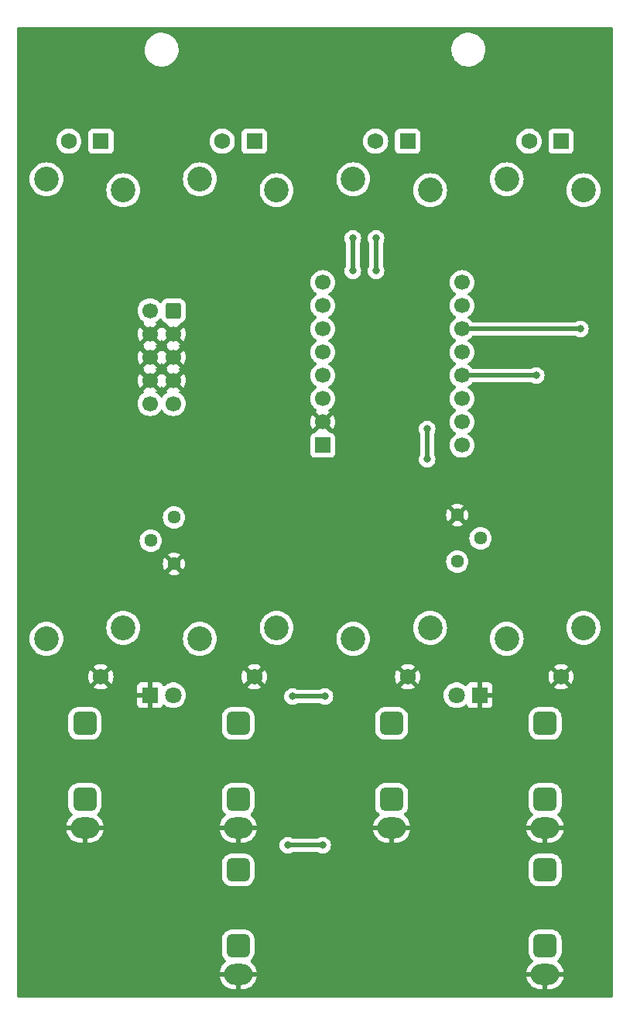
<source format=gbl>
G04 #@! TF.GenerationSoftware,KiCad,Pcbnew,7.0.7*
G04 #@! TF.CreationDate,2025-11-01T14:17:36+08:00*
G04 #@! TF.ProjectId,2164_VCA,32313634-5f56-4434-912e-6b696361645f,rev?*
G04 #@! TF.SameCoordinates,Original*
G04 #@! TF.FileFunction,Copper,L2,Bot*
G04 #@! TF.FilePolarity,Positive*
%FSLAX46Y46*%
G04 Gerber Fmt 4.6, Leading zero omitted, Abs format (unit mm)*
G04 Created by KiCad (PCBNEW 7.0.7) date 2025-11-01 14:17:36*
%MOMM*%
%LPD*%
G01*
G04 APERTURE LIST*
G04 Aperture macros list*
%AMRoundRect*
0 Rectangle with rounded corners*
0 $1 Rounding radius*
0 $2 $3 $4 $5 $6 $7 $8 $9 X,Y pos of 4 corners*
0 Add a 4 corners polygon primitive as box body*
4,1,4,$2,$3,$4,$5,$6,$7,$8,$9,$2,$3,0*
0 Add four circle primitives for the rounded corners*
1,1,$1+$1,$2,$3*
1,1,$1+$1,$4,$5*
1,1,$1+$1,$6,$7*
1,1,$1+$1,$8,$9*
0 Add four rect primitives between the rounded corners*
20,1,$1+$1,$2,$3,$4,$5,0*
20,1,$1+$1,$4,$5,$6,$7,0*
20,1,$1+$1,$6,$7,$8,$9,0*
20,1,$1+$1,$8,$9,$2,$3,0*%
G04 Aperture macros list end*
G04 #@! TA.AperFunction,ComponentPad*
%ADD10R,1.750000X1.750000*%
G04 #@! TD*
G04 #@! TA.AperFunction,ComponentPad*
%ADD11C,1.750000*%
G04 #@! TD*
G04 #@! TA.AperFunction,ComponentPad*
%ADD12C,2.700000*%
G04 #@! TD*
G04 #@! TA.AperFunction,ComponentPad*
%ADD13O,3.100000X2.300000*%
G04 #@! TD*
G04 #@! TA.AperFunction,ComponentPad*
%ADD14RoundRect,0.650000X-0.650000X-0.650000X0.650000X-0.650000X0.650000X0.650000X-0.650000X0.650000X0*%
G04 #@! TD*
G04 #@! TA.AperFunction,ComponentPad*
%ADD15R,1.800000X1.800000*%
G04 #@! TD*
G04 #@! TA.AperFunction,ComponentPad*
%ADD16C,1.800000*%
G04 #@! TD*
G04 #@! TA.AperFunction,ComponentPad*
%ADD17C,1.440000*%
G04 #@! TD*
G04 #@! TA.AperFunction,ComponentPad*
%ADD18R,1.700000X1.700000*%
G04 #@! TD*
G04 #@! TA.AperFunction,ComponentPad*
%ADD19C,1.700000*%
G04 #@! TD*
G04 #@! TA.AperFunction,ComponentPad*
%ADD20RoundRect,0.250000X0.600000X0.600000X-0.600000X0.600000X-0.600000X-0.600000X0.600000X-0.600000X0*%
G04 #@! TD*
G04 #@! TA.AperFunction,ViaPad*
%ADD21C,0.800000*%
G04 #@! TD*
G04 #@! TA.AperFunction,Conductor*
%ADD22C,0.508000*%
G04 #@! TD*
G04 APERTURE END LIST*
D10*
X126920000Y-59500000D03*
D11*
X123420000Y-59500000D03*
X126920000Y-118000000D03*
D12*
X120970000Y-63650000D03*
X129370000Y-64850000D03*
X129370000Y-112650000D03*
X120970000Y-113850000D03*
D13*
X125170000Y-134480000D03*
D14*
X125170000Y-123080000D03*
X125170000Y-131380000D03*
D10*
X76580000Y-59500000D03*
D11*
X73080000Y-59500000D03*
X76580000Y-118000000D03*
D12*
X70630000Y-63650000D03*
X79030000Y-64850000D03*
X79030000Y-112650000D03*
X70630000Y-113850000D03*
D15*
X81950000Y-120000000D03*
D16*
X84490000Y-120000000D03*
D15*
X118010000Y-120000000D03*
D16*
X115470000Y-120000000D03*
D13*
X91610000Y-150480000D03*
D14*
X91610000Y-139080000D03*
X91610000Y-147380000D03*
D13*
X125170000Y-150480000D03*
D14*
X125170000Y-139080000D03*
X125170000Y-147380000D03*
D10*
X93360000Y-59500000D03*
D11*
X89860000Y-59500000D03*
X93360000Y-118000000D03*
D12*
X87410000Y-63650000D03*
X95810000Y-64850000D03*
X95810000Y-112650000D03*
X87410000Y-113850000D03*
D10*
X110140000Y-59500000D03*
D11*
X106640000Y-59500000D03*
X110140000Y-118000000D03*
D12*
X104190000Y-63650000D03*
X112590000Y-64850000D03*
X112590000Y-112650000D03*
X104190000Y-113850000D03*
D13*
X108390000Y-134480000D03*
D14*
X108390000Y-123080000D03*
X108390000Y-131380000D03*
D13*
X74830000Y-134480000D03*
D14*
X74830000Y-123080000D03*
X74830000Y-131380000D03*
D13*
X91610000Y-134480000D03*
D14*
X91610000Y-123080000D03*
X91610000Y-131380000D03*
D17*
X84582000Y-100584000D03*
X82042000Y-103124000D03*
X84582000Y-105664000D03*
D18*
X100838000Y-92710000D03*
D19*
X100838000Y-90170000D03*
X100838000Y-87630000D03*
X100838000Y-85090000D03*
X100838000Y-82550000D03*
X100838000Y-80010000D03*
X100838000Y-77470000D03*
X100838000Y-74930000D03*
X116078000Y-74930000D03*
X116078000Y-77470000D03*
X116078000Y-80010000D03*
X116078000Y-82550000D03*
X116078000Y-85090000D03*
X116078000Y-87630000D03*
X116078000Y-90170000D03*
X116078000Y-92710000D03*
D20*
X84490000Y-78000000D03*
D19*
X81950000Y-78000000D03*
X84490000Y-80540000D03*
X81950000Y-80540000D03*
X84490000Y-83080000D03*
X81950000Y-83080000D03*
X84490000Y-85620000D03*
X81950000Y-85620000D03*
X84490000Y-88160000D03*
X81950000Y-88160000D03*
D17*
X115570000Y-105410000D03*
X118110000Y-102870000D03*
X115570000Y-100330000D03*
D21*
X100838000Y-136398000D03*
X97028000Y-136398000D03*
X68940000Y-82833332D03*
X98171000Y-96520000D03*
X131060000Y-82833332D03*
X68940000Y-48500000D03*
X68940000Y-117166664D03*
X80772000Y-95504000D03*
X131060000Y-94277776D03*
X68940000Y-105722220D03*
X131060000Y-140055552D03*
X131060000Y-151500000D03*
X131060000Y-71388888D03*
X77216000Y-143510000D03*
X123063000Y-54483000D03*
X90551000Y-108966000D03*
X110236000Y-75819000D03*
X92583000Y-99949000D03*
X118636000Y-151500000D03*
X68940000Y-151500000D03*
X106212000Y-151500000D03*
X106212000Y-48500000D03*
X93788000Y-48500000D03*
X68940000Y-94277776D03*
X68940000Y-140055552D03*
X131060000Y-48500000D03*
X131060000Y-59944444D03*
X75438000Y-54102000D03*
X68940000Y-71388888D03*
X77470000Y-107950000D03*
X100330000Y-142240000D03*
X106680000Y-90043000D03*
X122428000Y-94996000D03*
X68940000Y-59944444D03*
X131060000Y-105722220D03*
X105156000Y-101600000D03*
X93599000Y-68453000D03*
X83439000Y-65913000D03*
X80010000Y-127635000D03*
X122682000Y-105283000D03*
X81364000Y-151500000D03*
X74041000Y-68199000D03*
X116586000Y-127762000D03*
X113792000Y-144272000D03*
X97536000Y-120142000D03*
X101092000Y-120142000D03*
X129032000Y-80010000D03*
X106680000Y-70104000D03*
X106680000Y-73660000D03*
X104140000Y-73660000D03*
X104140000Y-70104000D03*
X124206000Y-85090000D03*
X112268000Y-94234000D03*
X112268000Y-90932000D03*
D22*
X100838000Y-136398000D02*
X97028000Y-136398000D01*
X101092000Y-120142000D02*
X97536000Y-120142000D01*
X116078000Y-80010000D02*
X129032000Y-80010000D01*
X106680000Y-70104000D02*
X106680000Y-73660000D01*
X104140000Y-73660000D02*
X104140000Y-70104000D01*
X124206000Y-85090000D02*
X116078000Y-85090000D01*
X112268000Y-90932000D02*
X112268000Y-94234000D01*
G04 #@! TA.AperFunction,Conductor*
G36*
X82552470Y-85869363D02*
G01*
X82558949Y-85875396D01*
X83064925Y-86381373D01*
X83118424Y-86304970D01*
X83173001Y-86261345D01*
X83242499Y-86254152D01*
X83304854Y-86285674D01*
X83321574Y-86304970D01*
X83375072Y-86381373D01*
X83375073Y-86381373D01*
X83881050Y-85875395D01*
X83942373Y-85841910D01*
X84012064Y-85846894D01*
X84067998Y-85888765D01*
X84073039Y-85896025D01*
X84108238Y-85950797D01*
X84108239Y-85950798D01*
X84223602Y-86050759D01*
X84221293Y-86053422D01*
X84256006Y-86093499D01*
X84265935Y-86162660D01*
X84236898Y-86226210D01*
X84230882Y-86232669D01*
X83728625Y-86734925D01*
X83804594Y-86788119D01*
X83848219Y-86842696D01*
X83855413Y-86912194D01*
X83823890Y-86974549D01*
X83804595Y-86991269D01*
X83618594Y-87121508D01*
X83451505Y-87288597D01*
X83321575Y-87474158D01*
X83266998Y-87517783D01*
X83197500Y-87524977D01*
X83135145Y-87493454D01*
X83118425Y-87474158D01*
X82988494Y-87288597D01*
X82821402Y-87121506D01*
X82821401Y-87121505D01*
X82635405Y-86991269D01*
X82591781Y-86936692D01*
X82584588Y-86867193D01*
X82616110Y-86804839D01*
X82635405Y-86788119D01*
X82711373Y-86734925D01*
X82209116Y-86232669D01*
X82175631Y-86171346D01*
X82180615Y-86101655D01*
X82217640Y-86052193D01*
X82216398Y-86050759D01*
X82223100Y-86044952D01*
X82331761Y-85950798D01*
X82366954Y-85896037D01*
X82419755Y-85850283D01*
X82488914Y-85840339D01*
X82552470Y-85869363D01*
G37*
G04 #@! TD.AperFunction*
G04 #@! TA.AperFunction,Conductor*
G36*
X82552470Y-83329363D02*
G01*
X82558949Y-83335396D01*
X83064925Y-83841373D01*
X83118424Y-83764970D01*
X83173001Y-83721345D01*
X83242499Y-83714152D01*
X83304854Y-83745674D01*
X83321574Y-83764970D01*
X83375072Y-83841373D01*
X83375073Y-83841373D01*
X83881050Y-83335395D01*
X83942373Y-83301910D01*
X84012064Y-83306894D01*
X84067998Y-83348765D01*
X84073039Y-83356025D01*
X84073048Y-83356039D01*
X84108239Y-83410798D01*
X84223602Y-83510759D01*
X84221293Y-83513422D01*
X84256006Y-83553499D01*
X84265935Y-83622660D01*
X84236898Y-83686210D01*
X84230882Y-83692669D01*
X83728625Y-84194925D01*
X83805031Y-84248425D01*
X83848655Y-84303002D01*
X83855848Y-84372501D01*
X83824326Y-84434855D01*
X83805029Y-84451576D01*
X83728625Y-84505072D01*
X84230883Y-85007330D01*
X84264368Y-85068653D01*
X84259384Y-85138345D01*
X84222357Y-85187805D01*
X84223602Y-85189241D01*
X84108238Y-85289202D01*
X84073046Y-85343962D01*
X84020242Y-85389717D01*
X83951083Y-85399660D01*
X83887528Y-85370634D01*
X83881050Y-85364603D01*
X83375072Y-84858625D01*
X83375072Y-84858626D01*
X83321574Y-84935030D01*
X83266998Y-84978655D01*
X83197499Y-84985849D01*
X83135144Y-84954326D01*
X83118424Y-84935030D01*
X83064925Y-84858626D01*
X83064925Y-84858625D01*
X82558949Y-85364602D01*
X82497626Y-85398087D01*
X82427934Y-85393103D01*
X82372001Y-85351231D01*
X82366953Y-85343961D01*
X82331761Y-85289202D01*
X82216398Y-85189241D01*
X82218708Y-85186574D01*
X82184005Y-85146528D01*
X82174058Y-85077370D01*
X82203080Y-85013813D01*
X82209116Y-85007330D01*
X82711373Y-84505073D01*
X82634969Y-84451576D01*
X82591344Y-84396999D01*
X82584150Y-84327501D01*
X82615672Y-84265146D01*
X82634968Y-84248425D01*
X82711373Y-84194925D01*
X82209116Y-83692669D01*
X82175631Y-83631346D01*
X82180615Y-83561655D01*
X82217640Y-83512193D01*
X82216398Y-83510759D01*
X82223100Y-83504952D01*
X82331761Y-83410798D01*
X82366954Y-83356037D01*
X82419755Y-83310283D01*
X82488914Y-83300339D01*
X82552470Y-83329363D01*
G37*
G04 #@! TD.AperFunction*
G04 #@! TA.AperFunction,Conductor*
G36*
X82552470Y-80789363D02*
G01*
X82558949Y-80795396D01*
X83064925Y-81301373D01*
X83118425Y-81224968D01*
X83173002Y-81181344D01*
X83242501Y-81174151D01*
X83304855Y-81205673D01*
X83321576Y-81224969D01*
X83375073Y-81301372D01*
X83881050Y-80795395D01*
X83942373Y-80761910D01*
X84012064Y-80766894D01*
X84067998Y-80808765D01*
X84073039Y-80816025D01*
X84108238Y-80870797D01*
X84108239Y-80870798D01*
X84223602Y-80970759D01*
X84221293Y-80973422D01*
X84256006Y-81013499D01*
X84265935Y-81082660D01*
X84236898Y-81146210D01*
X84230882Y-81152669D01*
X83728625Y-81654925D01*
X83805031Y-81708425D01*
X83848655Y-81763002D01*
X83855848Y-81832501D01*
X83824326Y-81894855D01*
X83805029Y-81911576D01*
X83728625Y-81965072D01*
X84230883Y-82467330D01*
X84264368Y-82528653D01*
X84259384Y-82598345D01*
X84222357Y-82647805D01*
X84223602Y-82649241D01*
X84108238Y-82749202D01*
X84073046Y-82803962D01*
X84020242Y-82849717D01*
X83951083Y-82859660D01*
X83887528Y-82830634D01*
X83881050Y-82824603D01*
X83375072Y-82318625D01*
X83375072Y-82318626D01*
X83321574Y-82395030D01*
X83266998Y-82438655D01*
X83197499Y-82445849D01*
X83135144Y-82414326D01*
X83118424Y-82395030D01*
X83064925Y-82318626D01*
X83064925Y-82318625D01*
X82558949Y-82824602D01*
X82497626Y-82858087D01*
X82427934Y-82853103D01*
X82372001Y-82811231D01*
X82366953Y-82803961D01*
X82331761Y-82749202D01*
X82216398Y-82649241D01*
X82218708Y-82646574D01*
X82184005Y-82606528D01*
X82174058Y-82537370D01*
X82203080Y-82473813D01*
X82209116Y-82467330D01*
X82711373Y-81965073D01*
X82634969Y-81911576D01*
X82591344Y-81856999D01*
X82584150Y-81787501D01*
X82615672Y-81725146D01*
X82634968Y-81708425D01*
X82711373Y-81654925D01*
X82209116Y-81152669D01*
X82175631Y-81091346D01*
X82180615Y-81021655D01*
X82217640Y-80972193D01*
X82216398Y-80970759D01*
X82223100Y-80964952D01*
X82331761Y-80870798D01*
X82366954Y-80816037D01*
X82419755Y-80770283D01*
X82488914Y-80760339D01*
X82552470Y-80789363D01*
G37*
G04 #@! TD.AperFunction*
G04 #@! TA.AperFunction,Conductor*
G36*
X83177038Y-78867053D02*
G01*
X83202335Y-78910733D01*
X83205186Y-78919334D01*
X83297288Y-79068656D01*
X83421344Y-79192712D01*
X83570666Y-79284814D01*
X83643032Y-79308793D01*
X83700476Y-79348566D01*
X83727299Y-79413081D01*
X83727412Y-79423859D01*
X84230883Y-79927330D01*
X84264368Y-79988653D01*
X84259384Y-80058345D01*
X84222357Y-80107805D01*
X84223602Y-80109241D01*
X84108238Y-80209202D01*
X84073046Y-80263962D01*
X84020242Y-80309717D01*
X83951083Y-80319660D01*
X83887528Y-80290634D01*
X83881050Y-80284603D01*
X83375072Y-79778625D01*
X83375072Y-79778626D01*
X83321574Y-79855030D01*
X83266998Y-79898655D01*
X83197499Y-79905849D01*
X83135144Y-79874326D01*
X83118424Y-79855030D01*
X83064925Y-79778626D01*
X83064925Y-79778625D01*
X82558949Y-80284602D01*
X82497626Y-80318087D01*
X82427934Y-80313103D01*
X82372001Y-80271231D01*
X82366953Y-80263961D01*
X82331761Y-80209202D01*
X82216398Y-80109241D01*
X82218708Y-80106574D01*
X82184005Y-80066528D01*
X82174058Y-79997370D01*
X82203080Y-79933813D01*
X82209116Y-79927330D01*
X82711373Y-79425073D01*
X82711373Y-79425072D01*
X82635405Y-79371880D01*
X82591780Y-79317304D01*
X82584586Y-79247805D01*
X82616108Y-79185451D01*
X82635399Y-79168734D01*
X82821401Y-79038495D01*
X82988495Y-78871401D01*
X82988504Y-78871388D01*
X82989636Y-78870040D01*
X82990293Y-78869602D01*
X82992323Y-78867573D01*
X82992730Y-78867980D01*
X83047805Y-78831334D01*
X83117666Y-78830220D01*
X83177038Y-78867053D01*
G37*
G04 #@! TD.AperFunction*
G04 #@! TA.AperFunction,Conductor*
G36*
X132503039Y-47019685D02*
G01*
X132548794Y-47072489D01*
X132560000Y-47124000D01*
X132560000Y-152876000D01*
X132540315Y-152943039D01*
X132487511Y-152988794D01*
X132436000Y-153000000D01*
X67564000Y-153000000D01*
X67496961Y-152980315D01*
X67451206Y-152927511D01*
X67440000Y-152876000D01*
X67440000Y-150730001D01*
X89574572Y-150730001D01*
X89575274Y-150738911D01*
X89575274Y-150738914D01*
X89635901Y-150991445D01*
X89635906Y-150991462D01*
X89735290Y-151231397D01*
X89735292Y-151231400D01*
X89870990Y-151452840D01*
X89870991Y-151452841D01*
X90039666Y-151650333D01*
X90237158Y-151819008D01*
X90237159Y-151819009D01*
X90458599Y-151954707D01*
X90458602Y-151954709D01*
X90698537Y-152054093D01*
X90698554Y-152054098D01*
X90951088Y-152114725D01*
X90951087Y-152114725D01*
X91145171Y-152130000D01*
X91360000Y-152130000D01*
X91360000Y-150904000D01*
X91379685Y-150836961D01*
X91432489Y-150791206D01*
X91484000Y-150780000D01*
X91736000Y-150780000D01*
X91803039Y-150799685D01*
X91848794Y-150852489D01*
X91860000Y-150904000D01*
X91860000Y-152130000D01*
X92074829Y-152130000D01*
X92268911Y-152114725D01*
X92521445Y-152054098D01*
X92521462Y-152054093D01*
X92761397Y-151954709D01*
X92761400Y-151954707D01*
X92982840Y-151819009D01*
X92982841Y-151819008D01*
X93180333Y-151650333D01*
X93349008Y-151452841D01*
X93349009Y-151452840D01*
X93484707Y-151231400D01*
X93484709Y-151231397D01*
X93584093Y-150991462D01*
X93584098Y-150991445D01*
X93644725Y-150738914D01*
X93644725Y-150738911D01*
X93645427Y-150730001D01*
X123134572Y-150730001D01*
X123135274Y-150738911D01*
X123135274Y-150738914D01*
X123195901Y-150991445D01*
X123195906Y-150991462D01*
X123295290Y-151231397D01*
X123295292Y-151231400D01*
X123430990Y-151452840D01*
X123430991Y-151452841D01*
X123599666Y-151650333D01*
X123797158Y-151819008D01*
X123797159Y-151819009D01*
X124018599Y-151954707D01*
X124018602Y-151954709D01*
X124258537Y-152054093D01*
X124258554Y-152054098D01*
X124511088Y-152114725D01*
X124511087Y-152114725D01*
X124705171Y-152130000D01*
X124920000Y-152130000D01*
X124920000Y-150904000D01*
X124939685Y-150836961D01*
X124992489Y-150791206D01*
X125044000Y-150780000D01*
X125296000Y-150780000D01*
X125363039Y-150799685D01*
X125408794Y-150852489D01*
X125420000Y-150904000D01*
X125420000Y-152130000D01*
X125634829Y-152130000D01*
X125828911Y-152114725D01*
X126081445Y-152054098D01*
X126081462Y-152054093D01*
X126321397Y-151954709D01*
X126321400Y-151954707D01*
X126542840Y-151819009D01*
X126542841Y-151819008D01*
X126740333Y-151650333D01*
X126909008Y-151452841D01*
X126909009Y-151452840D01*
X127044707Y-151231400D01*
X127044709Y-151231397D01*
X127144093Y-150991462D01*
X127144098Y-150991445D01*
X127204725Y-150738914D01*
X127204725Y-150738911D01*
X127205427Y-150730001D01*
X127205426Y-150730000D01*
X126074979Y-150730000D01*
X126007940Y-150710315D01*
X125962185Y-150657511D01*
X125952241Y-150588353D01*
X125955713Y-150572066D01*
X125973894Y-150508162D01*
X125973895Y-150508160D01*
X125963546Y-150396482D01*
X125963546Y-150396479D01*
X125963544Y-150396475D01*
X125961115Y-150387937D01*
X125961701Y-150318070D01*
X125999966Y-150259610D01*
X126063763Y-150231119D01*
X126080381Y-150230000D01*
X127205426Y-150230000D01*
X127205427Y-150229998D01*
X127204725Y-150221088D01*
X127204725Y-150221085D01*
X127144098Y-149968554D01*
X127144093Y-149968537D01*
X127044709Y-149728602D01*
X127044707Y-149728599D01*
X126909009Y-149507159D01*
X126909008Y-149507158D01*
X126740333Y-149309666D01*
X126542841Y-149140991D01*
X126538898Y-149138126D01*
X126539506Y-149137288D01*
X126496001Y-149089197D01*
X126484582Y-149020267D01*
X126512242Y-148956106D01*
X126537590Y-148932989D01*
X126558142Y-148918911D01*
X126708911Y-148768142D01*
X126829409Y-148592237D01*
X126915532Y-148397185D01*
X126964349Y-148189630D01*
X126970500Y-148101012D01*
X126970500Y-146658988D01*
X126964349Y-146570370D01*
X126964347Y-146570364D01*
X126964347Y-146570359D01*
X126915534Y-146362823D01*
X126915532Y-146362817D01*
X126915532Y-146362815D01*
X126829409Y-146167763D01*
X126708911Y-145991858D01*
X126708906Y-145991852D01*
X126558147Y-145841093D01*
X126558141Y-145841088D01*
X126382238Y-145720592D01*
X126382239Y-145720592D01*
X126382237Y-145720591D01*
X126187185Y-145634468D01*
X126187183Y-145634467D01*
X126187182Y-145634467D01*
X126187176Y-145634465D01*
X125979640Y-145585652D01*
X125979625Y-145585650D01*
X125906546Y-145580578D01*
X125891012Y-145579500D01*
X124448988Y-145579500D01*
X124434705Y-145580491D01*
X124360374Y-145585650D01*
X124360359Y-145585652D01*
X124152823Y-145634465D01*
X124152817Y-145634467D01*
X123957761Y-145720592D01*
X123781858Y-145841088D01*
X123781852Y-145841093D01*
X123631093Y-145991852D01*
X123631088Y-145991858D01*
X123510592Y-146167761D01*
X123424467Y-146362817D01*
X123424465Y-146362823D01*
X123375652Y-146570359D01*
X123375650Y-146570374D01*
X123369500Y-146658990D01*
X123369500Y-148101010D01*
X123375650Y-148189625D01*
X123375652Y-148189640D01*
X123424465Y-148397176D01*
X123424467Y-148397182D01*
X123424468Y-148397185D01*
X123510591Y-148592237D01*
X123510592Y-148592238D01*
X123631088Y-148768141D01*
X123631093Y-148768147D01*
X123781852Y-148918906D01*
X123781856Y-148918909D01*
X123781858Y-148918911D01*
X123802405Y-148932986D01*
X123846589Y-148987112D01*
X123854496Y-149056533D01*
X123823617Y-149119208D01*
X123800926Y-149137884D01*
X123801102Y-149138126D01*
X123797158Y-149140991D01*
X123599666Y-149309666D01*
X123430991Y-149507158D01*
X123430990Y-149507159D01*
X123295292Y-149728599D01*
X123295290Y-149728602D01*
X123195906Y-149968537D01*
X123195901Y-149968554D01*
X123135274Y-150221085D01*
X123135274Y-150221088D01*
X123134572Y-150229998D01*
X123134574Y-150230000D01*
X124265021Y-150230000D01*
X124332060Y-150249685D01*
X124377815Y-150302489D01*
X124387759Y-150371647D01*
X124384287Y-150387934D01*
X124366105Y-150451837D01*
X124366104Y-150451837D01*
X124376453Y-150563517D01*
X124378885Y-150572063D01*
X124378299Y-150641930D01*
X124340034Y-150700390D01*
X124276237Y-150728881D01*
X124259619Y-150730000D01*
X123134574Y-150730000D01*
X123134572Y-150730001D01*
X93645427Y-150730001D01*
X93645426Y-150730000D01*
X92514979Y-150730000D01*
X92447940Y-150710315D01*
X92402185Y-150657511D01*
X92392241Y-150588353D01*
X92395713Y-150572066D01*
X92413894Y-150508162D01*
X92413895Y-150508160D01*
X92403546Y-150396482D01*
X92403546Y-150396479D01*
X92403544Y-150396475D01*
X92401115Y-150387937D01*
X92401701Y-150318070D01*
X92439966Y-150259610D01*
X92503763Y-150231119D01*
X92520381Y-150230000D01*
X93645426Y-150230000D01*
X93645427Y-150229998D01*
X93644725Y-150221088D01*
X93644725Y-150221085D01*
X93584098Y-149968554D01*
X93584093Y-149968537D01*
X93484709Y-149728602D01*
X93484707Y-149728599D01*
X93349009Y-149507159D01*
X93349008Y-149507158D01*
X93180333Y-149309666D01*
X92982841Y-149140991D01*
X92978898Y-149138126D01*
X92979506Y-149137288D01*
X92936001Y-149089197D01*
X92924582Y-149020267D01*
X92952242Y-148956106D01*
X92977590Y-148932989D01*
X92998142Y-148918911D01*
X93148911Y-148768142D01*
X93269409Y-148592237D01*
X93355532Y-148397185D01*
X93404349Y-148189630D01*
X93410500Y-148101012D01*
X93410500Y-146658988D01*
X93404349Y-146570370D01*
X93404347Y-146570364D01*
X93404347Y-146570359D01*
X93355534Y-146362823D01*
X93355532Y-146362817D01*
X93355532Y-146362815D01*
X93269409Y-146167763D01*
X93148911Y-145991858D01*
X93148906Y-145991852D01*
X92998147Y-145841093D01*
X92998141Y-145841088D01*
X92822238Y-145720592D01*
X92822239Y-145720592D01*
X92822237Y-145720591D01*
X92627185Y-145634468D01*
X92627183Y-145634467D01*
X92627182Y-145634467D01*
X92627176Y-145634465D01*
X92419640Y-145585652D01*
X92419625Y-145585650D01*
X92346546Y-145580578D01*
X92331012Y-145579500D01*
X90888988Y-145579500D01*
X90874705Y-145580491D01*
X90800374Y-145585650D01*
X90800359Y-145585652D01*
X90592823Y-145634465D01*
X90592817Y-145634467D01*
X90397761Y-145720592D01*
X90221858Y-145841088D01*
X90221852Y-145841093D01*
X90071093Y-145991852D01*
X90071088Y-145991858D01*
X89950592Y-146167761D01*
X89864467Y-146362817D01*
X89864465Y-146362823D01*
X89815652Y-146570359D01*
X89815650Y-146570374D01*
X89809500Y-146658990D01*
X89809500Y-148101010D01*
X89815650Y-148189625D01*
X89815652Y-148189640D01*
X89864465Y-148397176D01*
X89864467Y-148397182D01*
X89864468Y-148397185D01*
X89950591Y-148592237D01*
X89950592Y-148592238D01*
X90071088Y-148768141D01*
X90071093Y-148768147D01*
X90221852Y-148918906D01*
X90221856Y-148918909D01*
X90221858Y-148918911D01*
X90242405Y-148932986D01*
X90286589Y-148987112D01*
X90294496Y-149056533D01*
X90263617Y-149119208D01*
X90240926Y-149137884D01*
X90241102Y-149138126D01*
X90237158Y-149140991D01*
X90039666Y-149309666D01*
X89870991Y-149507158D01*
X89870990Y-149507159D01*
X89735292Y-149728599D01*
X89735290Y-149728602D01*
X89635906Y-149968537D01*
X89635901Y-149968554D01*
X89575274Y-150221085D01*
X89575274Y-150221088D01*
X89574572Y-150229998D01*
X89574574Y-150230000D01*
X90705021Y-150230000D01*
X90772060Y-150249685D01*
X90817815Y-150302489D01*
X90827759Y-150371647D01*
X90824287Y-150387934D01*
X90806105Y-150451837D01*
X90806104Y-150451837D01*
X90816453Y-150563517D01*
X90818885Y-150572063D01*
X90818299Y-150641930D01*
X90780034Y-150700390D01*
X90716237Y-150728881D01*
X90699619Y-150730000D01*
X89574574Y-150730000D01*
X89574572Y-150730001D01*
X67440000Y-150730001D01*
X67440000Y-139801010D01*
X89809500Y-139801010D01*
X89815650Y-139889625D01*
X89815652Y-139889640D01*
X89864465Y-140097176D01*
X89864467Y-140097182D01*
X89864468Y-140097185D01*
X89950591Y-140292237D01*
X89950592Y-140292238D01*
X90071088Y-140468141D01*
X90071093Y-140468147D01*
X90221852Y-140618906D01*
X90221858Y-140618911D01*
X90397763Y-140739409D01*
X90592815Y-140825532D01*
X90592821Y-140825533D01*
X90592823Y-140825534D01*
X90800359Y-140874347D01*
X90800364Y-140874347D01*
X90800370Y-140874349D01*
X90888988Y-140880500D01*
X90888990Y-140880500D01*
X92331010Y-140880500D01*
X92331012Y-140880500D01*
X92419630Y-140874349D01*
X92419636Y-140874347D01*
X92419640Y-140874347D01*
X92627176Y-140825534D01*
X92627174Y-140825534D01*
X92627185Y-140825532D01*
X92822237Y-140739409D01*
X92998142Y-140618911D01*
X93148911Y-140468142D01*
X93269409Y-140292237D01*
X93355532Y-140097185D01*
X93404349Y-139889630D01*
X93410500Y-139801012D01*
X93410500Y-139801010D01*
X123369500Y-139801010D01*
X123375650Y-139889625D01*
X123375652Y-139889640D01*
X123424465Y-140097176D01*
X123424467Y-140097182D01*
X123424468Y-140097185D01*
X123510591Y-140292237D01*
X123510592Y-140292238D01*
X123631088Y-140468141D01*
X123631093Y-140468147D01*
X123781852Y-140618906D01*
X123781858Y-140618911D01*
X123957763Y-140739409D01*
X124152815Y-140825532D01*
X124152821Y-140825533D01*
X124152823Y-140825534D01*
X124360359Y-140874347D01*
X124360364Y-140874347D01*
X124360370Y-140874349D01*
X124448988Y-140880500D01*
X124448990Y-140880500D01*
X125891010Y-140880500D01*
X125891012Y-140880500D01*
X125979630Y-140874349D01*
X125979636Y-140874347D01*
X125979640Y-140874347D01*
X126187176Y-140825534D01*
X126187174Y-140825534D01*
X126187185Y-140825532D01*
X126382237Y-140739409D01*
X126558142Y-140618911D01*
X126708911Y-140468142D01*
X126829409Y-140292237D01*
X126915532Y-140097185D01*
X126964349Y-139889630D01*
X126970500Y-139801012D01*
X126970500Y-138358988D01*
X126964349Y-138270370D01*
X126964347Y-138270364D01*
X126964347Y-138270359D01*
X126915534Y-138062823D01*
X126915532Y-138062817D01*
X126915532Y-138062815D01*
X126829409Y-137867763D01*
X126708911Y-137691858D01*
X126708906Y-137691852D01*
X126558147Y-137541093D01*
X126558141Y-137541088D01*
X126382238Y-137420592D01*
X126382239Y-137420592D01*
X126382237Y-137420591D01*
X126187185Y-137334468D01*
X126187183Y-137334467D01*
X126187182Y-137334467D01*
X126187176Y-137334465D01*
X125979640Y-137285652D01*
X125979625Y-137285650D01*
X125906546Y-137280578D01*
X125891012Y-137279500D01*
X124448988Y-137279500D01*
X124434705Y-137280491D01*
X124360374Y-137285650D01*
X124360359Y-137285652D01*
X124152823Y-137334465D01*
X124152817Y-137334467D01*
X123957761Y-137420592D01*
X123781858Y-137541088D01*
X123781852Y-137541093D01*
X123631093Y-137691852D01*
X123631088Y-137691858D01*
X123510592Y-137867761D01*
X123424467Y-138062817D01*
X123424465Y-138062823D01*
X123375652Y-138270359D01*
X123375650Y-138270374D01*
X123369500Y-138358990D01*
X123369500Y-139801010D01*
X93410500Y-139801010D01*
X93410500Y-138358988D01*
X93404349Y-138270370D01*
X93404347Y-138270364D01*
X93404347Y-138270359D01*
X93355534Y-138062823D01*
X93355532Y-138062817D01*
X93355532Y-138062815D01*
X93269409Y-137867763D01*
X93148911Y-137691858D01*
X93148906Y-137691852D01*
X92998147Y-137541093D01*
X92998141Y-137541088D01*
X92822238Y-137420592D01*
X92822239Y-137420592D01*
X92822237Y-137420591D01*
X92627185Y-137334468D01*
X92627183Y-137334467D01*
X92627182Y-137334467D01*
X92627176Y-137334465D01*
X92419640Y-137285652D01*
X92419625Y-137285650D01*
X92346546Y-137280578D01*
X92331012Y-137279500D01*
X90888988Y-137279500D01*
X90874705Y-137280491D01*
X90800374Y-137285650D01*
X90800359Y-137285652D01*
X90592823Y-137334465D01*
X90592817Y-137334467D01*
X90397761Y-137420592D01*
X90221858Y-137541088D01*
X90221852Y-137541093D01*
X90071093Y-137691852D01*
X90071088Y-137691858D01*
X89950592Y-137867761D01*
X89864467Y-138062817D01*
X89864465Y-138062823D01*
X89815652Y-138270359D01*
X89815650Y-138270374D01*
X89809500Y-138358990D01*
X89809500Y-139801010D01*
X67440000Y-139801010D01*
X67440000Y-136398000D01*
X96122540Y-136398000D01*
X96142326Y-136586256D01*
X96142327Y-136586259D01*
X96200818Y-136766277D01*
X96200821Y-136766284D01*
X96295467Y-136930216D01*
X96422128Y-137070888D01*
X96422129Y-137070888D01*
X96575265Y-137182148D01*
X96575270Y-137182151D01*
X96748192Y-137259142D01*
X96748197Y-137259144D01*
X96933354Y-137298500D01*
X96933355Y-137298500D01*
X97122644Y-137298500D01*
X97122646Y-137298500D01*
X97307803Y-137259144D01*
X97480730Y-137182151D01*
X97488944Y-137176182D01*
X97554750Y-137152702D01*
X97561831Y-137152500D01*
X100304169Y-137152500D01*
X100371208Y-137172185D01*
X100377056Y-137176183D01*
X100385269Y-137182150D01*
X100385270Y-137182151D01*
X100558192Y-137259142D01*
X100558197Y-137259144D01*
X100743354Y-137298500D01*
X100743355Y-137298500D01*
X100932644Y-137298500D01*
X100932646Y-137298500D01*
X101117803Y-137259144D01*
X101290730Y-137182151D01*
X101443871Y-137070888D01*
X101570533Y-136930216D01*
X101665179Y-136766284D01*
X101723674Y-136586256D01*
X101743460Y-136398000D01*
X101723674Y-136209744D01*
X101665179Y-136029716D01*
X101570533Y-135865784D01*
X101443871Y-135725112D01*
X101443870Y-135725111D01*
X101290734Y-135613851D01*
X101290729Y-135613848D01*
X101117807Y-135536857D01*
X101117802Y-135536855D01*
X100972000Y-135505865D01*
X100932646Y-135497500D01*
X100743354Y-135497500D01*
X100710897Y-135504398D01*
X100558197Y-135536855D01*
X100558192Y-135536857D01*
X100385270Y-135613848D01*
X100385269Y-135613849D01*
X100377056Y-135619817D01*
X100311250Y-135643298D01*
X100304169Y-135643500D01*
X97561831Y-135643500D01*
X97494792Y-135623815D01*
X97488944Y-135619817D01*
X97480730Y-135613849D01*
X97480729Y-135613848D01*
X97307807Y-135536857D01*
X97307802Y-135536855D01*
X97162000Y-135505865D01*
X97122646Y-135497500D01*
X96933354Y-135497500D01*
X96900897Y-135504398D01*
X96748197Y-135536855D01*
X96748192Y-135536857D01*
X96575270Y-135613848D01*
X96575265Y-135613851D01*
X96422129Y-135725111D01*
X96295466Y-135865785D01*
X96200821Y-136029715D01*
X96200818Y-136029722D01*
X96142327Y-136209740D01*
X96142326Y-136209744D01*
X96122540Y-136398000D01*
X67440000Y-136398000D01*
X67440000Y-134730001D01*
X72794572Y-134730001D01*
X72795274Y-134738911D01*
X72795274Y-134738914D01*
X72855901Y-134991445D01*
X72855906Y-134991462D01*
X72955290Y-135231397D01*
X72955292Y-135231400D01*
X73090990Y-135452840D01*
X73090991Y-135452841D01*
X73259666Y-135650333D01*
X73457158Y-135819008D01*
X73457159Y-135819009D01*
X73678599Y-135954707D01*
X73678602Y-135954709D01*
X73918537Y-136054093D01*
X73918554Y-136054098D01*
X74171088Y-136114725D01*
X74171087Y-136114725D01*
X74365171Y-136130000D01*
X74580000Y-136130000D01*
X74580000Y-134904000D01*
X74599685Y-134836961D01*
X74652489Y-134791206D01*
X74704000Y-134780000D01*
X74956000Y-134780000D01*
X75023039Y-134799685D01*
X75068794Y-134852489D01*
X75080000Y-134904000D01*
X75080000Y-136130000D01*
X75294829Y-136130000D01*
X75488911Y-136114725D01*
X75741445Y-136054098D01*
X75741462Y-136054093D01*
X75981397Y-135954709D01*
X75981400Y-135954707D01*
X76202840Y-135819009D01*
X76202841Y-135819008D01*
X76400333Y-135650333D01*
X76569008Y-135452841D01*
X76569009Y-135452840D01*
X76704707Y-135231400D01*
X76704709Y-135231397D01*
X76804093Y-134991462D01*
X76804098Y-134991445D01*
X76864725Y-134738914D01*
X76864725Y-134738911D01*
X76865427Y-134730001D01*
X89574572Y-134730001D01*
X89575274Y-134738911D01*
X89575274Y-134738914D01*
X89635901Y-134991445D01*
X89635906Y-134991462D01*
X89735290Y-135231397D01*
X89735292Y-135231400D01*
X89870990Y-135452840D01*
X89870991Y-135452841D01*
X90039666Y-135650333D01*
X90237158Y-135819008D01*
X90237159Y-135819009D01*
X90458599Y-135954707D01*
X90458602Y-135954709D01*
X90698537Y-136054093D01*
X90698554Y-136054098D01*
X90951088Y-136114725D01*
X90951087Y-136114725D01*
X91145171Y-136130000D01*
X91360000Y-136130000D01*
X91360000Y-134904000D01*
X91379685Y-134836961D01*
X91432489Y-134791206D01*
X91484000Y-134780000D01*
X91736000Y-134780000D01*
X91803039Y-134799685D01*
X91848794Y-134852489D01*
X91860000Y-134904000D01*
X91860000Y-136130000D01*
X92074829Y-136130000D01*
X92268911Y-136114725D01*
X92521445Y-136054098D01*
X92521462Y-136054093D01*
X92761397Y-135954709D01*
X92761400Y-135954707D01*
X92982840Y-135819009D01*
X92982841Y-135819008D01*
X93180333Y-135650333D01*
X93349008Y-135452841D01*
X93349009Y-135452840D01*
X93484707Y-135231400D01*
X93484709Y-135231397D01*
X93584093Y-134991462D01*
X93584098Y-134991445D01*
X93644725Y-134738914D01*
X93644725Y-134738911D01*
X93645427Y-134730001D01*
X106354572Y-134730001D01*
X106355274Y-134738911D01*
X106355274Y-134738914D01*
X106415901Y-134991445D01*
X106415906Y-134991462D01*
X106515290Y-135231397D01*
X106515292Y-135231400D01*
X106650990Y-135452840D01*
X106650991Y-135452841D01*
X106819666Y-135650333D01*
X107017158Y-135819008D01*
X107017159Y-135819009D01*
X107238599Y-135954707D01*
X107238602Y-135954709D01*
X107478537Y-136054093D01*
X107478554Y-136054098D01*
X107731088Y-136114725D01*
X107731087Y-136114725D01*
X107925171Y-136130000D01*
X108140000Y-136130000D01*
X108140000Y-134904000D01*
X108159685Y-134836961D01*
X108212489Y-134791206D01*
X108264000Y-134780000D01*
X108516000Y-134780000D01*
X108583039Y-134799685D01*
X108628794Y-134852489D01*
X108640000Y-134904000D01*
X108639999Y-136130000D01*
X108854829Y-136130000D01*
X109048911Y-136114725D01*
X109301445Y-136054098D01*
X109301462Y-136054093D01*
X109541397Y-135954709D01*
X109541400Y-135954707D01*
X109762840Y-135819009D01*
X109762841Y-135819008D01*
X109960333Y-135650333D01*
X110129008Y-135452841D01*
X110129009Y-135452840D01*
X110264707Y-135231400D01*
X110264709Y-135231397D01*
X110364093Y-134991462D01*
X110364098Y-134991445D01*
X110424725Y-134738914D01*
X110424725Y-134738911D01*
X110425427Y-134730001D01*
X123134572Y-134730001D01*
X123135274Y-134738911D01*
X123135274Y-134738914D01*
X123195901Y-134991445D01*
X123195906Y-134991462D01*
X123295290Y-135231397D01*
X123295292Y-135231400D01*
X123430990Y-135452840D01*
X123430991Y-135452841D01*
X123599666Y-135650333D01*
X123797158Y-135819008D01*
X123797159Y-135819009D01*
X124018599Y-135954707D01*
X124018602Y-135954709D01*
X124258537Y-136054093D01*
X124258554Y-136054098D01*
X124511088Y-136114725D01*
X124511087Y-136114725D01*
X124705171Y-136130000D01*
X124920000Y-136130000D01*
X124920000Y-134904000D01*
X124939685Y-134836961D01*
X124992489Y-134791206D01*
X125044000Y-134780000D01*
X125296000Y-134780000D01*
X125363039Y-134799685D01*
X125408794Y-134852489D01*
X125420000Y-134904000D01*
X125420000Y-136130000D01*
X125634829Y-136130000D01*
X125828911Y-136114725D01*
X126081445Y-136054098D01*
X126081462Y-136054093D01*
X126321397Y-135954709D01*
X126321400Y-135954707D01*
X126542840Y-135819009D01*
X126542841Y-135819008D01*
X126740333Y-135650333D01*
X126909008Y-135452841D01*
X126909009Y-135452840D01*
X127044707Y-135231400D01*
X127044709Y-135231397D01*
X127144093Y-134991462D01*
X127144098Y-134991445D01*
X127204725Y-134738914D01*
X127204725Y-134738911D01*
X127205427Y-134730001D01*
X127205426Y-134730000D01*
X126074979Y-134730000D01*
X126007940Y-134710315D01*
X125962185Y-134657511D01*
X125952241Y-134588353D01*
X125955713Y-134572066D01*
X125973894Y-134508162D01*
X125973895Y-134508160D01*
X125963546Y-134396482D01*
X125963546Y-134396479D01*
X125963544Y-134396475D01*
X125961115Y-134387937D01*
X125961701Y-134318070D01*
X125999966Y-134259610D01*
X126063763Y-134231119D01*
X126080381Y-134230000D01*
X127205426Y-134230000D01*
X127205427Y-134229998D01*
X127204725Y-134221088D01*
X127204725Y-134221085D01*
X127144098Y-133968554D01*
X127144093Y-133968537D01*
X127044709Y-133728602D01*
X127044707Y-133728599D01*
X126909009Y-133507159D01*
X126909008Y-133507158D01*
X126740333Y-133309666D01*
X126542841Y-133140991D01*
X126538898Y-133138126D01*
X126539506Y-133137288D01*
X126496001Y-133089197D01*
X126484582Y-133020267D01*
X126512242Y-132956106D01*
X126537590Y-132932989D01*
X126558142Y-132918911D01*
X126708911Y-132768142D01*
X126829409Y-132592237D01*
X126915532Y-132397185D01*
X126964349Y-132189630D01*
X126970500Y-132101012D01*
X126970500Y-130658988D01*
X126964349Y-130570370D01*
X126964347Y-130570364D01*
X126964347Y-130570359D01*
X126915534Y-130362823D01*
X126915532Y-130362817D01*
X126915532Y-130362815D01*
X126829409Y-130167763D01*
X126708911Y-129991858D01*
X126708906Y-129991852D01*
X126558147Y-129841093D01*
X126558141Y-129841088D01*
X126382238Y-129720592D01*
X126382239Y-129720592D01*
X126382237Y-129720591D01*
X126187185Y-129634468D01*
X126187183Y-129634467D01*
X126187182Y-129634467D01*
X126187176Y-129634465D01*
X125979640Y-129585652D01*
X125979625Y-129585650D01*
X125906546Y-129580578D01*
X125891012Y-129579500D01*
X124448988Y-129579500D01*
X124434705Y-129580491D01*
X124360374Y-129585650D01*
X124360359Y-129585652D01*
X124152823Y-129634465D01*
X124152817Y-129634467D01*
X123957761Y-129720592D01*
X123781858Y-129841088D01*
X123781852Y-129841093D01*
X123631093Y-129991852D01*
X123631088Y-129991858D01*
X123510592Y-130167761D01*
X123424467Y-130362817D01*
X123424465Y-130362823D01*
X123375652Y-130570359D01*
X123375650Y-130570374D01*
X123369500Y-130658990D01*
X123369500Y-132101010D01*
X123375650Y-132189625D01*
X123375652Y-132189640D01*
X123424465Y-132397176D01*
X123424467Y-132397182D01*
X123424468Y-132397185D01*
X123510591Y-132592237D01*
X123510592Y-132592238D01*
X123631088Y-132768141D01*
X123631093Y-132768147D01*
X123781852Y-132918906D01*
X123781856Y-132918909D01*
X123781858Y-132918911D01*
X123802405Y-132932986D01*
X123846589Y-132987112D01*
X123854496Y-133056533D01*
X123823617Y-133119208D01*
X123800926Y-133137884D01*
X123801102Y-133138126D01*
X123797158Y-133140991D01*
X123599666Y-133309666D01*
X123430991Y-133507158D01*
X123430990Y-133507159D01*
X123295292Y-133728599D01*
X123295290Y-133728602D01*
X123195906Y-133968537D01*
X123195901Y-133968554D01*
X123135274Y-134221085D01*
X123135274Y-134221088D01*
X123134572Y-134229998D01*
X123134574Y-134230000D01*
X124265021Y-134230000D01*
X124332060Y-134249685D01*
X124377815Y-134302489D01*
X124387759Y-134371647D01*
X124384287Y-134387934D01*
X124366105Y-134451837D01*
X124366104Y-134451837D01*
X124376453Y-134563517D01*
X124378885Y-134572063D01*
X124378299Y-134641930D01*
X124340034Y-134700390D01*
X124276237Y-134728881D01*
X124259619Y-134730000D01*
X123134574Y-134730000D01*
X123134572Y-134730001D01*
X110425427Y-134730001D01*
X110425426Y-134730000D01*
X109294979Y-134730000D01*
X109227940Y-134710315D01*
X109182185Y-134657511D01*
X109172241Y-134588353D01*
X109175713Y-134572066D01*
X109193894Y-134508162D01*
X109193895Y-134508160D01*
X109183546Y-134396482D01*
X109183546Y-134396479D01*
X109183544Y-134396475D01*
X109181115Y-134387937D01*
X109181701Y-134318070D01*
X109219966Y-134259610D01*
X109283763Y-134231119D01*
X109300381Y-134230000D01*
X110425426Y-134230000D01*
X110425427Y-134229998D01*
X110424725Y-134221088D01*
X110424725Y-134221085D01*
X110364098Y-133968554D01*
X110364093Y-133968537D01*
X110264709Y-133728602D01*
X110264707Y-133728599D01*
X110129009Y-133507159D01*
X110129008Y-133507158D01*
X109960333Y-133309666D01*
X109762841Y-133140991D01*
X109758898Y-133138126D01*
X109759506Y-133137288D01*
X109716001Y-133089197D01*
X109704582Y-133020267D01*
X109732242Y-132956106D01*
X109757590Y-132932989D01*
X109778142Y-132918911D01*
X109928911Y-132768142D01*
X110049409Y-132592237D01*
X110135532Y-132397185D01*
X110184349Y-132189630D01*
X110190500Y-132101012D01*
X110190500Y-130658988D01*
X110184349Y-130570370D01*
X110184347Y-130570364D01*
X110184347Y-130570359D01*
X110135534Y-130362823D01*
X110135532Y-130362817D01*
X110135532Y-130362815D01*
X110049409Y-130167763D01*
X109928911Y-129991858D01*
X109928906Y-129991852D01*
X109778147Y-129841093D01*
X109778141Y-129841088D01*
X109602238Y-129720592D01*
X109602239Y-129720592D01*
X109602237Y-129720591D01*
X109407185Y-129634468D01*
X109407183Y-129634467D01*
X109407182Y-129634467D01*
X109407176Y-129634465D01*
X109199640Y-129585652D01*
X109199625Y-129585650D01*
X109126546Y-129580578D01*
X109111012Y-129579500D01*
X107668988Y-129579500D01*
X107654705Y-129580491D01*
X107580374Y-129585650D01*
X107580359Y-129585652D01*
X107372823Y-129634465D01*
X107372817Y-129634467D01*
X107177761Y-129720592D01*
X107001858Y-129841088D01*
X107001852Y-129841093D01*
X106851093Y-129991852D01*
X106851088Y-129991858D01*
X106730592Y-130167761D01*
X106644467Y-130362817D01*
X106644465Y-130362823D01*
X106595652Y-130570359D01*
X106595650Y-130570374D01*
X106589500Y-130658990D01*
X106589500Y-132101010D01*
X106595650Y-132189625D01*
X106595652Y-132189640D01*
X106644465Y-132397176D01*
X106644467Y-132397182D01*
X106644468Y-132397185D01*
X106730591Y-132592237D01*
X106730592Y-132592238D01*
X106851088Y-132768141D01*
X106851093Y-132768147D01*
X107001852Y-132918906D01*
X107001856Y-132918909D01*
X107001858Y-132918911D01*
X107022405Y-132932986D01*
X107066589Y-132987112D01*
X107074496Y-133056533D01*
X107043617Y-133119208D01*
X107020926Y-133137884D01*
X107021102Y-133138126D01*
X107017158Y-133140991D01*
X106819666Y-133309666D01*
X106650991Y-133507158D01*
X106650990Y-133507159D01*
X106515292Y-133728599D01*
X106515290Y-133728602D01*
X106415906Y-133968537D01*
X106415901Y-133968554D01*
X106355274Y-134221085D01*
X106355274Y-134221088D01*
X106354572Y-134229998D01*
X106354574Y-134230000D01*
X107485021Y-134230000D01*
X107552060Y-134249685D01*
X107597815Y-134302489D01*
X107607759Y-134371647D01*
X107604287Y-134387934D01*
X107586105Y-134451837D01*
X107586104Y-134451837D01*
X107596453Y-134563517D01*
X107598885Y-134572063D01*
X107598299Y-134641930D01*
X107560034Y-134700390D01*
X107496237Y-134728881D01*
X107479619Y-134730000D01*
X106354574Y-134730000D01*
X106354572Y-134730001D01*
X93645427Y-134730001D01*
X93645426Y-134730000D01*
X92514979Y-134730000D01*
X92447940Y-134710315D01*
X92402185Y-134657511D01*
X92392241Y-134588353D01*
X92395713Y-134572066D01*
X92413894Y-134508162D01*
X92413895Y-134508160D01*
X92403546Y-134396482D01*
X92403546Y-134396479D01*
X92403544Y-134396475D01*
X92401115Y-134387937D01*
X92401701Y-134318070D01*
X92439966Y-134259610D01*
X92503763Y-134231119D01*
X92520381Y-134230000D01*
X93645426Y-134230000D01*
X93645427Y-134229998D01*
X93644725Y-134221088D01*
X93644725Y-134221085D01*
X93584098Y-133968554D01*
X93584093Y-133968537D01*
X93484709Y-133728602D01*
X93484707Y-133728599D01*
X93349009Y-133507159D01*
X93349008Y-133507158D01*
X93180333Y-133309666D01*
X92982841Y-133140991D01*
X92978898Y-133138126D01*
X92979506Y-133137288D01*
X92936001Y-133089197D01*
X92924582Y-133020267D01*
X92952242Y-132956106D01*
X92977590Y-132932989D01*
X92998142Y-132918911D01*
X93148911Y-132768142D01*
X93269409Y-132592237D01*
X93355532Y-132397185D01*
X93404349Y-132189630D01*
X93410500Y-132101012D01*
X93410500Y-130658988D01*
X93404349Y-130570370D01*
X93404347Y-130570364D01*
X93404347Y-130570359D01*
X93355534Y-130362823D01*
X93355532Y-130362817D01*
X93355532Y-130362815D01*
X93269409Y-130167763D01*
X93148911Y-129991858D01*
X93148906Y-129991852D01*
X92998147Y-129841093D01*
X92998141Y-129841088D01*
X92822238Y-129720592D01*
X92822239Y-129720592D01*
X92822237Y-129720591D01*
X92627185Y-129634468D01*
X92627183Y-129634467D01*
X92627182Y-129634467D01*
X92627176Y-129634465D01*
X92419640Y-129585652D01*
X92419625Y-129585650D01*
X92346546Y-129580578D01*
X92331012Y-129579500D01*
X90888988Y-129579500D01*
X90874705Y-129580491D01*
X90800374Y-129585650D01*
X90800359Y-129585652D01*
X90592823Y-129634465D01*
X90592817Y-129634467D01*
X90397761Y-129720592D01*
X90221858Y-129841088D01*
X90221852Y-129841093D01*
X90071093Y-129991852D01*
X90071088Y-129991858D01*
X89950592Y-130167761D01*
X89864467Y-130362817D01*
X89864465Y-130362823D01*
X89815652Y-130570359D01*
X89815650Y-130570374D01*
X89809500Y-130658990D01*
X89809500Y-132101010D01*
X89815650Y-132189625D01*
X89815652Y-132189640D01*
X89864465Y-132397176D01*
X89864467Y-132397182D01*
X89864468Y-132397185D01*
X89950591Y-132592237D01*
X89950592Y-132592238D01*
X90071088Y-132768141D01*
X90071093Y-132768147D01*
X90221852Y-132918906D01*
X90221856Y-132918909D01*
X90221858Y-132918911D01*
X90242405Y-132932986D01*
X90286589Y-132987112D01*
X90294496Y-133056533D01*
X90263617Y-133119208D01*
X90240926Y-133137884D01*
X90241102Y-133138126D01*
X90237158Y-133140991D01*
X90039666Y-133309666D01*
X89870991Y-133507158D01*
X89870990Y-133507159D01*
X89735292Y-133728599D01*
X89735290Y-133728602D01*
X89635906Y-133968537D01*
X89635901Y-133968554D01*
X89575274Y-134221085D01*
X89575274Y-134221088D01*
X89574572Y-134229998D01*
X89574574Y-134230000D01*
X90705021Y-134230000D01*
X90772060Y-134249685D01*
X90817815Y-134302489D01*
X90827759Y-134371647D01*
X90824287Y-134387934D01*
X90806105Y-134451837D01*
X90806104Y-134451837D01*
X90816453Y-134563517D01*
X90818885Y-134572063D01*
X90818299Y-134641930D01*
X90780034Y-134700390D01*
X90716237Y-134728881D01*
X90699619Y-134730000D01*
X89574574Y-134730000D01*
X89574572Y-134730001D01*
X76865427Y-134730001D01*
X76865426Y-134730000D01*
X75734979Y-134730000D01*
X75667940Y-134710315D01*
X75622185Y-134657511D01*
X75612241Y-134588353D01*
X75615713Y-134572066D01*
X75633894Y-134508162D01*
X75633895Y-134508160D01*
X75623546Y-134396482D01*
X75623546Y-134396479D01*
X75623544Y-134396475D01*
X75621115Y-134387937D01*
X75621701Y-134318070D01*
X75659966Y-134259610D01*
X75723763Y-134231119D01*
X75740381Y-134230000D01*
X76865426Y-134230000D01*
X76865427Y-134229998D01*
X76864725Y-134221088D01*
X76864725Y-134221085D01*
X76804098Y-133968554D01*
X76804093Y-133968537D01*
X76704709Y-133728602D01*
X76704707Y-133728599D01*
X76569009Y-133507159D01*
X76569008Y-133507158D01*
X76400333Y-133309666D01*
X76202841Y-133140991D01*
X76198898Y-133138126D01*
X76199506Y-133137288D01*
X76156001Y-133089197D01*
X76144582Y-133020267D01*
X76172242Y-132956106D01*
X76197590Y-132932989D01*
X76218142Y-132918911D01*
X76368911Y-132768142D01*
X76489409Y-132592237D01*
X76575532Y-132397185D01*
X76624349Y-132189630D01*
X76630500Y-132101012D01*
X76630500Y-130658988D01*
X76624349Y-130570370D01*
X76624347Y-130570364D01*
X76624347Y-130570359D01*
X76575534Y-130362823D01*
X76575532Y-130362817D01*
X76575532Y-130362815D01*
X76489409Y-130167763D01*
X76368911Y-129991858D01*
X76368906Y-129991852D01*
X76218147Y-129841093D01*
X76218141Y-129841088D01*
X76042238Y-129720592D01*
X76042239Y-129720592D01*
X76042237Y-129720591D01*
X75847185Y-129634468D01*
X75847183Y-129634467D01*
X75847182Y-129634467D01*
X75847176Y-129634465D01*
X75639640Y-129585652D01*
X75639625Y-129585650D01*
X75566546Y-129580578D01*
X75551012Y-129579500D01*
X74108988Y-129579500D01*
X74094705Y-129580491D01*
X74020374Y-129585650D01*
X74020359Y-129585652D01*
X73812823Y-129634465D01*
X73812817Y-129634467D01*
X73617761Y-129720592D01*
X73441858Y-129841088D01*
X73441852Y-129841093D01*
X73291093Y-129991852D01*
X73291088Y-129991858D01*
X73170592Y-130167761D01*
X73084467Y-130362817D01*
X73084465Y-130362823D01*
X73035652Y-130570359D01*
X73035650Y-130570374D01*
X73029500Y-130658990D01*
X73029500Y-132101010D01*
X73035650Y-132189625D01*
X73035652Y-132189640D01*
X73084465Y-132397176D01*
X73084467Y-132397182D01*
X73084468Y-132397185D01*
X73170591Y-132592237D01*
X73170592Y-132592238D01*
X73291088Y-132768141D01*
X73291093Y-132768147D01*
X73441852Y-132918906D01*
X73441856Y-132918909D01*
X73441858Y-132918911D01*
X73462405Y-132932986D01*
X73506589Y-132987112D01*
X73514496Y-133056533D01*
X73483617Y-133119208D01*
X73460926Y-133137884D01*
X73461102Y-133138126D01*
X73457158Y-133140991D01*
X73259666Y-133309666D01*
X73090991Y-133507158D01*
X73090990Y-133507159D01*
X72955292Y-133728599D01*
X72955290Y-133728602D01*
X72855906Y-133968537D01*
X72855901Y-133968554D01*
X72795274Y-134221085D01*
X72795274Y-134221088D01*
X72794572Y-134229998D01*
X72794574Y-134230000D01*
X73925021Y-134230000D01*
X73992060Y-134249685D01*
X74037815Y-134302489D01*
X74047759Y-134371647D01*
X74044287Y-134387934D01*
X74026105Y-134451837D01*
X74026104Y-134451837D01*
X74036453Y-134563517D01*
X74038885Y-134572063D01*
X74038299Y-134641930D01*
X74000034Y-134700390D01*
X73936237Y-134728881D01*
X73919619Y-134730000D01*
X72794574Y-134730000D01*
X72794572Y-134730001D01*
X67440000Y-134730001D01*
X67440000Y-123801010D01*
X73029500Y-123801010D01*
X73035650Y-123889625D01*
X73035652Y-123889640D01*
X73084465Y-124097176D01*
X73084467Y-124097182D01*
X73084468Y-124097185D01*
X73170591Y-124292237D01*
X73170592Y-124292238D01*
X73291088Y-124468141D01*
X73291093Y-124468147D01*
X73441852Y-124618906D01*
X73441858Y-124618911D01*
X73617763Y-124739409D01*
X73812815Y-124825532D01*
X73812821Y-124825533D01*
X73812823Y-124825534D01*
X74020359Y-124874347D01*
X74020364Y-124874347D01*
X74020370Y-124874349D01*
X74108988Y-124880500D01*
X74108990Y-124880500D01*
X75551010Y-124880500D01*
X75551012Y-124880500D01*
X75639630Y-124874349D01*
X75639636Y-124874347D01*
X75639640Y-124874347D01*
X75847176Y-124825534D01*
X75847174Y-124825534D01*
X75847185Y-124825532D01*
X76042237Y-124739409D01*
X76218142Y-124618911D01*
X76368911Y-124468142D01*
X76489409Y-124292237D01*
X76575532Y-124097185D01*
X76624349Y-123889630D01*
X76630500Y-123801012D01*
X76630500Y-123801010D01*
X89809500Y-123801010D01*
X89815650Y-123889625D01*
X89815652Y-123889640D01*
X89864465Y-124097176D01*
X89864467Y-124097182D01*
X89864468Y-124097185D01*
X89950591Y-124292237D01*
X89950592Y-124292238D01*
X90071088Y-124468141D01*
X90071093Y-124468147D01*
X90221852Y-124618906D01*
X90221858Y-124618911D01*
X90397763Y-124739409D01*
X90592815Y-124825532D01*
X90592821Y-124825533D01*
X90592823Y-124825534D01*
X90800359Y-124874347D01*
X90800364Y-124874347D01*
X90800370Y-124874349D01*
X90888988Y-124880500D01*
X90888990Y-124880500D01*
X92331010Y-124880500D01*
X92331012Y-124880500D01*
X92419630Y-124874349D01*
X92419636Y-124874347D01*
X92419640Y-124874347D01*
X92627176Y-124825534D01*
X92627174Y-124825534D01*
X92627185Y-124825532D01*
X92822237Y-124739409D01*
X92998142Y-124618911D01*
X93148911Y-124468142D01*
X93269409Y-124292237D01*
X93355532Y-124097185D01*
X93404349Y-123889630D01*
X93410500Y-123801012D01*
X93410500Y-123801010D01*
X106589500Y-123801010D01*
X106595650Y-123889625D01*
X106595652Y-123889640D01*
X106644465Y-124097176D01*
X106644467Y-124097182D01*
X106644468Y-124097185D01*
X106730591Y-124292237D01*
X106730592Y-124292238D01*
X106851088Y-124468141D01*
X106851093Y-124468147D01*
X107001852Y-124618906D01*
X107001858Y-124618911D01*
X107177763Y-124739409D01*
X107372815Y-124825532D01*
X107372821Y-124825533D01*
X107372823Y-124825534D01*
X107580359Y-124874347D01*
X107580364Y-124874347D01*
X107580370Y-124874349D01*
X107668988Y-124880500D01*
X107668990Y-124880500D01*
X109111010Y-124880500D01*
X109111012Y-124880500D01*
X109199630Y-124874349D01*
X109199636Y-124874347D01*
X109199640Y-124874347D01*
X109407176Y-124825534D01*
X109407174Y-124825534D01*
X109407185Y-124825532D01*
X109602237Y-124739409D01*
X109778142Y-124618911D01*
X109928911Y-124468142D01*
X110049409Y-124292237D01*
X110135532Y-124097185D01*
X110184349Y-123889630D01*
X110190500Y-123801012D01*
X110190500Y-123801010D01*
X123369500Y-123801010D01*
X123375650Y-123889625D01*
X123375652Y-123889640D01*
X123424465Y-124097176D01*
X123424467Y-124097182D01*
X123424468Y-124097185D01*
X123510591Y-124292237D01*
X123510592Y-124292238D01*
X123631088Y-124468141D01*
X123631093Y-124468147D01*
X123781852Y-124618906D01*
X123781858Y-124618911D01*
X123957763Y-124739409D01*
X124152815Y-124825532D01*
X124152821Y-124825533D01*
X124152823Y-124825534D01*
X124360359Y-124874347D01*
X124360364Y-124874347D01*
X124360370Y-124874349D01*
X124448988Y-124880500D01*
X124448990Y-124880500D01*
X125891010Y-124880500D01*
X125891012Y-124880500D01*
X125979630Y-124874349D01*
X125979636Y-124874347D01*
X125979640Y-124874347D01*
X126187176Y-124825534D01*
X126187174Y-124825534D01*
X126187185Y-124825532D01*
X126382237Y-124739409D01*
X126558142Y-124618911D01*
X126708911Y-124468142D01*
X126829409Y-124292237D01*
X126915532Y-124097185D01*
X126964349Y-123889630D01*
X126970500Y-123801012D01*
X126970500Y-122358988D01*
X126964349Y-122270370D01*
X126964347Y-122270364D01*
X126964347Y-122270359D01*
X126915534Y-122062823D01*
X126915532Y-122062817D01*
X126915532Y-122062815D01*
X126829409Y-121867763D01*
X126708911Y-121691858D01*
X126708906Y-121691852D01*
X126558147Y-121541093D01*
X126558141Y-121541088D01*
X126382238Y-121420592D01*
X126382239Y-121420592D01*
X126382237Y-121420591D01*
X126187185Y-121334468D01*
X126187183Y-121334467D01*
X126187182Y-121334467D01*
X126187176Y-121334465D01*
X125979640Y-121285652D01*
X125979625Y-121285650D01*
X125906546Y-121280578D01*
X125891012Y-121279500D01*
X124448988Y-121279500D01*
X124434705Y-121280491D01*
X124360374Y-121285650D01*
X124360359Y-121285652D01*
X124152823Y-121334465D01*
X124152817Y-121334467D01*
X124152814Y-121334468D01*
X124152815Y-121334468D01*
X124018902Y-121393596D01*
X123957761Y-121420592D01*
X123781858Y-121541088D01*
X123781852Y-121541093D01*
X123631093Y-121691852D01*
X123631088Y-121691858D01*
X123510592Y-121867761D01*
X123424467Y-122062817D01*
X123424465Y-122062823D01*
X123375652Y-122270359D01*
X123375650Y-122270374D01*
X123369500Y-122358990D01*
X123369500Y-123801010D01*
X110190500Y-123801010D01*
X110190500Y-122358988D01*
X110184349Y-122270370D01*
X110184347Y-122270364D01*
X110184347Y-122270359D01*
X110135534Y-122062823D01*
X110135532Y-122062817D01*
X110135532Y-122062815D01*
X110049409Y-121867763D01*
X109928911Y-121691858D01*
X109928906Y-121691852D01*
X109778147Y-121541093D01*
X109778141Y-121541088D01*
X109602238Y-121420592D01*
X109602239Y-121420592D01*
X109602237Y-121420591D01*
X109407185Y-121334468D01*
X109407183Y-121334467D01*
X109407182Y-121334467D01*
X109407176Y-121334465D01*
X109199640Y-121285652D01*
X109199625Y-121285650D01*
X109126546Y-121280578D01*
X109111012Y-121279500D01*
X107668988Y-121279500D01*
X107654705Y-121280491D01*
X107580374Y-121285650D01*
X107580359Y-121285652D01*
X107372823Y-121334465D01*
X107372817Y-121334467D01*
X107372814Y-121334468D01*
X107372815Y-121334468D01*
X107238902Y-121393596D01*
X107177761Y-121420592D01*
X107001858Y-121541088D01*
X107001852Y-121541093D01*
X106851093Y-121691852D01*
X106851088Y-121691858D01*
X106730592Y-121867761D01*
X106644467Y-122062817D01*
X106644465Y-122062823D01*
X106595652Y-122270359D01*
X106595650Y-122270374D01*
X106589500Y-122358990D01*
X106589500Y-123801010D01*
X93410500Y-123801010D01*
X93410500Y-122358988D01*
X93404349Y-122270370D01*
X93404347Y-122270364D01*
X93404347Y-122270359D01*
X93355534Y-122062823D01*
X93355532Y-122062817D01*
X93355532Y-122062815D01*
X93269409Y-121867763D01*
X93148911Y-121691858D01*
X93148906Y-121691852D01*
X92998147Y-121541093D01*
X92998141Y-121541088D01*
X92822238Y-121420592D01*
X92822239Y-121420592D01*
X92822237Y-121420591D01*
X92627185Y-121334468D01*
X92627183Y-121334467D01*
X92627182Y-121334467D01*
X92627176Y-121334465D01*
X92419640Y-121285652D01*
X92419625Y-121285650D01*
X92346546Y-121280578D01*
X92331012Y-121279500D01*
X90888988Y-121279500D01*
X90874705Y-121280491D01*
X90800374Y-121285650D01*
X90800359Y-121285652D01*
X90592823Y-121334465D01*
X90592817Y-121334467D01*
X90592814Y-121334468D01*
X90592815Y-121334468D01*
X90458902Y-121393596D01*
X90397761Y-121420592D01*
X90221858Y-121541088D01*
X90221852Y-121541093D01*
X90071093Y-121691852D01*
X90071088Y-121691858D01*
X89950592Y-121867761D01*
X89864467Y-122062817D01*
X89864465Y-122062823D01*
X89815652Y-122270359D01*
X89815650Y-122270374D01*
X89809500Y-122358990D01*
X89809500Y-123801010D01*
X76630500Y-123801010D01*
X76630500Y-122358988D01*
X76624349Y-122270370D01*
X76624347Y-122270364D01*
X76624347Y-122270359D01*
X76575534Y-122062823D01*
X76575532Y-122062817D01*
X76575532Y-122062815D01*
X76489409Y-121867763D01*
X76368911Y-121691858D01*
X76368906Y-121691852D01*
X76218147Y-121541093D01*
X76218141Y-121541088D01*
X76042238Y-121420592D01*
X76042239Y-121420592D01*
X76042237Y-121420591D01*
X75847185Y-121334468D01*
X75847183Y-121334467D01*
X75847182Y-121334467D01*
X75847176Y-121334465D01*
X75639640Y-121285652D01*
X75639625Y-121285650D01*
X75566546Y-121280578D01*
X75551012Y-121279500D01*
X74108988Y-121279500D01*
X74094705Y-121280491D01*
X74020374Y-121285650D01*
X74020359Y-121285652D01*
X73812823Y-121334465D01*
X73812817Y-121334467D01*
X73812814Y-121334468D01*
X73812815Y-121334468D01*
X73678902Y-121393596D01*
X73617761Y-121420592D01*
X73441858Y-121541088D01*
X73441852Y-121541093D01*
X73291093Y-121691852D01*
X73291088Y-121691858D01*
X73170592Y-121867761D01*
X73084467Y-122062817D01*
X73084465Y-122062823D01*
X73035652Y-122270359D01*
X73035650Y-122270374D01*
X73029500Y-122358990D01*
X73029500Y-123801010D01*
X67440000Y-123801010D01*
X67440000Y-120947844D01*
X80550000Y-120947844D01*
X80556401Y-121007372D01*
X80556403Y-121007379D01*
X80606645Y-121142086D01*
X80606649Y-121142093D01*
X80692809Y-121257187D01*
X80692812Y-121257190D01*
X80807906Y-121343350D01*
X80807913Y-121343354D01*
X80942620Y-121393596D01*
X80942627Y-121393598D01*
X81002155Y-121399999D01*
X81002172Y-121400000D01*
X81700000Y-121400000D01*
X81700000Y-120561821D01*
X81719685Y-120494782D01*
X81772489Y-120449027D01*
X81841647Y-120439083D01*
X81860547Y-120443329D01*
X81882173Y-120450000D01*
X81983723Y-120450000D01*
X81983724Y-120450000D01*
X82057519Y-120438877D01*
X82126742Y-120448350D01*
X82179857Y-120493744D01*
X82199997Y-120560648D01*
X82200000Y-120561492D01*
X82200000Y-121400000D01*
X82897828Y-121400000D01*
X82897844Y-121399999D01*
X82957372Y-121393598D01*
X82957379Y-121393596D01*
X83092086Y-121343354D01*
X83092093Y-121343350D01*
X83207187Y-121257190D01*
X83207190Y-121257187D01*
X83293350Y-121142093D01*
X83293355Y-121142084D01*
X83322075Y-121065081D01*
X83363945Y-121009147D01*
X83429409Y-120984729D01*
X83497682Y-120999580D01*
X83529484Y-121024428D01*
X83538216Y-121033913D01*
X83538219Y-121033915D01*
X83538222Y-121033918D01*
X83721365Y-121176464D01*
X83721371Y-121176468D01*
X83721374Y-121176470D01*
X83870526Y-121257187D01*
X83923122Y-121285651D01*
X83925497Y-121286936D01*
X84039487Y-121326068D01*
X84145015Y-121362297D01*
X84145017Y-121362297D01*
X84145019Y-121362298D01*
X84373951Y-121400500D01*
X84373952Y-121400500D01*
X84606048Y-121400500D01*
X84606049Y-121400500D01*
X84834981Y-121362298D01*
X85054503Y-121286936D01*
X85258626Y-121176470D01*
X85441784Y-121033913D01*
X85598979Y-120863153D01*
X85725924Y-120668849D01*
X85819157Y-120456300D01*
X85876134Y-120231305D01*
X85876698Y-120224499D01*
X85883534Y-120142000D01*
X96630540Y-120142000D01*
X96650326Y-120330256D01*
X96650327Y-120330259D01*
X96708818Y-120510277D01*
X96708821Y-120510284D01*
X96803467Y-120674216D01*
X96930128Y-120814888D01*
X96930129Y-120814888D01*
X97083265Y-120926148D01*
X97083270Y-120926151D01*
X97256192Y-121003142D01*
X97256197Y-121003144D01*
X97441354Y-121042500D01*
X97441355Y-121042500D01*
X97630644Y-121042500D01*
X97630646Y-121042500D01*
X97815803Y-121003144D01*
X97988730Y-120926151D01*
X97996944Y-120920182D01*
X98062750Y-120896702D01*
X98069831Y-120896500D01*
X100558169Y-120896500D01*
X100625208Y-120916185D01*
X100631056Y-120920183D01*
X100639269Y-120926150D01*
X100639270Y-120926151D01*
X100812192Y-121003142D01*
X100812197Y-121003144D01*
X100997354Y-121042500D01*
X100997355Y-121042500D01*
X101186644Y-121042500D01*
X101186646Y-121042500D01*
X101371803Y-121003144D01*
X101544730Y-120926151D01*
X101697871Y-120814888D01*
X101824533Y-120674216D01*
X101919179Y-120510284D01*
X101977674Y-120330256D01*
X101997460Y-120142000D01*
X101982536Y-120000006D01*
X114064700Y-120000006D01*
X114083864Y-120231297D01*
X114083866Y-120231308D01*
X114140842Y-120456300D01*
X114234075Y-120668848D01*
X114361016Y-120863147D01*
X114361019Y-120863151D01*
X114361021Y-120863153D01*
X114518216Y-121033913D01*
X114518219Y-121033915D01*
X114518222Y-121033918D01*
X114701365Y-121176464D01*
X114701371Y-121176468D01*
X114701374Y-121176470D01*
X114850526Y-121257187D01*
X114903122Y-121285651D01*
X114905497Y-121286936D01*
X115019487Y-121326068D01*
X115125015Y-121362297D01*
X115125017Y-121362297D01*
X115125019Y-121362298D01*
X115353951Y-121400500D01*
X115353952Y-121400500D01*
X115586048Y-121400500D01*
X115586049Y-121400500D01*
X115814981Y-121362298D01*
X116034503Y-121286936D01*
X116238626Y-121176470D01*
X116421784Y-121033913D01*
X116430511Y-121024432D01*
X116490394Y-120988441D01*
X116560232Y-120990538D01*
X116617850Y-121030060D01*
X116637924Y-121065080D01*
X116666645Y-121142086D01*
X116666649Y-121142093D01*
X116752809Y-121257187D01*
X116752812Y-121257190D01*
X116867906Y-121343350D01*
X116867913Y-121343354D01*
X117002620Y-121393596D01*
X117002627Y-121393598D01*
X117062155Y-121399999D01*
X117062172Y-121400000D01*
X117760000Y-121400000D01*
X117760000Y-120561821D01*
X117779685Y-120494782D01*
X117832489Y-120449027D01*
X117901647Y-120439083D01*
X117920547Y-120443329D01*
X117942173Y-120450000D01*
X118043723Y-120450000D01*
X118043724Y-120450000D01*
X118117519Y-120438877D01*
X118186742Y-120448350D01*
X118239857Y-120493744D01*
X118259997Y-120560648D01*
X118260000Y-120561492D01*
X118260000Y-121400000D01*
X118957828Y-121400000D01*
X118957844Y-121399999D01*
X119017372Y-121393598D01*
X119017379Y-121393596D01*
X119152086Y-121343354D01*
X119152093Y-121343350D01*
X119267187Y-121257190D01*
X119267190Y-121257187D01*
X119353350Y-121142093D01*
X119353354Y-121142086D01*
X119403596Y-121007379D01*
X119403598Y-121007372D01*
X119409999Y-120947844D01*
X119410000Y-120947827D01*
X119410000Y-120250000D01*
X118570003Y-120250000D01*
X118502964Y-120230315D01*
X118457209Y-120177511D01*
X118447265Y-120108353D01*
X118449112Y-120098408D01*
X118463810Y-120034007D01*
X118463810Y-120034006D01*
X118452979Y-119889468D01*
X118455079Y-119889310D01*
X118458595Y-119831861D01*
X118499890Y-119775501D01*
X118565101Y-119750413D01*
X118575216Y-119750000D01*
X119410000Y-119750000D01*
X119410000Y-119052172D01*
X119409999Y-119052155D01*
X119403598Y-118992627D01*
X119403596Y-118992620D01*
X119353354Y-118857913D01*
X119353350Y-118857906D01*
X119267190Y-118742812D01*
X119267187Y-118742809D01*
X119152093Y-118656649D01*
X119152086Y-118656645D01*
X119017379Y-118606403D01*
X119017372Y-118606401D01*
X118957844Y-118600000D01*
X118260000Y-118600000D01*
X118260000Y-119438178D01*
X118240315Y-119505217D01*
X118187511Y-119550972D01*
X118118353Y-119560916D01*
X118099454Y-119556670D01*
X118077829Y-119550000D01*
X118077827Y-119550000D01*
X117976276Y-119550000D01*
X117976268Y-119550000D01*
X117902481Y-119561122D01*
X117833256Y-119551649D01*
X117780143Y-119506254D01*
X117760003Y-119439350D01*
X117760000Y-119438507D01*
X117760000Y-118600000D01*
X117062155Y-118600000D01*
X117002627Y-118606401D01*
X117002620Y-118606403D01*
X116867913Y-118656645D01*
X116867906Y-118656649D01*
X116752812Y-118742809D01*
X116752809Y-118742812D01*
X116666649Y-118857906D01*
X116666646Y-118857911D01*
X116637924Y-118934920D01*
X116596052Y-118990853D01*
X116530588Y-119015270D01*
X116462315Y-119000418D01*
X116430514Y-118975571D01*
X116421784Y-118966087D01*
X116421779Y-118966083D01*
X116421777Y-118966081D01*
X116238634Y-118823535D01*
X116238628Y-118823531D01*
X116034504Y-118713064D01*
X116034495Y-118713061D01*
X115814984Y-118637702D01*
X115627404Y-118606401D01*
X115586049Y-118599500D01*
X115353951Y-118599500D01*
X115312596Y-118606401D01*
X115125015Y-118637702D01*
X114905504Y-118713061D01*
X114905495Y-118713064D01*
X114701371Y-118823531D01*
X114701365Y-118823535D01*
X114518222Y-118966081D01*
X114518219Y-118966084D01*
X114518216Y-118966086D01*
X114518216Y-118966087D01*
X114493791Y-118992620D01*
X114361016Y-119136852D01*
X114234075Y-119331151D01*
X114140842Y-119543699D01*
X114083866Y-119768691D01*
X114083864Y-119768702D01*
X114064700Y-119999993D01*
X114064700Y-120000006D01*
X101982536Y-120000006D01*
X101977674Y-119953744D01*
X101919179Y-119773716D01*
X101824533Y-119609784D01*
X101697871Y-119469112D01*
X101697870Y-119469111D01*
X101544734Y-119357851D01*
X101544729Y-119357848D01*
X101371807Y-119280857D01*
X101371802Y-119280855D01*
X101226001Y-119249865D01*
X101186646Y-119241500D01*
X100997354Y-119241500D01*
X100964897Y-119248398D01*
X100812197Y-119280855D01*
X100812192Y-119280857D01*
X100639270Y-119357848D01*
X100639269Y-119357849D01*
X100631056Y-119363817D01*
X100565250Y-119387298D01*
X100558169Y-119387500D01*
X98069831Y-119387500D01*
X98002792Y-119367815D01*
X97996944Y-119363817D01*
X97988730Y-119357849D01*
X97988729Y-119357848D01*
X97815807Y-119280857D01*
X97815802Y-119280855D01*
X97670000Y-119249865D01*
X97630646Y-119241500D01*
X97441354Y-119241500D01*
X97408897Y-119248398D01*
X97256197Y-119280855D01*
X97256192Y-119280857D01*
X97083270Y-119357848D01*
X97083265Y-119357851D01*
X96930129Y-119469111D01*
X96803466Y-119609785D01*
X96708821Y-119773715D01*
X96708818Y-119773722D01*
X96667271Y-119901592D01*
X96650326Y-119953744D01*
X96630540Y-120142000D01*
X85883534Y-120142000D01*
X85895300Y-120000006D01*
X85895300Y-119999993D01*
X85876135Y-119768702D01*
X85876133Y-119768691D01*
X85819157Y-119543699D01*
X85725924Y-119331151D01*
X85598983Y-119136852D01*
X85598980Y-119136849D01*
X85598979Y-119136847D01*
X85441784Y-118966087D01*
X85441779Y-118966083D01*
X85441777Y-118966081D01*
X85258634Y-118823535D01*
X85258628Y-118823531D01*
X85054504Y-118713064D01*
X85054495Y-118713061D01*
X84834984Y-118637702D01*
X84647404Y-118606401D01*
X84606049Y-118599500D01*
X84373951Y-118599500D01*
X84332596Y-118606401D01*
X84145015Y-118637702D01*
X83925504Y-118713061D01*
X83925495Y-118713064D01*
X83721371Y-118823531D01*
X83721365Y-118823535D01*
X83538222Y-118966081D01*
X83538215Y-118966087D01*
X83529484Y-118975572D01*
X83469595Y-119011561D01*
X83399757Y-119009458D01*
X83342143Y-118969932D01*
X83322075Y-118934918D01*
X83293355Y-118857915D01*
X83293350Y-118857906D01*
X83207190Y-118742812D01*
X83207187Y-118742809D01*
X83092093Y-118656649D01*
X83092086Y-118656645D01*
X82957379Y-118606403D01*
X82957372Y-118606401D01*
X82897844Y-118600000D01*
X82200000Y-118600000D01*
X82200000Y-119438178D01*
X82180315Y-119505217D01*
X82127511Y-119550972D01*
X82058353Y-119560916D01*
X82039454Y-119556670D01*
X82017829Y-119550000D01*
X82017827Y-119550000D01*
X81916276Y-119550000D01*
X81916268Y-119550000D01*
X81842481Y-119561122D01*
X81773256Y-119551649D01*
X81720143Y-119506254D01*
X81700003Y-119439350D01*
X81700000Y-119438507D01*
X81700000Y-118600000D01*
X81002155Y-118600000D01*
X80942627Y-118606401D01*
X80942620Y-118606403D01*
X80807913Y-118656645D01*
X80807906Y-118656649D01*
X80692812Y-118742809D01*
X80692809Y-118742812D01*
X80606649Y-118857906D01*
X80606645Y-118857913D01*
X80556403Y-118992620D01*
X80556401Y-118992627D01*
X80550000Y-119052155D01*
X80550000Y-119750000D01*
X81389997Y-119750000D01*
X81457036Y-119769685D01*
X81502791Y-119822489D01*
X81512735Y-119891647D01*
X81510888Y-119901592D01*
X81496189Y-119965992D01*
X81496189Y-119965993D01*
X81507021Y-120110532D01*
X81504920Y-120110689D01*
X81501405Y-120168139D01*
X81460110Y-120224499D01*
X81394899Y-120249587D01*
X81384784Y-120250000D01*
X80550000Y-120250000D01*
X80550000Y-120947844D01*
X67440000Y-120947844D01*
X67440000Y-118000006D01*
X75200288Y-118000006D01*
X75219103Y-118227085D01*
X75219105Y-118227093D01*
X75275045Y-118447993D01*
X75366577Y-118656664D01*
X75366579Y-118656668D01*
X75446874Y-118779570D01*
X75898589Y-118327855D01*
X75959912Y-118294370D01*
X76029603Y-118299354D01*
X76084645Y-118340048D01*
X76152075Y-118427925D01*
X76152076Y-118427926D01*
X76239948Y-118495352D01*
X76281151Y-118551780D01*
X76285306Y-118621526D01*
X76252143Y-118681409D01*
X75799015Y-119134536D01*
X75799016Y-119134537D01*
X75825366Y-119155046D01*
X75825372Y-119155050D01*
X76025769Y-119263499D01*
X76025780Y-119263504D01*
X76241298Y-119337492D01*
X76466065Y-119375000D01*
X76693935Y-119375000D01*
X76918701Y-119337492D01*
X77134219Y-119263504D01*
X77134230Y-119263499D01*
X77334633Y-119155047D01*
X77360982Y-119134537D01*
X77360982Y-119134536D01*
X76907855Y-118681409D01*
X76874370Y-118620086D01*
X76879354Y-118550394D01*
X76920047Y-118495355D01*
X77007925Y-118427925D01*
X77075355Y-118340048D01*
X77131781Y-118298848D01*
X77201527Y-118294693D01*
X77261410Y-118327856D01*
X77713124Y-118779571D01*
X77793420Y-118656669D01*
X77884954Y-118447993D01*
X77940894Y-118227093D01*
X77940896Y-118227085D01*
X77959712Y-118000006D01*
X91980288Y-118000006D01*
X91999103Y-118227085D01*
X91999105Y-118227093D01*
X92055045Y-118447993D01*
X92146577Y-118656664D01*
X92146579Y-118656668D01*
X92226874Y-118779570D01*
X92678589Y-118327855D01*
X92739912Y-118294370D01*
X92809603Y-118299354D01*
X92864645Y-118340048D01*
X92932075Y-118427925D01*
X92932076Y-118427926D01*
X93019948Y-118495352D01*
X93061151Y-118551780D01*
X93065306Y-118621526D01*
X93032143Y-118681409D01*
X92579015Y-119134536D01*
X92579016Y-119134537D01*
X92605366Y-119155046D01*
X92605372Y-119155050D01*
X92805769Y-119263499D01*
X92805780Y-119263504D01*
X93021298Y-119337492D01*
X93246065Y-119375000D01*
X93473935Y-119375000D01*
X93698701Y-119337492D01*
X93914219Y-119263504D01*
X93914230Y-119263499D01*
X94114633Y-119155047D01*
X94140982Y-119134537D01*
X94140982Y-119134536D01*
X93687855Y-118681409D01*
X93654370Y-118620086D01*
X93659354Y-118550394D01*
X93700047Y-118495355D01*
X93787925Y-118427925D01*
X93855355Y-118340048D01*
X93911781Y-118298848D01*
X93981527Y-118294693D01*
X94041410Y-118327856D01*
X94493124Y-118779571D01*
X94573420Y-118656669D01*
X94664954Y-118447993D01*
X94720894Y-118227093D01*
X94720896Y-118227085D01*
X94739712Y-118000006D01*
X108760288Y-118000006D01*
X108779103Y-118227085D01*
X108779105Y-118227093D01*
X108835045Y-118447993D01*
X108926577Y-118656664D01*
X108926579Y-118656668D01*
X109006874Y-118779570D01*
X109458589Y-118327855D01*
X109519912Y-118294370D01*
X109589603Y-118299354D01*
X109644645Y-118340048D01*
X109712075Y-118427925D01*
X109712076Y-118427926D01*
X109799948Y-118495352D01*
X109841151Y-118551780D01*
X109845306Y-118621526D01*
X109812143Y-118681409D01*
X109359015Y-119134536D01*
X109359016Y-119134537D01*
X109385366Y-119155046D01*
X109385372Y-119155050D01*
X109585769Y-119263499D01*
X109585780Y-119263504D01*
X109801298Y-119337492D01*
X110026065Y-119375000D01*
X110253935Y-119375000D01*
X110478701Y-119337492D01*
X110694219Y-119263504D01*
X110694230Y-119263499D01*
X110894633Y-119155047D01*
X110920982Y-119134537D01*
X110920982Y-119134536D01*
X110467855Y-118681409D01*
X110434370Y-118620086D01*
X110439354Y-118550394D01*
X110480047Y-118495355D01*
X110567925Y-118427925D01*
X110635355Y-118340048D01*
X110691781Y-118298848D01*
X110761527Y-118294693D01*
X110821410Y-118327856D01*
X111273124Y-118779571D01*
X111353420Y-118656669D01*
X111444954Y-118447993D01*
X111500894Y-118227093D01*
X111500896Y-118227085D01*
X111519712Y-118000006D01*
X125540288Y-118000006D01*
X125559103Y-118227085D01*
X125559105Y-118227093D01*
X125615045Y-118447993D01*
X125706577Y-118656664D01*
X125706579Y-118656668D01*
X125786874Y-118779570D01*
X126238589Y-118327855D01*
X126299912Y-118294370D01*
X126369603Y-118299354D01*
X126424645Y-118340048D01*
X126492075Y-118427925D01*
X126492076Y-118427926D01*
X126579948Y-118495352D01*
X126621151Y-118551780D01*
X126625306Y-118621526D01*
X126592143Y-118681409D01*
X126139015Y-119134536D01*
X126139016Y-119134537D01*
X126165366Y-119155046D01*
X126165372Y-119155050D01*
X126365769Y-119263499D01*
X126365780Y-119263504D01*
X126581298Y-119337492D01*
X126806065Y-119375000D01*
X127033935Y-119375000D01*
X127258701Y-119337492D01*
X127474219Y-119263504D01*
X127474230Y-119263499D01*
X127674633Y-119155047D01*
X127700982Y-119134537D01*
X127700982Y-119134536D01*
X127247855Y-118681409D01*
X127214370Y-118620086D01*
X127219354Y-118550394D01*
X127260047Y-118495355D01*
X127347925Y-118427925D01*
X127415355Y-118340048D01*
X127471781Y-118298848D01*
X127541527Y-118294693D01*
X127601410Y-118327856D01*
X128053124Y-118779571D01*
X128133420Y-118656669D01*
X128224954Y-118447993D01*
X128280894Y-118227093D01*
X128280896Y-118227085D01*
X128299712Y-118000006D01*
X128299712Y-117999993D01*
X128280896Y-117772914D01*
X128280894Y-117772906D01*
X128224954Y-117552006D01*
X128133420Y-117343330D01*
X128053124Y-117220427D01*
X127601409Y-117672143D01*
X127540086Y-117705628D01*
X127470394Y-117700644D01*
X127415352Y-117659948D01*
X127347926Y-117572076D01*
X127321770Y-117552006D01*
X127260048Y-117504645D01*
X127218847Y-117448218D01*
X127214692Y-117378472D01*
X127247855Y-117318589D01*
X127700983Y-116865462D01*
X127700982Y-116865461D01*
X127674632Y-116844952D01*
X127674627Y-116844949D01*
X127474230Y-116736500D01*
X127474219Y-116736495D01*
X127258701Y-116662507D01*
X127033935Y-116625000D01*
X126806065Y-116625000D01*
X126581298Y-116662507D01*
X126365780Y-116736495D01*
X126365769Y-116736500D01*
X126165373Y-116844948D01*
X126139016Y-116865462D01*
X126592144Y-117318590D01*
X126625629Y-117379913D01*
X126620645Y-117449605D01*
X126579950Y-117504645D01*
X126518230Y-117552006D01*
X126492074Y-117572076D01*
X126424645Y-117659950D01*
X126368216Y-117701152D01*
X126298470Y-117705306D01*
X126238589Y-117672143D01*
X125786874Y-117220428D01*
X125706578Y-117343333D01*
X125706577Y-117343335D01*
X125615045Y-117552006D01*
X125559105Y-117772906D01*
X125559103Y-117772914D01*
X125540288Y-117999993D01*
X125540288Y-118000006D01*
X111519712Y-118000006D01*
X111519712Y-117999993D01*
X111500896Y-117772914D01*
X111500894Y-117772906D01*
X111444954Y-117552006D01*
X111353420Y-117343330D01*
X111273124Y-117220427D01*
X110821409Y-117672143D01*
X110760086Y-117705628D01*
X110690394Y-117700644D01*
X110635352Y-117659948D01*
X110567926Y-117572076D01*
X110541770Y-117552006D01*
X110480048Y-117504645D01*
X110438847Y-117448218D01*
X110434692Y-117378472D01*
X110467855Y-117318589D01*
X110920983Y-116865462D01*
X110920982Y-116865461D01*
X110894632Y-116844952D01*
X110894627Y-116844949D01*
X110694230Y-116736500D01*
X110694219Y-116736495D01*
X110478701Y-116662507D01*
X110253935Y-116625000D01*
X110026065Y-116625000D01*
X109801298Y-116662507D01*
X109585780Y-116736495D01*
X109585769Y-116736500D01*
X109385373Y-116844948D01*
X109359016Y-116865462D01*
X109812144Y-117318590D01*
X109845629Y-117379913D01*
X109840645Y-117449605D01*
X109799950Y-117504645D01*
X109738230Y-117552006D01*
X109712074Y-117572076D01*
X109644645Y-117659950D01*
X109588216Y-117701152D01*
X109518470Y-117705306D01*
X109458589Y-117672143D01*
X109006874Y-117220428D01*
X108926578Y-117343333D01*
X108926577Y-117343335D01*
X108835045Y-117552006D01*
X108779105Y-117772906D01*
X108779103Y-117772914D01*
X108760288Y-117999993D01*
X108760288Y-118000006D01*
X94739712Y-118000006D01*
X94739712Y-117999993D01*
X94720896Y-117772914D01*
X94720894Y-117772906D01*
X94664954Y-117552006D01*
X94573420Y-117343330D01*
X94493124Y-117220427D01*
X94041409Y-117672143D01*
X93980086Y-117705628D01*
X93910394Y-117700644D01*
X93855352Y-117659948D01*
X93787926Y-117572076D01*
X93761770Y-117552006D01*
X93700048Y-117504645D01*
X93658847Y-117448218D01*
X93654692Y-117378472D01*
X93687855Y-117318589D01*
X94140983Y-116865462D01*
X94140982Y-116865461D01*
X94114632Y-116844952D01*
X94114627Y-116844949D01*
X93914230Y-116736500D01*
X93914219Y-116736495D01*
X93698701Y-116662507D01*
X93473935Y-116625000D01*
X93246065Y-116625000D01*
X93021298Y-116662507D01*
X92805780Y-116736495D01*
X92805769Y-116736500D01*
X92605373Y-116844948D01*
X92579016Y-116865462D01*
X93032144Y-117318590D01*
X93065629Y-117379913D01*
X93060645Y-117449605D01*
X93019950Y-117504645D01*
X92958230Y-117552006D01*
X92932074Y-117572076D01*
X92864645Y-117659950D01*
X92808216Y-117701152D01*
X92738470Y-117705306D01*
X92678589Y-117672143D01*
X92226874Y-117220428D01*
X92146578Y-117343333D01*
X92146577Y-117343335D01*
X92055045Y-117552006D01*
X91999105Y-117772906D01*
X91999103Y-117772914D01*
X91980288Y-117999993D01*
X91980288Y-118000006D01*
X77959712Y-118000006D01*
X77959712Y-117999993D01*
X77940896Y-117772914D01*
X77940894Y-117772906D01*
X77884954Y-117552006D01*
X77793420Y-117343330D01*
X77713124Y-117220427D01*
X77261409Y-117672143D01*
X77200086Y-117705628D01*
X77130394Y-117700644D01*
X77075352Y-117659948D01*
X77007926Y-117572076D01*
X76981770Y-117552006D01*
X76920048Y-117504645D01*
X76878847Y-117448218D01*
X76874692Y-117378472D01*
X76907855Y-117318589D01*
X77360983Y-116865462D01*
X77360982Y-116865461D01*
X77334632Y-116844952D01*
X77334627Y-116844949D01*
X77134230Y-116736500D01*
X77134219Y-116736495D01*
X76918701Y-116662507D01*
X76693935Y-116625000D01*
X76466065Y-116625000D01*
X76241298Y-116662507D01*
X76025780Y-116736495D01*
X76025769Y-116736500D01*
X75825373Y-116844948D01*
X75799016Y-116865462D01*
X76252144Y-117318590D01*
X76285629Y-117379913D01*
X76280645Y-117449605D01*
X76239950Y-117504645D01*
X76178230Y-117552006D01*
X76152074Y-117572076D01*
X76084645Y-117659950D01*
X76028216Y-117701152D01*
X75958470Y-117705306D01*
X75898589Y-117672143D01*
X75446874Y-117220428D01*
X75366578Y-117343333D01*
X75366577Y-117343335D01*
X75275045Y-117552006D01*
X75219105Y-117772906D01*
X75219103Y-117772914D01*
X75200288Y-117999993D01*
X75200288Y-118000006D01*
X67440000Y-118000006D01*
X67440000Y-113850001D01*
X68774773Y-113850001D01*
X68793657Y-114114027D01*
X68793658Y-114114034D01*
X68849921Y-114372673D01*
X68942426Y-114620690D01*
X68942428Y-114620694D01*
X69069280Y-114853005D01*
X69069285Y-114853013D01*
X69227906Y-115064907D01*
X69227922Y-115064925D01*
X69415074Y-115252077D01*
X69415092Y-115252093D01*
X69626986Y-115410714D01*
X69626994Y-115410719D01*
X69859305Y-115537571D01*
X69859309Y-115537573D01*
X69859311Y-115537574D01*
X70107322Y-115630077D01*
X70107325Y-115630077D01*
X70107326Y-115630078D01*
X70302552Y-115672546D01*
X70365974Y-115686343D01*
X70609660Y-115703772D01*
X70629999Y-115705227D01*
X70630000Y-115705227D01*
X70630001Y-115705227D01*
X70648884Y-115703876D01*
X70894026Y-115686343D01*
X71152678Y-115630077D01*
X71400689Y-115537574D01*
X71633011Y-115410716D01*
X71844915Y-115252087D01*
X72032087Y-115064915D01*
X72190716Y-114853011D01*
X72317574Y-114620689D01*
X72410077Y-114372678D01*
X72466343Y-114114026D01*
X72485227Y-113850000D01*
X72466343Y-113585974D01*
X72410077Y-113327322D01*
X72317574Y-113079311D01*
X72190716Y-112846989D01*
X72190714Y-112846986D01*
X72043254Y-112650001D01*
X77174773Y-112650001D01*
X77193657Y-112914027D01*
X77193658Y-112914034D01*
X77249921Y-113172673D01*
X77342426Y-113420690D01*
X77342428Y-113420694D01*
X77469280Y-113653005D01*
X77469285Y-113653013D01*
X77627906Y-113864907D01*
X77627922Y-113864925D01*
X77815074Y-114052077D01*
X77815092Y-114052093D01*
X78026986Y-114210714D01*
X78026994Y-114210719D01*
X78259305Y-114337571D01*
X78259309Y-114337573D01*
X78259311Y-114337574D01*
X78507322Y-114430077D01*
X78507325Y-114430077D01*
X78507326Y-114430078D01*
X78702552Y-114472546D01*
X78765974Y-114486343D01*
X79009660Y-114503772D01*
X79029999Y-114505227D01*
X79030000Y-114505227D01*
X79030001Y-114505227D01*
X79048885Y-114503876D01*
X79294026Y-114486343D01*
X79552678Y-114430077D01*
X79800689Y-114337574D01*
X80033011Y-114210716D01*
X80244915Y-114052087D01*
X80432087Y-113864915D01*
X80443251Y-113850001D01*
X85554773Y-113850001D01*
X85573657Y-114114027D01*
X85573658Y-114114034D01*
X85629921Y-114372673D01*
X85722426Y-114620690D01*
X85722428Y-114620694D01*
X85849280Y-114853005D01*
X85849285Y-114853013D01*
X86007906Y-115064907D01*
X86007922Y-115064925D01*
X86195074Y-115252077D01*
X86195092Y-115252093D01*
X86406986Y-115410714D01*
X86406994Y-115410719D01*
X86639305Y-115537571D01*
X86639309Y-115537573D01*
X86639311Y-115537574D01*
X86887322Y-115630077D01*
X86887325Y-115630077D01*
X86887326Y-115630078D01*
X87082552Y-115672546D01*
X87145974Y-115686343D01*
X87389660Y-115703772D01*
X87409999Y-115705227D01*
X87410000Y-115705227D01*
X87410001Y-115705227D01*
X87428884Y-115703876D01*
X87674026Y-115686343D01*
X87932678Y-115630077D01*
X88180689Y-115537574D01*
X88413011Y-115410716D01*
X88624915Y-115252087D01*
X88812087Y-115064915D01*
X88970716Y-114853011D01*
X89097574Y-114620689D01*
X89190077Y-114372678D01*
X89246343Y-114114026D01*
X89265227Y-113850000D01*
X89246343Y-113585974D01*
X89190077Y-113327322D01*
X89097574Y-113079311D01*
X88970716Y-112846989D01*
X88970714Y-112846986D01*
X88823254Y-112650001D01*
X93954773Y-112650001D01*
X93973657Y-112914027D01*
X93973658Y-112914034D01*
X94029921Y-113172673D01*
X94122426Y-113420690D01*
X94122428Y-113420694D01*
X94249280Y-113653005D01*
X94249285Y-113653013D01*
X94407906Y-113864907D01*
X94407922Y-113864925D01*
X94595074Y-114052077D01*
X94595092Y-114052093D01*
X94806986Y-114210714D01*
X94806994Y-114210719D01*
X95039305Y-114337571D01*
X95039309Y-114337573D01*
X95039311Y-114337574D01*
X95287322Y-114430077D01*
X95287325Y-114430077D01*
X95287326Y-114430078D01*
X95482552Y-114472546D01*
X95545974Y-114486343D01*
X95789660Y-114503772D01*
X95809999Y-114505227D01*
X95810000Y-114505227D01*
X95810001Y-114505227D01*
X95828884Y-114503876D01*
X96074026Y-114486343D01*
X96332678Y-114430077D01*
X96580689Y-114337574D01*
X96813011Y-114210716D01*
X97024915Y-114052087D01*
X97212087Y-113864915D01*
X97223251Y-113850001D01*
X102334773Y-113850001D01*
X102353657Y-114114027D01*
X102353658Y-114114034D01*
X102409921Y-114372673D01*
X102502426Y-114620690D01*
X102502428Y-114620694D01*
X102629280Y-114853005D01*
X102629285Y-114853013D01*
X102787906Y-115064907D01*
X102787922Y-115064925D01*
X102975074Y-115252077D01*
X102975092Y-115252093D01*
X103186986Y-115410714D01*
X103186994Y-115410719D01*
X103419305Y-115537571D01*
X103419309Y-115537573D01*
X103419311Y-115537574D01*
X103667322Y-115630077D01*
X103667325Y-115630077D01*
X103667326Y-115630078D01*
X103862552Y-115672546D01*
X103925974Y-115686343D01*
X104169660Y-115703772D01*
X104189999Y-115705227D01*
X104190000Y-115705227D01*
X104190001Y-115705227D01*
X104208885Y-115703876D01*
X104454026Y-115686343D01*
X104712678Y-115630077D01*
X104960689Y-115537574D01*
X105193011Y-115410716D01*
X105404915Y-115252087D01*
X105592087Y-115064915D01*
X105750716Y-114853011D01*
X105877574Y-114620689D01*
X105970077Y-114372678D01*
X106026343Y-114114026D01*
X106045227Y-113850000D01*
X106026343Y-113585974D01*
X105970077Y-113327322D01*
X105877574Y-113079311D01*
X105750716Y-112846989D01*
X105750714Y-112846986D01*
X105603254Y-112650001D01*
X110734773Y-112650001D01*
X110753657Y-112914027D01*
X110753658Y-112914034D01*
X110809921Y-113172673D01*
X110902426Y-113420690D01*
X110902428Y-113420694D01*
X111029280Y-113653005D01*
X111029285Y-113653013D01*
X111187906Y-113864907D01*
X111187922Y-113864925D01*
X111375074Y-114052077D01*
X111375092Y-114052093D01*
X111586986Y-114210714D01*
X111586994Y-114210719D01*
X111819305Y-114337571D01*
X111819309Y-114337573D01*
X111819311Y-114337574D01*
X112067322Y-114430077D01*
X112067325Y-114430077D01*
X112067326Y-114430078D01*
X112262552Y-114472546D01*
X112325974Y-114486343D01*
X112569660Y-114503772D01*
X112589999Y-114505227D01*
X112590000Y-114505227D01*
X112590001Y-114505227D01*
X112608884Y-114503876D01*
X112854026Y-114486343D01*
X113112678Y-114430077D01*
X113360689Y-114337574D01*
X113593011Y-114210716D01*
X113804915Y-114052087D01*
X113992087Y-113864915D01*
X114003251Y-113850001D01*
X119114773Y-113850001D01*
X119133657Y-114114027D01*
X119133658Y-114114034D01*
X119189921Y-114372673D01*
X119282426Y-114620690D01*
X119282428Y-114620694D01*
X119409280Y-114853005D01*
X119409285Y-114853013D01*
X119567906Y-115064907D01*
X119567922Y-115064925D01*
X119755074Y-115252077D01*
X119755092Y-115252093D01*
X119966986Y-115410714D01*
X119966994Y-115410719D01*
X120199305Y-115537571D01*
X120199309Y-115537573D01*
X120199311Y-115537574D01*
X120447322Y-115630077D01*
X120447325Y-115630077D01*
X120447326Y-115630078D01*
X120642551Y-115672546D01*
X120705974Y-115686343D01*
X120949660Y-115703772D01*
X120969999Y-115705227D01*
X120970000Y-115705227D01*
X120970001Y-115705227D01*
X120988885Y-115703876D01*
X121234026Y-115686343D01*
X121492678Y-115630077D01*
X121740689Y-115537574D01*
X121973011Y-115410716D01*
X122184915Y-115252087D01*
X122372087Y-115064915D01*
X122530716Y-114853011D01*
X122657574Y-114620689D01*
X122750077Y-114372678D01*
X122806343Y-114114026D01*
X122825227Y-113850000D01*
X122806343Y-113585974D01*
X122750077Y-113327322D01*
X122657574Y-113079311D01*
X122530716Y-112846989D01*
X122530714Y-112846986D01*
X122383254Y-112650001D01*
X127514773Y-112650001D01*
X127533657Y-112914027D01*
X127533658Y-112914034D01*
X127589921Y-113172673D01*
X127682426Y-113420690D01*
X127682428Y-113420694D01*
X127809280Y-113653005D01*
X127809285Y-113653013D01*
X127967906Y-113864907D01*
X127967922Y-113864925D01*
X128155074Y-114052077D01*
X128155092Y-114052093D01*
X128366986Y-114210714D01*
X128366994Y-114210719D01*
X128599305Y-114337571D01*
X128599309Y-114337573D01*
X128599311Y-114337574D01*
X128847322Y-114430077D01*
X128847325Y-114430077D01*
X128847326Y-114430078D01*
X129042552Y-114472546D01*
X129105974Y-114486343D01*
X129349660Y-114503772D01*
X129369999Y-114505227D01*
X129370000Y-114505227D01*
X129370001Y-114505227D01*
X129388884Y-114503876D01*
X129634026Y-114486343D01*
X129892678Y-114430077D01*
X130140689Y-114337574D01*
X130373011Y-114210716D01*
X130584915Y-114052087D01*
X130772087Y-113864915D01*
X130930716Y-113653011D01*
X131057574Y-113420689D01*
X131150077Y-113172678D01*
X131206343Y-112914026D01*
X131225227Y-112650000D01*
X131224159Y-112635074D01*
X131222525Y-112612230D01*
X131206343Y-112385974D01*
X131185310Y-112289285D01*
X131150078Y-112127326D01*
X131128667Y-112069921D01*
X131057574Y-111879311D01*
X130930716Y-111646989D01*
X130930714Y-111646986D01*
X130772093Y-111435092D01*
X130772077Y-111435074D01*
X130584925Y-111247922D01*
X130584907Y-111247906D01*
X130373013Y-111089285D01*
X130373005Y-111089280D01*
X130140694Y-110962428D01*
X130140690Y-110962426D01*
X129892673Y-110869921D01*
X129634034Y-110813658D01*
X129634027Y-110813657D01*
X129370001Y-110794773D01*
X129369999Y-110794773D01*
X129105972Y-110813657D01*
X129105965Y-110813658D01*
X128847326Y-110869921D01*
X128599309Y-110962426D01*
X128599305Y-110962428D01*
X128366994Y-111089280D01*
X128366986Y-111089285D01*
X128155092Y-111247906D01*
X128155074Y-111247922D01*
X127967922Y-111435074D01*
X127967906Y-111435092D01*
X127809285Y-111646986D01*
X127809280Y-111646994D01*
X127682428Y-111879305D01*
X127682426Y-111879309D01*
X127589921Y-112127326D01*
X127533658Y-112385965D01*
X127533657Y-112385972D01*
X127514773Y-112649998D01*
X127514773Y-112650001D01*
X122383254Y-112650001D01*
X122372093Y-112635092D01*
X122372077Y-112635074D01*
X122184925Y-112447922D01*
X122184907Y-112447906D01*
X121973013Y-112289285D01*
X121973005Y-112289280D01*
X121740694Y-112162428D01*
X121740690Y-112162426D01*
X121492673Y-112069921D01*
X121234034Y-112013658D01*
X121234027Y-112013657D01*
X120970001Y-111994773D01*
X120969999Y-111994773D01*
X120705972Y-112013657D01*
X120705965Y-112013658D01*
X120447326Y-112069921D01*
X120199309Y-112162426D01*
X120199305Y-112162428D01*
X119966994Y-112289280D01*
X119966986Y-112289285D01*
X119755092Y-112447906D01*
X119755074Y-112447922D01*
X119567922Y-112635074D01*
X119567906Y-112635092D01*
X119409285Y-112846986D01*
X119409280Y-112846994D01*
X119282428Y-113079305D01*
X119282426Y-113079309D01*
X119189921Y-113327326D01*
X119133658Y-113585965D01*
X119133657Y-113585972D01*
X119114773Y-113849998D01*
X119114773Y-113850001D01*
X114003251Y-113850001D01*
X114150716Y-113653011D01*
X114277574Y-113420689D01*
X114370077Y-113172678D01*
X114426343Y-112914026D01*
X114445227Y-112650000D01*
X114444159Y-112635074D01*
X114442525Y-112612230D01*
X114426343Y-112385974D01*
X114405310Y-112289285D01*
X114370078Y-112127326D01*
X114348667Y-112069921D01*
X114277574Y-111879311D01*
X114150716Y-111646989D01*
X114150714Y-111646986D01*
X113992093Y-111435092D01*
X113992077Y-111435074D01*
X113804925Y-111247922D01*
X113804907Y-111247906D01*
X113593013Y-111089285D01*
X113593005Y-111089280D01*
X113360694Y-110962428D01*
X113360690Y-110962426D01*
X113112673Y-110869921D01*
X112854034Y-110813658D01*
X112854027Y-110813657D01*
X112590001Y-110794773D01*
X112589999Y-110794773D01*
X112325972Y-110813657D01*
X112325965Y-110813658D01*
X112067326Y-110869921D01*
X111819309Y-110962426D01*
X111819305Y-110962428D01*
X111586994Y-111089280D01*
X111586986Y-111089285D01*
X111375092Y-111247906D01*
X111375074Y-111247922D01*
X111187922Y-111435074D01*
X111187906Y-111435092D01*
X111029285Y-111646986D01*
X111029280Y-111646994D01*
X110902428Y-111879305D01*
X110902426Y-111879309D01*
X110809921Y-112127326D01*
X110753658Y-112385965D01*
X110753657Y-112385972D01*
X110734773Y-112649998D01*
X110734773Y-112650001D01*
X105603254Y-112650001D01*
X105592093Y-112635092D01*
X105592077Y-112635074D01*
X105404925Y-112447922D01*
X105404907Y-112447906D01*
X105193013Y-112289285D01*
X105193005Y-112289280D01*
X104960694Y-112162428D01*
X104960690Y-112162426D01*
X104712673Y-112069921D01*
X104454034Y-112013658D01*
X104454027Y-112013657D01*
X104190001Y-111994773D01*
X104189999Y-111994773D01*
X103925972Y-112013657D01*
X103925965Y-112013658D01*
X103667326Y-112069921D01*
X103419309Y-112162426D01*
X103419305Y-112162428D01*
X103186994Y-112289280D01*
X103186986Y-112289285D01*
X102975092Y-112447906D01*
X102975074Y-112447922D01*
X102787922Y-112635074D01*
X102787906Y-112635092D01*
X102629285Y-112846986D01*
X102629280Y-112846994D01*
X102502428Y-113079305D01*
X102502426Y-113079309D01*
X102409921Y-113327326D01*
X102353658Y-113585965D01*
X102353657Y-113585972D01*
X102334773Y-113849998D01*
X102334773Y-113850001D01*
X97223251Y-113850001D01*
X97370716Y-113653011D01*
X97497574Y-113420689D01*
X97590077Y-113172678D01*
X97646343Y-112914026D01*
X97665227Y-112650000D01*
X97664159Y-112635074D01*
X97662525Y-112612230D01*
X97646343Y-112385974D01*
X97625310Y-112289285D01*
X97590078Y-112127326D01*
X97568667Y-112069921D01*
X97497574Y-111879311D01*
X97370716Y-111646989D01*
X97370714Y-111646986D01*
X97212093Y-111435092D01*
X97212077Y-111435074D01*
X97024925Y-111247922D01*
X97024907Y-111247906D01*
X96813013Y-111089285D01*
X96813005Y-111089280D01*
X96580694Y-110962428D01*
X96580690Y-110962426D01*
X96332673Y-110869921D01*
X96074034Y-110813658D01*
X96074027Y-110813657D01*
X95810001Y-110794773D01*
X95809999Y-110794773D01*
X95545972Y-110813657D01*
X95545965Y-110813658D01*
X95287326Y-110869921D01*
X95039309Y-110962426D01*
X95039305Y-110962428D01*
X94806994Y-111089280D01*
X94806986Y-111089285D01*
X94595092Y-111247906D01*
X94595074Y-111247922D01*
X94407922Y-111435074D01*
X94407906Y-111435092D01*
X94249285Y-111646986D01*
X94249280Y-111646994D01*
X94122428Y-111879305D01*
X94122426Y-111879309D01*
X94029921Y-112127326D01*
X93973658Y-112385965D01*
X93973657Y-112385972D01*
X93954773Y-112649998D01*
X93954773Y-112650001D01*
X88823254Y-112650001D01*
X88812093Y-112635092D01*
X88812077Y-112635074D01*
X88624925Y-112447922D01*
X88624907Y-112447906D01*
X88413013Y-112289285D01*
X88413005Y-112289280D01*
X88180694Y-112162428D01*
X88180690Y-112162426D01*
X87932673Y-112069921D01*
X87674034Y-112013658D01*
X87674027Y-112013657D01*
X87410001Y-111994773D01*
X87409999Y-111994773D01*
X87145972Y-112013657D01*
X87145965Y-112013658D01*
X86887326Y-112069921D01*
X86639309Y-112162426D01*
X86639305Y-112162428D01*
X86406994Y-112289280D01*
X86406986Y-112289285D01*
X86195092Y-112447906D01*
X86195074Y-112447922D01*
X86007922Y-112635074D01*
X86007906Y-112635092D01*
X85849285Y-112846986D01*
X85849280Y-112846994D01*
X85722428Y-113079305D01*
X85722426Y-113079309D01*
X85629921Y-113327326D01*
X85573658Y-113585965D01*
X85573657Y-113585972D01*
X85554773Y-113849998D01*
X85554773Y-113850001D01*
X80443251Y-113850001D01*
X80590716Y-113653011D01*
X80717574Y-113420689D01*
X80810077Y-113172678D01*
X80866343Y-112914026D01*
X80885227Y-112650000D01*
X80884159Y-112635074D01*
X80882525Y-112612230D01*
X80866343Y-112385974D01*
X80845310Y-112289285D01*
X80810078Y-112127326D01*
X80788667Y-112069921D01*
X80717574Y-111879311D01*
X80590716Y-111646989D01*
X80590714Y-111646986D01*
X80432093Y-111435092D01*
X80432077Y-111435074D01*
X80244925Y-111247922D01*
X80244907Y-111247906D01*
X80033013Y-111089285D01*
X80033005Y-111089280D01*
X79800694Y-110962428D01*
X79800690Y-110962426D01*
X79552673Y-110869921D01*
X79294034Y-110813658D01*
X79294027Y-110813657D01*
X79030001Y-110794773D01*
X79029999Y-110794773D01*
X78765972Y-110813657D01*
X78765965Y-110813658D01*
X78507326Y-110869921D01*
X78259309Y-110962426D01*
X78259305Y-110962428D01*
X78026994Y-111089280D01*
X78026986Y-111089285D01*
X77815092Y-111247906D01*
X77815074Y-111247922D01*
X77627922Y-111435074D01*
X77627906Y-111435092D01*
X77469285Y-111646986D01*
X77469280Y-111646994D01*
X77342428Y-111879305D01*
X77342426Y-111879309D01*
X77249921Y-112127326D01*
X77193658Y-112385965D01*
X77193657Y-112385972D01*
X77174773Y-112649998D01*
X77174773Y-112650001D01*
X72043254Y-112650001D01*
X72032093Y-112635092D01*
X72032077Y-112635074D01*
X71844925Y-112447922D01*
X71844907Y-112447906D01*
X71633013Y-112289285D01*
X71633005Y-112289280D01*
X71400694Y-112162428D01*
X71400690Y-112162426D01*
X71152673Y-112069921D01*
X70894034Y-112013658D01*
X70894027Y-112013657D01*
X70630001Y-111994773D01*
X70629999Y-111994773D01*
X70365972Y-112013657D01*
X70365965Y-112013658D01*
X70107326Y-112069921D01*
X69859309Y-112162426D01*
X69859305Y-112162428D01*
X69626994Y-112289280D01*
X69626986Y-112289285D01*
X69415092Y-112447906D01*
X69415074Y-112447922D01*
X69227922Y-112635074D01*
X69227906Y-112635092D01*
X69069285Y-112846986D01*
X69069280Y-112846994D01*
X68942428Y-113079305D01*
X68942426Y-113079309D01*
X68849921Y-113327326D01*
X68793658Y-113585965D01*
X68793657Y-113585972D01*
X68774773Y-113849998D01*
X68774773Y-113850001D01*
X67440000Y-113850001D01*
X67440000Y-105664002D01*
X83357340Y-105664002D01*
X83375944Y-105876654D01*
X83375945Y-105876662D01*
X83431194Y-106082853D01*
X83431197Y-106082859D01*
X83521412Y-106276328D01*
X83521413Y-106276330D01*
X83560415Y-106332030D01*
X83560415Y-106332031D01*
X84044580Y-105847866D01*
X84105903Y-105814381D01*
X84175594Y-105819365D01*
X84231528Y-105861236D01*
X84242742Y-105879246D01*
X84254359Y-105902045D01*
X84254361Y-105902047D01*
X84254363Y-105902050D01*
X84343949Y-105991636D01*
X84343951Y-105991637D01*
X84343955Y-105991641D01*
X84366747Y-106003254D01*
X84417542Y-106051228D01*
X84434337Y-106119049D01*
X84411799Y-106185184D01*
X84398132Y-106201419D01*
X83913967Y-106685583D01*
X83969670Y-106724586D01*
X84163140Y-106814802D01*
X84163146Y-106814805D01*
X84369337Y-106870054D01*
X84369345Y-106870055D01*
X84581998Y-106888660D01*
X84582002Y-106888660D01*
X84794654Y-106870055D01*
X84794662Y-106870054D01*
X85000853Y-106814805D01*
X85000859Y-106814802D01*
X85194330Y-106724586D01*
X85194336Y-106724582D01*
X85250031Y-106685584D01*
X84765866Y-106201419D01*
X84732381Y-106140096D01*
X84737365Y-106070404D01*
X84779237Y-106014471D01*
X84797245Y-106003258D01*
X84820045Y-105991641D01*
X84909641Y-105902045D01*
X84921254Y-105879252D01*
X84969225Y-105828458D01*
X85037046Y-105811661D01*
X85103181Y-105834197D01*
X85119419Y-105847866D01*
X85603584Y-106332031D01*
X85642582Y-106276336D01*
X85642586Y-106276330D01*
X85732802Y-106082859D01*
X85732805Y-106082853D01*
X85788054Y-105876662D01*
X85788055Y-105876654D01*
X85806660Y-105664002D01*
X85806660Y-105663997D01*
X85788055Y-105451345D01*
X85788054Y-105451337D01*
X85776978Y-105410001D01*
X114344838Y-105410001D01*
X114363450Y-105622741D01*
X114363452Y-105622752D01*
X114418721Y-105829022D01*
X114418723Y-105829026D01*
X114418724Y-105829030D01*
X114452771Y-105902044D01*
X114508977Y-106022578D01*
X114631472Y-106197521D01*
X114782478Y-106348527D01*
X114782481Y-106348529D01*
X114957419Y-106471021D01*
X114957421Y-106471022D01*
X114957420Y-106471022D01*
X115021936Y-106501106D01*
X115150970Y-106561276D01*
X115357253Y-106616549D01*
X115509215Y-106629844D01*
X115569998Y-106635162D01*
X115570000Y-106635162D01*
X115570002Y-106635162D01*
X115623186Y-106630508D01*
X115782747Y-106616549D01*
X115989030Y-106561276D01*
X116182581Y-106471021D01*
X116357519Y-106348529D01*
X116508529Y-106197519D01*
X116631021Y-106022581D01*
X116721276Y-105829030D01*
X116776549Y-105622747D01*
X116795162Y-105410000D01*
X116776549Y-105197253D01*
X116721276Y-104990970D01*
X116631021Y-104797419D01*
X116508529Y-104622481D01*
X116508527Y-104622478D01*
X116357521Y-104471472D01*
X116182578Y-104348977D01*
X116182579Y-104348977D01*
X116053546Y-104288809D01*
X115989030Y-104258724D01*
X115989026Y-104258723D01*
X115989022Y-104258721D01*
X115782752Y-104203452D01*
X115782748Y-104203451D01*
X115782747Y-104203451D01*
X115782746Y-104203450D01*
X115782741Y-104203450D01*
X115570002Y-104184838D01*
X115569998Y-104184838D01*
X115357258Y-104203450D01*
X115357247Y-104203452D01*
X115150977Y-104258721D01*
X115150968Y-104258725D01*
X114957421Y-104348977D01*
X114782478Y-104471472D01*
X114631472Y-104622478D01*
X114508977Y-104797421D01*
X114418725Y-104990968D01*
X114418721Y-104990977D01*
X114363452Y-105197247D01*
X114363450Y-105197258D01*
X114344838Y-105409998D01*
X114344838Y-105410001D01*
X85776978Y-105410001D01*
X85732805Y-105245146D01*
X85732802Y-105245140D01*
X85642586Y-105051670D01*
X85603583Y-104995967D01*
X85119419Y-105480132D01*
X85058096Y-105513617D01*
X84988404Y-105508633D01*
X84932471Y-105466761D01*
X84921256Y-105448751D01*
X84909641Y-105425955D01*
X84909637Y-105425951D01*
X84909636Y-105425949D01*
X84820050Y-105336363D01*
X84820047Y-105336361D01*
X84820045Y-105336359D01*
X84797250Y-105324744D01*
X84746456Y-105276771D01*
X84729661Y-105208950D01*
X84752198Y-105142815D01*
X84765866Y-105126580D01*
X85250031Y-104642415D01*
X85194330Y-104603413D01*
X85194328Y-104603412D01*
X85000859Y-104513197D01*
X85000853Y-104513194D01*
X84794662Y-104457945D01*
X84794654Y-104457944D01*
X84582002Y-104439340D01*
X84581998Y-104439340D01*
X84369345Y-104457944D01*
X84369337Y-104457945D01*
X84163146Y-104513194D01*
X84163140Y-104513197D01*
X83969667Y-104603414D01*
X83913967Y-104642414D01*
X84398133Y-105126580D01*
X84431618Y-105187903D01*
X84426634Y-105257595D01*
X84384762Y-105313528D01*
X84366748Y-105324745D01*
X84343956Y-105336358D01*
X84343949Y-105336363D01*
X84254363Y-105425949D01*
X84254358Y-105425956D01*
X84242745Y-105448748D01*
X84194770Y-105499544D01*
X84126949Y-105516338D01*
X84060814Y-105493800D01*
X84044580Y-105480133D01*
X83560414Y-104995967D01*
X83521414Y-105051667D01*
X83431197Y-105245140D01*
X83431194Y-105245146D01*
X83375945Y-105451337D01*
X83375944Y-105451345D01*
X83357340Y-105663997D01*
X83357340Y-105664002D01*
X67440000Y-105664002D01*
X67440000Y-103124001D01*
X80816838Y-103124001D01*
X80835450Y-103336741D01*
X80835452Y-103336752D01*
X80890721Y-103543022D01*
X80890723Y-103543026D01*
X80890724Y-103543030D01*
X80933171Y-103634058D01*
X80980977Y-103736578D01*
X81103472Y-103911521D01*
X81254478Y-104062527D01*
X81254481Y-104062529D01*
X81429419Y-104185021D01*
X81429421Y-104185022D01*
X81429420Y-104185022D01*
X81468942Y-104203451D01*
X81622970Y-104275276D01*
X81829253Y-104330549D01*
X81981215Y-104343843D01*
X82041998Y-104349162D01*
X82042000Y-104349162D01*
X82042002Y-104349162D01*
X82095186Y-104344508D01*
X82254747Y-104330549D01*
X82461030Y-104275276D01*
X82654581Y-104185021D01*
X82829519Y-104062529D01*
X82980529Y-103911519D01*
X83103021Y-103736581D01*
X83193276Y-103543030D01*
X83248549Y-103336747D01*
X83267162Y-103124000D01*
X83248549Y-102911253D01*
X83237496Y-102870001D01*
X116884838Y-102870001D01*
X116903450Y-103082741D01*
X116903452Y-103082752D01*
X116958721Y-103289022D01*
X116958723Y-103289026D01*
X116958724Y-103289030D01*
X117001171Y-103380058D01*
X117048977Y-103482578D01*
X117171472Y-103657521D01*
X117322478Y-103808527D01*
X117322481Y-103808529D01*
X117497419Y-103931021D01*
X117497421Y-103931022D01*
X117497420Y-103931022D01*
X117561936Y-103961106D01*
X117690970Y-104021276D01*
X117897253Y-104076549D01*
X118049215Y-104089844D01*
X118109998Y-104095162D01*
X118110000Y-104095162D01*
X118110002Y-104095162D01*
X118163186Y-104090508D01*
X118322747Y-104076549D01*
X118529030Y-104021276D01*
X118722581Y-103931021D01*
X118897519Y-103808529D01*
X119048529Y-103657519D01*
X119171021Y-103482581D01*
X119261276Y-103289030D01*
X119316549Y-103082747D01*
X119335162Y-102870000D01*
X119316549Y-102657253D01*
X119261276Y-102450970D01*
X119171021Y-102257419D01*
X119048529Y-102082481D01*
X119048527Y-102082478D01*
X118897521Y-101931472D01*
X118722578Y-101808977D01*
X118722579Y-101808977D01*
X118593546Y-101748809D01*
X118529030Y-101718724D01*
X118529026Y-101718723D01*
X118529022Y-101718721D01*
X118322752Y-101663452D01*
X118322748Y-101663451D01*
X118322747Y-101663451D01*
X118322746Y-101663450D01*
X118322741Y-101663450D01*
X118110002Y-101644838D01*
X118109998Y-101644838D01*
X117897258Y-101663450D01*
X117897247Y-101663452D01*
X117690977Y-101718721D01*
X117690968Y-101718725D01*
X117497421Y-101808977D01*
X117322478Y-101931472D01*
X117171472Y-102082478D01*
X117048977Y-102257421D01*
X116958725Y-102450968D01*
X116958721Y-102450977D01*
X116903452Y-102657247D01*
X116903450Y-102657258D01*
X116884838Y-102869998D01*
X116884838Y-102870001D01*
X83237496Y-102870001D01*
X83193276Y-102704970D01*
X83103021Y-102511419D01*
X82980529Y-102336481D01*
X82980527Y-102336478D01*
X82829521Y-102185472D01*
X82654578Y-102062977D01*
X82654579Y-102062977D01*
X82525547Y-102002809D01*
X82461030Y-101972724D01*
X82461026Y-101972723D01*
X82461022Y-101972721D01*
X82254752Y-101917452D01*
X82254748Y-101917451D01*
X82254747Y-101917451D01*
X82254746Y-101917450D01*
X82254741Y-101917450D01*
X82042002Y-101898838D01*
X82041998Y-101898838D01*
X81829258Y-101917450D01*
X81829247Y-101917452D01*
X81622977Y-101972721D01*
X81622968Y-101972725D01*
X81429421Y-102062977D01*
X81254478Y-102185472D01*
X81103472Y-102336478D01*
X80980977Y-102511421D01*
X80890725Y-102704968D01*
X80890721Y-102704977D01*
X80835452Y-102911247D01*
X80835450Y-102911258D01*
X80816838Y-103123998D01*
X80816838Y-103124001D01*
X67440000Y-103124001D01*
X67440000Y-100584001D01*
X83356838Y-100584001D01*
X83375450Y-100796741D01*
X83375452Y-100796752D01*
X83430721Y-101003022D01*
X83430723Y-101003026D01*
X83430724Y-101003030D01*
X83473171Y-101094058D01*
X83520977Y-101196578D01*
X83643472Y-101371521D01*
X83794478Y-101522527D01*
X83794481Y-101522529D01*
X83969419Y-101645021D01*
X83969421Y-101645022D01*
X83969420Y-101645022D01*
X84008942Y-101663451D01*
X84162970Y-101735276D01*
X84369253Y-101790549D01*
X84521215Y-101803843D01*
X84581998Y-101809162D01*
X84582000Y-101809162D01*
X84582002Y-101809162D01*
X84635186Y-101804508D01*
X84794747Y-101790549D01*
X85001030Y-101735276D01*
X85194581Y-101645021D01*
X85369519Y-101522529D01*
X85520529Y-101371519D01*
X85643021Y-101196581D01*
X85733276Y-101003030D01*
X85788549Y-100796747D01*
X85807162Y-100584000D01*
X85788549Y-100371253D01*
X85777496Y-100330002D01*
X114345340Y-100330002D01*
X114363944Y-100542654D01*
X114363945Y-100542662D01*
X114419194Y-100748853D01*
X114419197Y-100748859D01*
X114509412Y-100942328D01*
X114509413Y-100942330D01*
X114548415Y-100998030D01*
X114548415Y-100998031D01*
X115032580Y-100513866D01*
X115093903Y-100480381D01*
X115163594Y-100485365D01*
X115219528Y-100527236D01*
X115230742Y-100545246D01*
X115242359Y-100568045D01*
X115242361Y-100568047D01*
X115242363Y-100568050D01*
X115331949Y-100657636D01*
X115331951Y-100657637D01*
X115331955Y-100657641D01*
X115354747Y-100669254D01*
X115405542Y-100717228D01*
X115422337Y-100785049D01*
X115399799Y-100851184D01*
X115386132Y-100867419D01*
X114901967Y-101351583D01*
X114957670Y-101390586D01*
X115151140Y-101480802D01*
X115151146Y-101480805D01*
X115357337Y-101536054D01*
X115357345Y-101536055D01*
X115569998Y-101554660D01*
X115570002Y-101554660D01*
X115782654Y-101536055D01*
X115782662Y-101536054D01*
X115988853Y-101480805D01*
X115988859Y-101480802D01*
X116182330Y-101390586D01*
X116182336Y-101390582D01*
X116238031Y-101351584D01*
X115753866Y-100867419D01*
X115720381Y-100806096D01*
X115725365Y-100736404D01*
X115767237Y-100680471D01*
X115785245Y-100669258D01*
X115808045Y-100657641D01*
X115897641Y-100568045D01*
X115909254Y-100545252D01*
X115957225Y-100494458D01*
X116025046Y-100477661D01*
X116091181Y-100500197D01*
X116107419Y-100513866D01*
X116591584Y-100998031D01*
X116630582Y-100942336D01*
X116630586Y-100942330D01*
X116720802Y-100748859D01*
X116720805Y-100748853D01*
X116776054Y-100542662D01*
X116776055Y-100542654D01*
X116794660Y-100330002D01*
X116794660Y-100329997D01*
X116776055Y-100117345D01*
X116776054Y-100117337D01*
X116720805Y-99911146D01*
X116720802Y-99911140D01*
X116630586Y-99717670D01*
X116591583Y-99661967D01*
X116107419Y-100146132D01*
X116046096Y-100179617D01*
X115976404Y-100174633D01*
X115920471Y-100132761D01*
X115909256Y-100114751D01*
X115897641Y-100091955D01*
X115897637Y-100091951D01*
X115897636Y-100091949D01*
X115808050Y-100002363D01*
X115808047Y-100002361D01*
X115808045Y-100002359D01*
X115785250Y-99990744D01*
X115734456Y-99942771D01*
X115717661Y-99874950D01*
X115740198Y-99808815D01*
X115753866Y-99792580D01*
X116238031Y-99308415D01*
X116182330Y-99269413D01*
X116182328Y-99269412D01*
X115988859Y-99179197D01*
X115988853Y-99179194D01*
X115782662Y-99123945D01*
X115782654Y-99123944D01*
X115570002Y-99105340D01*
X115569998Y-99105340D01*
X115357345Y-99123944D01*
X115357337Y-99123945D01*
X115151146Y-99179194D01*
X115151140Y-99179197D01*
X114957667Y-99269414D01*
X114901967Y-99308414D01*
X115386133Y-99792580D01*
X115419618Y-99853903D01*
X115414634Y-99923595D01*
X115372762Y-99979528D01*
X115354748Y-99990745D01*
X115331956Y-100002358D01*
X115331949Y-100002363D01*
X115242363Y-100091949D01*
X115242358Y-100091956D01*
X115230745Y-100114748D01*
X115182770Y-100165544D01*
X115114949Y-100182338D01*
X115048814Y-100159800D01*
X115032580Y-100146133D01*
X114548414Y-99661967D01*
X114509414Y-99717667D01*
X114419197Y-99911140D01*
X114419194Y-99911146D01*
X114363945Y-100117337D01*
X114363944Y-100117345D01*
X114345340Y-100329997D01*
X114345340Y-100330002D01*
X85777496Y-100330002D01*
X85733276Y-100164970D01*
X85643021Y-99971419D01*
X85520529Y-99796481D01*
X85520527Y-99796478D01*
X85369521Y-99645472D01*
X85194578Y-99522977D01*
X85194579Y-99522977D01*
X85065546Y-99462809D01*
X85001030Y-99432724D01*
X85001026Y-99432723D01*
X85001022Y-99432721D01*
X84794752Y-99377452D01*
X84794748Y-99377451D01*
X84794747Y-99377451D01*
X84794746Y-99377450D01*
X84794741Y-99377450D01*
X84582002Y-99358838D01*
X84581998Y-99358838D01*
X84369258Y-99377450D01*
X84369247Y-99377452D01*
X84162977Y-99432721D01*
X84162968Y-99432725D01*
X83969421Y-99522977D01*
X83794478Y-99645472D01*
X83643472Y-99796478D01*
X83520977Y-99971421D01*
X83430725Y-100164968D01*
X83430721Y-100164977D01*
X83375452Y-100371247D01*
X83375450Y-100371258D01*
X83356838Y-100583998D01*
X83356838Y-100584001D01*
X67440000Y-100584001D01*
X67440000Y-94234000D01*
X111362540Y-94234000D01*
X111382326Y-94422256D01*
X111382327Y-94422259D01*
X111440818Y-94602277D01*
X111440821Y-94602284D01*
X111535467Y-94766216D01*
X111662128Y-94906888D01*
X111662129Y-94906888D01*
X111815265Y-95018148D01*
X111815270Y-95018151D01*
X111988192Y-95095142D01*
X111988197Y-95095144D01*
X112173354Y-95134500D01*
X112173355Y-95134500D01*
X112362644Y-95134500D01*
X112362646Y-95134500D01*
X112547803Y-95095144D01*
X112720730Y-95018151D01*
X112873871Y-94906888D01*
X113000533Y-94766216D01*
X113095179Y-94602284D01*
X113153674Y-94422256D01*
X113173460Y-94234000D01*
X113153674Y-94045744D01*
X113095179Y-93865716D01*
X113039111Y-93768603D01*
X113022500Y-93706609D01*
X113022500Y-92710000D01*
X114722341Y-92710000D01*
X114742936Y-92945403D01*
X114742938Y-92945413D01*
X114804094Y-93173655D01*
X114804096Y-93173659D01*
X114804097Y-93173663D01*
X114903964Y-93387830D01*
X114903965Y-93387830D01*
X114903967Y-93387834D01*
X115012281Y-93542521D01*
X115039505Y-93581401D01*
X115206599Y-93748495D01*
X115303384Y-93816265D01*
X115400165Y-93884032D01*
X115400167Y-93884033D01*
X115400170Y-93884035D01*
X115614337Y-93983903D01*
X115842592Y-94045063D01*
X116019034Y-94060500D01*
X116077999Y-94065659D01*
X116078000Y-94065659D01*
X116078001Y-94065659D01*
X116136966Y-94060500D01*
X116313408Y-94045063D01*
X116541663Y-93983903D01*
X116755830Y-93884035D01*
X116949401Y-93748495D01*
X117116495Y-93581401D01*
X117252035Y-93387830D01*
X117351903Y-93173663D01*
X117413063Y-92945408D01*
X117433659Y-92710000D01*
X117413063Y-92474592D01*
X117351903Y-92246337D01*
X117252035Y-92032171D01*
X117116495Y-91838599D01*
X117116494Y-91838597D01*
X116949402Y-91671506D01*
X116949396Y-91671501D01*
X116763842Y-91541575D01*
X116720217Y-91486998D01*
X116713023Y-91417500D01*
X116744546Y-91355145D01*
X116763842Y-91338425D01*
X116818323Y-91300277D01*
X116949401Y-91208495D01*
X117116495Y-91041401D01*
X117252035Y-90847830D01*
X117351903Y-90633663D01*
X117413063Y-90405408D01*
X117433659Y-90170000D01*
X117413063Y-89934592D01*
X117362275Y-89745048D01*
X117351905Y-89706344D01*
X117351904Y-89706343D01*
X117351903Y-89706337D01*
X117252035Y-89492171D01*
X117211236Y-89433903D01*
X117116494Y-89298597D01*
X116949402Y-89131506D01*
X116949396Y-89131501D01*
X116763842Y-89001575D01*
X116720217Y-88946998D01*
X116713023Y-88877500D01*
X116744546Y-88815145D01*
X116763842Y-88798425D01*
X116786026Y-88782891D01*
X116949401Y-88668495D01*
X117116495Y-88501401D01*
X117252035Y-88307830D01*
X117351903Y-88093663D01*
X117413063Y-87865408D01*
X117433659Y-87630000D01*
X117413063Y-87394592D01*
X117351903Y-87166337D01*
X117252035Y-86952171D01*
X117175381Y-86842696D01*
X117116494Y-86758597D01*
X116949402Y-86591506D01*
X116949396Y-86591501D01*
X116763842Y-86461575D01*
X116720217Y-86406998D01*
X116713023Y-86337500D01*
X116744546Y-86275145D01*
X116763842Y-86258425D01*
X116900608Y-86162660D01*
X116949401Y-86128495D01*
X117116495Y-85961401D01*
X117161325Y-85897376D01*
X117215904Y-85853751D01*
X117262901Y-85844500D01*
X123672169Y-85844500D01*
X123739208Y-85864185D01*
X123745056Y-85868183D01*
X123753269Y-85874150D01*
X123753270Y-85874151D01*
X123926192Y-85951142D01*
X123926197Y-85951144D01*
X124111354Y-85990500D01*
X124111355Y-85990500D01*
X124300644Y-85990500D01*
X124300646Y-85990500D01*
X124485803Y-85951144D01*
X124658730Y-85874151D01*
X124811871Y-85762888D01*
X124938533Y-85622216D01*
X125033179Y-85458284D01*
X125091674Y-85278256D01*
X125111460Y-85090000D01*
X125091674Y-84901744D01*
X125033179Y-84721716D01*
X124938533Y-84557784D01*
X124811871Y-84417112D01*
X124811870Y-84417111D01*
X124658734Y-84305851D01*
X124658729Y-84305848D01*
X124485807Y-84228857D01*
X124485802Y-84228855D01*
X124340001Y-84197865D01*
X124300646Y-84189500D01*
X124111354Y-84189500D01*
X124085831Y-84194925D01*
X123926197Y-84228855D01*
X123926192Y-84228857D01*
X123753270Y-84305848D01*
X123753269Y-84305849D01*
X123745056Y-84311817D01*
X123679250Y-84335298D01*
X123672169Y-84335500D01*
X117262901Y-84335500D01*
X117195862Y-84315815D01*
X117161326Y-84282624D01*
X117154128Y-84272345D01*
X117116495Y-84218599D01*
X116949401Y-84051505D01*
X116949399Y-84051504D01*
X116949396Y-84051501D01*
X116763842Y-83921575D01*
X116720217Y-83866998D01*
X116713023Y-83797500D01*
X116744546Y-83735145D01*
X116763842Y-83718425D01*
X116900608Y-83622660D01*
X116949401Y-83588495D01*
X117116495Y-83421401D01*
X117252035Y-83227830D01*
X117351903Y-83013663D01*
X117413063Y-82785408D01*
X117433659Y-82550000D01*
X117413063Y-82314592D01*
X117351903Y-82086337D01*
X117252035Y-81872171D01*
X117241412Y-81856999D01*
X117116494Y-81678597D01*
X116949402Y-81511506D01*
X116949396Y-81511501D01*
X116763842Y-81381575D01*
X116720217Y-81326998D01*
X116713023Y-81257500D01*
X116744546Y-81195145D01*
X116763842Y-81178425D01*
X116900608Y-81082660D01*
X116949401Y-81048495D01*
X117116495Y-80881401D01*
X117161325Y-80817376D01*
X117215904Y-80773751D01*
X117262901Y-80764500D01*
X128498169Y-80764500D01*
X128565208Y-80784185D01*
X128571056Y-80788183D01*
X128579269Y-80794150D01*
X128579270Y-80794151D01*
X128752192Y-80871142D01*
X128752197Y-80871144D01*
X128937354Y-80910500D01*
X128937355Y-80910500D01*
X129126644Y-80910500D01*
X129126646Y-80910500D01*
X129311803Y-80871144D01*
X129484730Y-80794151D01*
X129637871Y-80682888D01*
X129764533Y-80542216D01*
X129859179Y-80378284D01*
X129917674Y-80198256D01*
X129937460Y-80010000D01*
X129917674Y-79821744D01*
X129859179Y-79641716D01*
X129764533Y-79477784D01*
X129637871Y-79337112D01*
X129635051Y-79335063D01*
X129484734Y-79225851D01*
X129484729Y-79225848D01*
X129311807Y-79148857D01*
X129311802Y-79148855D01*
X129166001Y-79117865D01*
X129126646Y-79109500D01*
X128937354Y-79109500D01*
X128904897Y-79116398D01*
X128752197Y-79148855D01*
X128752192Y-79148857D01*
X128579270Y-79225848D01*
X128579269Y-79225849D01*
X128571056Y-79231817D01*
X128505250Y-79255298D01*
X128498169Y-79255500D01*
X117262901Y-79255500D01*
X117195862Y-79235815D01*
X117161326Y-79202624D01*
X117149301Y-79185451D01*
X117116495Y-79138599D01*
X116949401Y-78971505D01*
X116949399Y-78971504D01*
X116949396Y-78971501D01*
X116763842Y-78841575D01*
X116720217Y-78786998D01*
X116713023Y-78717500D01*
X116744546Y-78655145D01*
X116763842Y-78638425D01*
X116786026Y-78622891D01*
X116949401Y-78508495D01*
X117116495Y-78341401D01*
X117252035Y-78147830D01*
X117351903Y-77933663D01*
X117413063Y-77705408D01*
X117433659Y-77470000D01*
X117413063Y-77234592D01*
X117351903Y-77006337D01*
X117252035Y-76792171D01*
X117205771Y-76726098D01*
X117116494Y-76598597D01*
X116949402Y-76431506D01*
X116949396Y-76431501D01*
X116763842Y-76301575D01*
X116720217Y-76246998D01*
X116713023Y-76177500D01*
X116744546Y-76115145D01*
X116763842Y-76098425D01*
X116786026Y-76082891D01*
X116949401Y-75968495D01*
X117116495Y-75801401D01*
X117252035Y-75607830D01*
X117351903Y-75393663D01*
X117413063Y-75165408D01*
X117433659Y-74930000D01*
X117413063Y-74694592D01*
X117351903Y-74466337D01*
X117252035Y-74252171D01*
X117210055Y-74192216D01*
X117116494Y-74058597D01*
X116949402Y-73891506D01*
X116949395Y-73891501D01*
X116755834Y-73755967D01*
X116755830Y-73755965D01*
X116755830Y-73755964D01*
X116541663Y-73656097D01*
X116541659Y-73656096D01*
X116541655Y-73656094D01*
X116313413Y-73594938D01*
X116313403Y-73594936D01*
X116078001Y-73574341D01*
X116077999Y-73574341D01*
X115842596Y-73594936D01*
X115842586Y-73594938D01*
X115614344Y-73656094D01*
X115614335Y-73656098D01*
X115400171Y-73755964D01*
X115400169Y-73755965D01*
X115206597Y-73891505D01*
X115039505Y-74058597D01*
X114903965Y-74252169D01*
X114903964Y-74252171D01*
X114804098Y-74466335D01*
X114804094Y-74466344D01*
X114742938Y-74694586D01*
X114742936Y-74694596D01*
X114722341Y-74929999D01*
X114722341Y-74930000D01*
X114742936Y-75165403D01*
X114742938Y-75165413D01*
X114804094Y-75393655D01*
X114804096Y-75393659D01*
X114804097Y-75393663D01*
X114903965Y-75607830D01*
X114903967Y-75607834D01*
X115039501Y-75801395D01*
X115039506Y-75801402D01*
X115206597Y-75968493D01*
X115206603Y-75968498D01*
X115392158Y-76098425D01*
X115435783Y-76153002D01*
X115442977Y-76222500D01*
X115411454Y-76284855D01*
X115392158Y-76301575D01*
X115206597Y-76431505D01*
X115039505Y-76598597D01*
X114903965Y-76792169D01*
X114903964Y-76792171D01*
X114804098Y-77006335D01*
X114804094Y-77006344D01*
X114742938Y-77234586D01*
X114742936Y-77234596D01*
X114722341Y-77469999D01*
X114722341Y-77470000D01*
X114742936Y-77705403D01*
X114742938Y-77705413D01*
X114804094Y-77933655D01*
X114804096Y-77933659D01*
X114804097Y-77933663D01*
X114835030Y-77999999D01*
X114903965Y-78147830D01*
X114903967Y-78147834D01*
X115039501Y-78341395D01*
X115039506Y-78341402D01*
X115206597Y-78508493D01*
X115206603Y-78508498D01*
X115392158Y-78638425D01*
X115435783Y-78693002D01*
X115442977Y-78762500D01*
X115411454Y-78824855D01*
X115392158Y-78841575D01*
X115206597Y-78971505D01*
X115039505Y-79138597D01*
X114903965Y-79332169D01*
X114903964Y-79332171D01*
X114804098Y-79546335D01*
X114804094Y-79546344D01*
X114742938Y-79774586D01*
X114742936Y-79774596D01*
X114722341Y-80009999D01*
X114722341Y-80010000D01*
X114742936Y-80245403D01*
X114742938Y-80245413D01*
X114804094Y-80473655D01*
X114804096Y-80473659D01*
X114804097Y-80473663D01*
X114835030Y-80539998D01*
X114903965Y-80687830D01*
X114903967Y-80687834D01*
X114993738Y-80816039D01*
X115039504Y-80881400D01*
X115039506Y-80881402D01*
X115206597Y-81048493D01*
X115206603Y-81048498D01*
X115392158Y-81178425D01*
X115435783Y-81233002D01*
X115442977Y-81302500D01*
X115411454Y-81364855D01*
X115392158Y-81381575D01*
X115206597Y-81511505D01*
X115039505Y-81678597D01*
X114903965Y-81872169D01*
X114903964Y-81872171D01*
X114804098Y-82086335D01*
X114804094Y-82086344D01*
X114742938Y-82314586D01*
X114742936Y-82314596D01*
X114722341Y-82549999D01*
X114722341Y-82550000D01*
X114742936Y-82785403D01*
X114742938Y-82785413D01*
X114804094Y-83013655D01*
X114804096Y-83013659D01*
X114804097Y-83013663D01*
X114835030Y-83079998D01*
X114903965Y-83227830D01*
X114903967Y-83227834D01*
X115039501Y-83421395D01*
X115039506Y-83421402D01*
X115206597Y-83588493D01*
X115206603Y-83588498D01*
X115392158Y-83718425D01*
X115435783Y-83773002D01*
X115442977Y-83842500D01*
X115411454Y-83904855D01*
X115392158Y-83921575D01*
X115206597Y-84051505D01*
X115039505Y-84218597D01*
X114903965Y-84412169D01*
X114903964Y-84412171D01*
X114804098Y-84626335D01*
X114804094Y-84626344D01*
X114742938Y-84854586D01*
X114742936Y-84854596D01*
X114722341Y-85089999D01*
X114722341Y-85090000D01*
X114742936Y-85325403D01*
X114742938Y-85325413D01*
X114804094Y-85553655D01*
X114804096Y-85553659D01*
X114804097Y-85553663D01*
X114835030Y-85619998D01*
X114903965Y-85767830D01*
X114903967Y-85767834D01*
X114993738Y-85896039D01*
X115039504Y-85961400D01*
X115039506Y-85961402D01*
X115206597Y-86128493D01*
X115206603Y-86128498D01*
X115392158Y-86258425D01*
X115435783Y-86313002D01*
X115442977Y-86382500D01*
X115411454Y-86444855D01*
X115392158Y-86461575D01*
X115206597Y-86591505D01*
X115039505Y-86758597D01*
X114903965Y-86952169D01*
X114903964Y-86952171D01*
X114804098Y-87166335D01*
X114804094Y-87166344D01*
X114742938Y-87394586D01*
X114742936Y-87394596D01*
X114722341Y-87629999D01*
X114722341Y-87630000D01*
X114742936Y-87865403D01*
X114742938Y-87865413D01*
X114804094Y-88093655D01*
X114804096Y-88093659D01*
X114804097Y-88093663D01*
X114835030Y-88159999D01*
X114903965Y-88307830D01*
X114903967Y-88307834D01*
X115039501Y-88501395D01*
X115039506Y-88501402D01*
X115206597Y-88668493D01*
X115206603Y-88668498D01*
X115392158Y-88798425D01*
X115435783Y-88853002D01*
X115442977Y-88922500D01*
X115411454Y-88984855D01*
X115392158Y-89001575D01*
X115206597Y-89131505D01*
X115039505Y-89298597D01*
X114903965Y-89492169D01*
X114903964Y-89492171D01*
X114804098Y-89706335D01*
X114804094Y-89706344D01*
X114742938Y-89934586D01*
X114742936Y-89934596D01*
X114722341Y-90169999D01*
X114722341Y-90170000D01*
X114742936Y-90405403D01*
X114742938Y-90405413D01*
X114804094Y-90633655D01*
X114804096Y-90633659D01*
X114804097Y-90633663D01*
X114855427Y-90743740D01*
X114903965Y-90847830D01*
X114903967Y-90847834D01*
X115039501Y-91041395D01*
X115039506Y-91041402D01*
X115206597Y-91208493D01*
X115206603Y-91208498D01*
X115392158Y-91338425D01*
X115435783Y-91393002D01*
X115442977Y-91462500D01*
X115411454Y-91524855D01*
X115392158Y-91541575D01*
X115206597Y-91671505D01*
X115039505Y-91838597D01*
X114903965Y-92032169D01*
X114903964Y-92032171D01*
X114804098Y-92246335D01*
X114804094Y-92246344D01*
X114742938Y-92474586D01*
X114742936Y-92474596D01*
X114722341Y-92709999D01*
X114722341Y-92710000D01*
X113022500Y-92710000D01*
X113022500Y-91459388D01*
X113039110Y-91397397D01*
X113095179Y-91300284D01*
X113153674Y-91120256D01*
X113173460Y-90932000D01*
X113153674Y-90743744D01*
X113095179Y-90563716D01*
X113000533Y-90399784D01*
X112873871Y-90259112D01*
X112873870Y-90259111D01*
X112720734Y-90147851D01*
X112720729Y-90147848D01*
X112547807Y-90070857D01*
X112547802Y-90070855D01*
X112402001Y-90039865D01*
X112362646Y-90031500D01*
X112173354Y-90031500D01*
X112140897Y-90038398D01*
X111988197Y-90070855D01*
X111988192Y-90070857D01*
X111815270Y-90147848D01*
X111815265Y-90147851D01*
X111662129Y-90259111D01*
X111535466Y-90399785D01*
X111440821Y-90563715D01*
X111440818Y-90563722D01*
X111382327Y-90743740D01*
X111382326Y-90743744D01*
X111362540Y-90932000D01*
X111382326Y-91120256D01*
X111382327Y-91120259D01*
X111440818Y-91300277D01*
X111440819Y-91300279D01*
X111440821Y-91300284D01*
X111473373Y-91356666D01*
X111496887Y-91397392D01*
X111513500Y-91459392D01*
X111513500Y-93706606D01*
X111496888Y-93768605D01*
X111440820Y-93865718D01*
X111440818Y-93865722D01*
X111395955Y-94003797D01*
X111382326Y-94045744D01*
X111362540Y-94234000D01*
X67440000Y-94234000D01*
X67440000Y-88160000D01*
X80594341Y-88160000D01*
X80614936Y-88395403D01*
X80614938Y-88395413D01*
X80676094Y-88623655D01*
X80676096Y-88623659D01*
X80676097Y-88623663D01*
X80770703Y-88826546D01*
X80775965Y-88837830D01*
X80775967Y-88837834D01*
X80878913Y-88984855D01*
X80911505Y-89031401D01*
X81078599Y-89198495D01*
X81175384Y-89266265D01*
X81272165Y-89334032D01*
X81272167Y-89334033D01*
X81272170Y-89334035D01*
X81486337Y-89433903D01*
X81714592Y-89495063D01*
X81902918Y-89511539D01*
X81949999Y-89515659D01*
X81950000Y-89515659D01*
X81950001Y-89515659D01*
X81989234Y-89512226D01*
X82185408Y-89495063D01*
X82413663Y-89433903D01*
X82627830Y-89334035D01*
X82821401Y-89198495D01*
X82988495Y-89031401D01*
X83118424Y-88845842D01*
X83173002Y-88802217D01*
X83242500Y-88795023D01*
X83304855Y-88826546D01*
X83321575Y-88845842D01*
X83451500Y-89031395D01*
X83451505Y-89031401D01*
X83618599Y-89198495D01*
X83715384Y-89266265D01*
X83812165Y-89334032D01*
X83812167Y-89334033D01*
X83812170Y-89334035D01*
X84026337Y-89433903D01*
X84254592Y-89495063D01*
X84442918Y-89511539D01*
X84489999Y-89515659D01*
X84490000Y-89515659D01*
X84490001Y-89515659D01*
X84529234Y-89512226D01*
X84725408Y-89495063D01*
X84953663Y-89433903D01*
X85167830Y-89334035D01*
X85361401Y-89198495D01*
X85528495Y-89031401D01*
X85664035Y-88837830D01*
X85763903Y-88623663D01*
X85825063Y-88395408D01*
X85845659Y-88160000D01*
X85825063Y-87924592D01*
X85763903Y-87696337D01*
X85732969Y-87630000D01*
X99482341Y-87630000D01*
X99502936Y-87865403D01*
X99502938Y-87865413D01*
X99564094Y-88093655D01*
X99564096Y-88093659D01*
X99564097Y-88093663D01*
X99595030Y-88159999D01*
X99663965Y-88307830D01*
X99663967Y-88307834D01*
X99725291Y-88395413D01*
X99799505Y-88501401D01*
X99966599Y-88668495D01*
X100147300Y-88795023D01*
X100152594Y-88798730D01*
X100196218Y-88853307D01*
X100203411Y-88922806D01*
X100171889Y-88985160D01*
X100152593Y-89001880D01*
X100076626Y-89055072D01*
X100076625Y-89055072D01*
X100578883Y-89557330D01*
X100612368Y-89618653D01*
X100607384Y-89688345D01*
X100570357Y-89737805D01*
X100571602Y-89739241D01*
X100456238Y-89839202D01*
X100421046Y-89893962D01*
X100368242Y-89939717D01*
X100299083Y-89949660D01*
X100235528Y-89920634D01*
X100229050Y-89914603D01*
X99723072Y-89408625D01*
X99664401Y-89492419D01*
X99564570Y-89706507D01*
X99564566Y-89706516D01*
X99503432Y-89934673D01*
X99503430Y-89934684D01*
X99482843Y-90169998D01*
X99482843Y-90170001D01*
X99503430Y-90405315D01*
X99503432Y-90405326D01*
X99564566Y-90633483D01*
X99564570Y-90633492D01*
X99664400Y-90847579D01*
X99664402Y-90847583D01*
X99723072Y-90931373D01*
X99723073Y-90931373D01*
X100229050Y-90425395D01*
X100290373Y-90391910D01*
X100360064Y-90396894D01*
X100415998Y-90438765D01*
X100421039Y-90446025D01*
X100421048Y-90446039D01*
X100456239Y-90500798D01*
X100571602Y-90600759D01*
X100569293Y-90603422D01*
X100604006Y-90643499D01*
X100613935Y-90712660D01*
X100584898Y-90776210D01*
X100578882Y-90782669D01*
X100038369Y-91323181D01*
X99977046Y-91356666D01*
X99950697Y-91359500D01*
X99940134Y-91359500D01*
X99940123Y-91359501D01*
X99880516Y-91365908D01*
X99745671Y-91416202D01*
X99745664Y-91416206D01*
X99630455Y-91502452D01*
X99630452Y-91502455D01*
X99544206Y-91617664D01*
X99544202Y-91617671D01*
X99493908Y-91752517D01*
X99487501Y-91812116D01*
X99487501Y-91812123D01*
X99487500Y-91812135D01*
X99487500Y-93607870D01*
X99487501Y-93607876D01*
X99493908Y-93667483D01*
X99544202Y-93802328D01*
X99544206Y-93802335D01*
X99630452Y-93917544D01*
X99630455Y-93917547D01*
X99745664Y-94003793D01*
X99745671Y-94003797D01*
X99880517Y-94054091D01*
X99880516Y-94054091D01*
X99887444Y-94054835D01*
X99940127Y-94060500D01*
X101735872Y-94060499D01*
X101795483Y-94054091D01*
X101930331Y-94003796D01*
X102045546Y-93917546D01*
X102131796Y-93802331D01*
X102182091Y-93667483D01*
X102188500Y-93607873D01*
X102188499Y-91812128D01*
X102182091Y-91752517D01*
X102131796Y-91617669D01*
X102131795Y-91617668D01*
X102131793Y-91617664D01*
X102045547Y-91502455D01*
X102045544Y-91502452D01*
X101930335Y-91416206D01*
X101930328Y-91416202D01*
X101795482Y-91365908D01*
X101795483Y-91365908D01*
X101735883Y-91359501D01*
X101735881Y-91359500D01*
X101735873Y-91359500D01*
X101735865Y-91359500D01*
X101725310Y-91359500D01*
X101658271Y-91339815D01*
X101637629Y-91323181D01*
X101097116Y-90782669D01*
X101063631Y-90721346D01*
X101068615Y-90651655D01*
X101105640Y-90602193D01*
X101104398Y-90600759D01*
X101111100Y-90594952D01*
X101219761Y-90500798D01*
X101254954Y-90446037D01*
X101307755Y-90400283D01*
X101376914Y-90390339D01*
X101440470Y-90419363D01*
X101446949Y-90425396D01*
X101952925Y-90931373D01*
X101952926Y-90931373D01*
X102011598Y-90847582D01*
X102011600Y-90847578D01*
X102111429Y-90633492D01*
X102111433Y-90633483D01*
X102172567Y-90405326D01*
X102172569Y-90405315D01*
X102193157Y-90170001D01*
X102193157Y-90169998D01*
X102172569Y-89934684D01*
X102172567Y-89934673D01*
X102111433Y-89706516D01*
X102111429Y-89706507D01*
X102011600Y-89492423D01*
X102011599Y-89492421D01*
X101952925Y-89408626D01*
X101952925Y-89408625D01*
X101446949Y-89914602D01*
X101385626Y-89948087D01*
X101315934Y-89943103D01*
X101260001Y-89901231D01*
X101254953Y-89893961D01*
X101219761Y-89839202D01*
X101104398Y-89739241D01*
X101106708Y-89736574D01*
X101072005Y-89696528D01*
X101062058Y-89627370D01*
X101091080Y-89563813D01*
X101097116Y-89557330D01*
X101599373Y-89055073D01*
X101599373Y-89055072D01*
X101523405Y-89001880D01*
X101479780Y-88947304D01*
X101472586Y-88877805D01*
X101504108Y-88815451D01*
X101523399Y-88798734D01*
X101709401Y-88668495D01*
X101876495Y-88501401D01*
X102012035Y-88307830D01*
X102111903Y-88093663D01*
X102173063Y-87865408D01*
X102193659Y-87630000D01*
X102173063Y-87394592D01*
X102111903Y-87166337D01*
X102012035Y-86952171D01*
X101935381Y-86842696D01*
X101876494Y-86758597D01*
X101709402Y-86591506D01*
X101709396Y-86591501D01*
X101523842Y-86461575D01*
X101480217Y-86406998D01*
X101473023Y-86337500D01*
X101504546Y-86275145D01*
X101523842Y-86258425D01*
X101660608Y-86162660D01*
X101709401Y-86128495D01*
X101876495Y-85961401D01*
X102012035Y-85767830D01*
X102111903Y-85553663D01*
X102173063Y-85325408D01*
X102193659Y-85090000D01*
X102173063Y-84854592D01*
X102111903Y-84626337D01*
X102012035Y-84412171D01*
X102001412Y-84396999D01*
X101876494Y-84218597D01*
X101709402Y-84051506D01*
X101709396Y-84051501D01*
X101523842Y-83921575D01*
X101480217Y-83866998D01*
X101473023Y-83797500D01*
X101504546Y-83735145D01*
X101523842Y-83718425D01*
X101660608Y-83622660D01*
X101709401Y-83588495D01*
X101876495Y-83421401D01*
X102012035Y-83227830D01*
X102111903Y-83013663D01*
X102173063Y-82785408D01*
X102193659Y-82550000D01*
X102173063Y-82314592D01*
X102111903Y-82086337D01*
X102012035Y-81872171D01*
X102001412Y-81856999D01*
X101876494Y-81678597D01*
X101709402Y-81511506D01*
X101709396Y-81511501D01*
X101523842Y-81381575D01*
X101480217Y-81326998D01*
X101473023Y-81257500D01*
X101504546Y-81195145D01*
X101523842Y-81178425D01*
X101660608Y-81082660D01*
X101709401Y-81048495D01*
X101876495Y-80881401D01*
X102012035Y-80687830D01*
X102111903Y-80473663D01*
X102173063Y-80245408D01*
X102193659Y-80010000D01*
X102173063Y-79774592D01*
X102111903Y-79546337D01*
X102012035Y-79332171D01*
X102002550Y-79318624D01*
X101876494Y-79138597D01*
X101709402Y-78971506D01*
X101709396Y-78971501D01*
X101523842Y-78841575D01*
X101480217Y-78786998D01*
X101473023Y-78717500D01*
X101504546Y-78655145D01*
X101523842Y-78638425D01*
X101546026Y-78622891D01*
X101709401Y-78508495D01*
X101876495Y-78341401D01*
X102012035Y-78147830D01*
X102111903Y-77933663D01*
X102173063Y-77705408D01*
X102193659Y-77470000D01*
X102173063Y-77234592D01*
X102111903Y-77006337D01*
X102012035Y-76792171D01*
X101965771Y-76726098D01*
X101876494Y-76598597D01*
X101709402Y-76431506D01*
X101709396Y-76431501D01*
X101523842Y-76301575D01*
X101480217Y-76246998D01*
X101473023Y-76177500D01*
X101504546Y-76115145D01*
X101523842Y-76098425D01*
X101546026Y-76082891D01*
X101709401Y-75968495D01*
X101876495Y-75801401D01*
X102012035Y-75607830D01*
X102111903Y-75393663D01*
X102173063Y-75165408D01*
X102193659Y-74930000D01*
X102173063Y-74694592D01*
X102111903Y-74466337D01*
X102012035Y-74252171D01*
X101970055Y-74192216D01*
X101876494Y-74058597D01*
X101709402Y-73891506D01*
X101709395Y-73891501D01*
X101515834Y-73755967D01*
X101515830Y-73755965D01*
X101515830Y-73755964D01*
X101310033Y-73660000D01*
X103234540Y-73660000D01*
X103254326Y-73848256D01*
X103254327Y-73848259D01*
X103312818Y-74028277D01*
X103312821Y-74028284D01*
X103407467Y-74192216D01*
X103461451Y-74252171D01*
X103534129Y-74332888D01*
X103687265Y-74444148D01*
X103687270Y-74444151D01*
X103860192Y-74521142D01*
X103860197Y-74521144D01*
X104045354Y-74560500D01*
X104045355Y-74560500D01*
X104234644Y-74560500D01*
X104234646Y-74560500D01*
X104419803Y-74521144D01*
X104592730Y-74444151D01*
X104745871Y-74332888D01*
X104872533Y-74192216D01*
X104967179Y-74028284D01*
X105025674Y-73848256D01*
X105045460Y-73660000D01*
X105774540Y-73660000D01*
X105794326Y-73848256D01*
X105794327Y-73848259D01*
X105852818Y-74028277D01*
X105852821Y-74028284D01*
X105947467Y-74192216D01*
X106001451Y-74252171D01*
X106074129Y-74332888D01*
X106227265Y-74444148D01*
X106227270Y-74444151D01*
X106400192Y-74521142D01*
X106400197Y-74521144D01*
X106585354Y-74560500D01*
X106585355Y-74560500D01*
X106774644Y-74560500D01*
X106774646Y-74560500D01*
X106959803Y-74521144D01*
X107132730Y-74444151D01*
X107285871Y-74332888D01*
X107412533Y-74192216D01*
X107507179Y-74028284D01*
X107565674Y-73848256D01*
X107585460Y-73660000D01*
X107565674Y-73471744D01*
X107507179Y-73291716D01*
X107451111Y-73194604D01*
X107434500Y-73132606D01*
X107434500Y-70631392D01*
X107451113Y-70569392D01*
X107507179Y-70472284D01*
X107565674Y-70292256D01*
X107585460Y-70104000D01*
X107565674Y-69915744D01*
X107507179Y-69735716D01*
X107412533Y-69571784D01*
X107285871Y-69431112D01*
X107285870Y-69431111D01*
X107132734Y-69319851D01*
X107132729Y-69319848D01*
X106959807Y-69242857D01*
X106959802Y-69242855D01*
X106814000Y-69211865D01*
X106774646Y-69203500D01*
X106585354Y-69203500D01*
X106552897Y-69210398D01*
X106400197Y-69242855D01*
X106400192Y-69242857D01*
X106227270Y-69319848D01*
X106227265Y-69319851D01*
X106074129Y-69431111D01*
X105947466Y-69571785D01*
X105852821Y-69735715D01*
X105852818Y-69735722D01*
X105794327Y-69915740D01*
X105794326Y-69915744D01*
X105774540Y-70104000D01*
X105794326Y-70292256D01*
X105794327Y-70292259D01*
X105852818Y-70472277D01*
X105852821Y-70472284D01*
X105908887Y-70569392D01*
X105925500Y-70631392D01*
X105925500Y-73132606D01*
X105908888Y-73194605D01*
X105852820Y-73291718D01*
X105852818Y-73291722D01*
X105794327Y-73471740D01*
X105794326Y-73471744D01*
X105783543Y-73574341D01*
X105774951Y-73656094D01*
X105774540Y-73660000D01*
X105045460Y-73660000D01*
X105025674Y-73471744D01*
X104967179Y-73291716D01*
X104911111Y-73194604D01*
X104894500Y-73132606D01*
X104894500Y-70631392D01*
X104911113Y-70569392D01*
X104967179Y-70472284D01*
X105025674Y-70292256D01*
X105045460Y-70104000D01*
X105025674Y-69915744D01*
X104967179Y-69735716D01*
X104872533Y-69571784D01*
X104745871Y-69431112D01*
X104745870Y-69431111D01*
X104592734Y-69319851D01*
X104592729Y-69319848D01*
X104419807Y-69242857D01*
X104419802Y-69242855D01*
X104274000Y-69211865D01*
X104234646Y-69203500D01*
X104045354Y-69203500D01*
X104012897Y-69210398D01*
X103860197Y-69242855D01*
X103860192Y-69242857D01*
X103687270Y-69319848D01*
X103687265Y-69319851D01*
X103534129Y-69431111D01*
X103407466Y-69571785D01*
X103312821Y-69735715D01*
X103312818Y-69735722D01*
X103254327Y-69915740D01*
X103254326Y-69915744D01*
X103234540Y-70104000D01*
X103254326Y-70292256D01*
X103254327Y-70292259D01*
X103312818Y-70472277D01*
X103312821Y-70472284D01*
X103368887Y-70569392D01*
X103385500Y-70631392D01*
X103385500Y-73132606D01*
X103368888Y-73194605D01*
X103312820Y-73291718D01*
X103312818Y-73291722D01*
X103254327Y-73471740D01*
X103254326Y-73471744D01*
X103243543Y-73574341D01*
X103234951Y-73656094D01*
X103234540Y-73660000D01*
X101310033Y-73660000D01*
X101301663Y-73656097D01*
X101301659Y-73656096D01*
X101301655Y-73656094D01*
X101073413Y-73594938D01*
X101073403Y-73594936D01*
X100838001Y-73574341D01*
X100837999Y-73574341D01*
X100602596Y-73594936D01*
X100602586Y-73594938D01*
X100374344Y-73656094D01*
X100374335Y-73656098D01*
X100160171Y-73755964D01*
X100160169Y-73755965D01*
X99966597Y-73891505D01*
X99799505Y-74058597D01*
X99663965Y-74252169D01*
X99663964Y-74252171D01*
X99564098Y-74466335D01*
X99564094Y-74466344D01*
X99502938Y-74694586D01*
X99502936Y-74694596D01*
X99482341Y-74929999D01*
X99482341Y-74930000D01*
X99502936Y-75165403D01*
X99502938Y-75165413D01*
X99564094Y-75393655D01*
X99564096Y-75393659D01*
X99564097Y-75393663D01*
X99663965Y-75607829D01*
X99663965Y-75607830D01*
X99663967Y-75607834D01*
X99799501Y-75801395D01*
X99799506Y-75801402D01*
X99966597Y-75968493D01*
X99966603Y-75968498D01*
X100152158Y-76098425D01*
X100195783Y-76153002D01*
X100202977Y-76222500D01*
X100171454Y-76284855D01*
X100152158Y-76301575D01*
X99966597Y-76431505D01*
X99799505Y-76598597D01*
X99663965Y-76792169D01*
X99663964Y-76792171D01*
X99564098Y-77006335D01*
X99564094Y-77006344D01*
X99502938Y-77234586D01*
X99502936Y-77234596D01*
X99482341Y-77469999D01*
X99482341Y-77470000D01*
X99502936Y-77705403D01*
X99502938Y-77705413D01*
X99564094Y-77933655D01*
X99564096Y-77933659D01*
X99564097Y-77933663D01*
X99595030Y-77999999D01*
X99663965Y-78147830D01*
X99663967Y-78147834D01*
X99799501Y-78341395D01*
X99799506Y-78341402D01*
X99966597Y-78508493D01*
X99966603Y-78508498D01*
X100152158Y-78638425D01*
X100195783Y-78693002D01*
X100202977Y-78762500D01*
X100171454Y-78824855D01*
X100152158Y-78841575D01*
X99966597Y-78971505D01*
X99799505Y-79138597D01*
X99663965Y-79332169D01*
X99663964Y-79332171D01*
X99564098Y-79546335D01*
X99564094Y-79546344D01*
X99502938Y-79774586D01*
X99502936Y-79774596D01*
X99482341Y-80009999D01*
X99482341Y-80010000D01*
X99502936Y-80245403D01*
X99502938Y-80245413D01*
X99564094Y-80473655D01*
X99564096Y-80473659D01*
X99564097Y-80473663D01*
X99595030Y-80539998D01*
X99663965Y-80687830D01*
X99663967Y-80687834D01*
X99753738Y-80816039D01*
X99799504Y-80881400D01*
X99799506Y-80881402D01*
X99966597Y-81048493D01*
X99966603Y-81048498D01*
X100152158Y-81178425D01*
X100195783Y-81233002D01*
X100202977Y-81302500D01*
X100171454Y-81364855D01*
X100152158Y-81381575D01*
X99966597Y-81511505D01*
X99799505Y-81678597D01*
X99663965Y-81872169D01*
X99663964Y-81872171D01*
X99564098Y-82086335D01*
X99564094Y-82086344D01*
X99502938Y-82314586D01*
X99502936Y-82314596D01*
X99482341Y-82549999D01*
X99482341Y-82550000D01*
X99502936Y-82785403D01*
X99502938Y-82785413D01*
X99564094Y-83013655D01*
X99564096Y-83013659D01*
X99564097Y-83013663D01*
X99595030Y-83079998D01*
X99663965Y-83227830D01*
X99663967Y-83227834D01*
X99799501Y-83421395D01*
X99799506Y-83421402D01*
X99966597Y-83588493D01*
X99966603Y-83588498D01*
X100152158Y-83718425D01*
X100195783Y-83773002D01*
X100202977Y-83842500D01*
X100171454Y-83904855D01*
X100152158Y-83921575D01*
X99966597Y-84051505D01*
X99799505Y-84218597D01*
X99663965Y-84412169D01*
X99663964Y-84412171D01*
X99564098Y-84626335D01*
X99564094Y-84626344D01*
X99502938Y-84854586D01*
X99502936Y-84854596D01*
X99482341Y-85089999D01*
X99482341Y-85090000D01*
X99502936Y-85325403D01*
X99502938Y-85325413D01*
X99564094Y-85553655D01*
X99564096Y-85553659D01*
X99564097Y-85553663D01*
X99595030Y-85619998D01*
X99663965Y-85767830D01*
X99663967Y-85767834D01*
X99753738Y-85896039D01*
X99799504Y-85961400D01*
X99799506Y-85961402D01*
X99966597Y-86128493D01*
X99966603Y-86128498D01*
X100152158Y-86258425D01*
X100195783Y-86313002D01*
X100202977Y-86382500D01*
X100171454Y-86444855D01*
X100152158Y-86461575D01*
X99966597Y-86591505D01*
X99799505Y-86758597D01*
X99663965Y-86952169D01*
X99663964Y-86952171D01*
X99564098Y-87166335D01*
X99564094Y-87166344D01*
X99502938Y-87394586D01*
X99502936Y-87394596D01*
X99482341Y-87629999D01*
X99482341Y-87630000D01*
X85732969Y-87630000D01*
X85664035Y-87482171D01*
X85658425Y-87474158D01*
X85528494Y-87288597D01*
X85361402Y-87121506D01*
X85361401Y-87121505D01*
X85175405Y-86991269D01*
X85131781Y-86936692D01*
X85124588Y-86867193D01*
X85156110Y-86804839D01*
X85175405Y-86788119D01*
X85251373Y-86734925D01*
X84749116Y-86232669D01*
X84715631Y-86171346D01*
X84720615Y-86101655D01*
X84757640Y-86052193D01*
X84756398Y-86050759D01*
X84763100Y-86044952D01*
X84871761Y-85950798D01*
X84906954Y-85896037D01*
X84959755Y-85850283D01*
X85028914Y-85840339D01*
X85092470Y-85869363D01*
X85098949Y-85875396D01*
X85604925Y-86381373D01*
X85604926Y-86381373D01*
X85663598Y-86297582D01*
X85663600Y-86297578D01*
X85763429Y-86083492D01*
X85763433Y-86083483D01*
X85824567Y-85855326D01*
X85824569Y-85855315D01*
X85845157Y-85620001D01*
X85845157Y-85619998D01*
X85824569Y-85384684D01*
X85824567Y-85384673D01*
X85763433Y-85156516D01*
X85763429Y-85156507D01*
X85663600Y-84942423D01*
X85663599Y-84942421D01*
X85604925Y-84858626D01*
X85604925Y-84858625D01*
X85098949Y-85364602D01*
X85037626Y-85398087D01*
X84967934Y-85393103D01*
X84912001Y-85351231D01*
X84906953Y-85343961D01*
X84871761Y-85289202D01*
X84756398Y-85189241D01*
X84758708Y-85186574D01*
X84724005Y-85146528D01*
X84714058Y-85077370D01*
X84743080Y-85013813D01*
X84749116Y-85007330D01*
X85251373Y-84505073D01*
X85174969Y-84451576D01*
X85131344Y-84396999D01*
X85124150Y-84327501D01*
X85155672Y-84265146D01*
X85174968Y-84248425D01*
X85251373Y-84194925D01*
X84749116Y-83692669D01*
X84715631Y-83631346D01*
X84720615Y-83561655D01*
X84757640Y-83512193D01*
X84756398Y-83510759D01*
X84763100Y-83504952D01*
X84871761Y-83410798D01*
X84906954Y-83356037D01*
X84959755Y-83310283D01*
X85028914Y-83300339D01*
X85092470Y-83329363D01*
X85098949Y-83335396D01*
X85604925Y-83841373D01*
X85604926Y-83841373D01*
X85663598Y-83757582D01*
X85663600Y-83757578D01*
X85763429Y-83543492D01*
X85763433Y-83543483D01*
X85824567Y-83315326D01*
X85824569Y-83315315D01*
X85845157Y-83080001D01*
X85845157Y-83079998D01*
X85824569Y-82844684D01*
X85824567Y-82844673D01*
X85763433Y-82616516D01*
X85763429Y-82616507D01*
X85663600Y-82402423D01*
X85663599Y-82402421D01*
X85604925Y-82318626D01*
X85604925Y-82318625D01*
X85098949Y-82824602D01*
X85037626Y-82858087D01*
X84967934Y-82853103D01*
X84912001Y-82811231D01*
X84906953Y-82803961D01*
X84871761Y-82749202D01*
X84756398Y-82649241D01*
X84758708Y-82646574D01*
X84724005Y-82606528D01*
X84714058Y-82537370D01*
X84743080Y-82473813D01*
X84749116Y-82467330D01*
X85251373Y-81965073D01*
X85174969Y-81911576D01*
X85131344Y-81856999D01*
X85124150Y-81787501D01*
X85155672Y-81725146D01*
X85174968Y-81708425D01*
X85251373Y-81654925D01*
X84749116Y-81152669D01*
X84715631Y-81091346D01*
X84720615Y-81021655D01*
X84757640Y-80972193D01*
X84756398Y-80970759D01*
X84763100Y-80964952D01*
X84871761Y-80870798D01*
X84906954Y-80816037D01*
X84959755Y-80770283D01*
X85028914Y-80760339D01*
X85092470Y-80789363D01*
X85098949Y-80795396D01*
X85604925Y-81301373D01*
X85604926Y-81301373D01*
X85663598Y-81217582D01*
X85663600Y-81217578D01*
X85763429Y-81003492D01*
X85763433Y-81003483D01*
X85824567Y-80775326D01*
X85824569Y-80775315D01*
X85845157Y-80540001D01*
X85845157Y-80539998D01*
X85824569Y-80304684D01*
X85824567Y-80304673D01*
X85763433Y-80076516D01*
X85763429Y-80076507D01*
X85663600Y-79862423D01*
X85663599Y-79862421D01*
X85604925Y-79778626D01*
X85604925Y-79778625D01*
X85098949Y-80284602D01*
X85037626Y-80318087D01*
X84967934Y-80313103D01*
X84912001Y-80271231D01*
X84906953Y-80263961D01*
X84871761Y-80209202D01*
X84756398Y-80109241D01*
X84758708Y-80106574D01*
X84724005Y-80066528D01*
X84714058Y-79997370D01*
X84743080Y-79933813D01*
X84749116Y-79927330D01*
X85255789Y-79420657D01*
X85266209Y-79368808D01*
X85314823Y-79318624D01*
X85336961Y-79308796D01*
X85409334Y-79284814D01*
X85558656Y-79192712D01*
X85682712Y-79068656D01*
X85774814Y-78919334D01*
X85829999Y-78752797D01*
X85840500Y-78650009D01*
X85840499Y-77349992D01*
X85829999Y-77247203D01*
X85774814Y-77080666D01*
X85682712Y-76931344D01*
X85558656Y-76807288D01*
X85465888Y-76750068D01*
X85409336Y-76715187D01*
X85409331Y-76715185D01*
X85407862Y-76714698D01*
X85242797Y-76660001D01*
X85242795Y-76660000D01*
X85140010Y-76649500D01*
X83839998Y-76649500D01*
X83839981Y-76649501D01*
X83737203Y-76660000D01*
X83737200Y-76660001D01*
X83570668Y-76715185D01*
X83570663Y-76715187D01*
X83421342Y-76807289D01*
X83297289Y-76931342D01*
X83205187Y-77080663D01*
X83205183Y-77080673D01*
X83202335Y-77089268D01*
X83162560Y-77146711D01*
X83098044Y-77173531D01*
X83029268Y-77161214D01*
X82992517Y-77132233D01*
X82992324Y-77132427D01*
X82990682Y-77130785D01*
X82989642Y-77129965D01*
X82988494Y-77128597D01*
X82821402Y-76961506D01*
X82821395Y-76961501D01*
X82627834Y-76825967D01*
X82627830Y-76825965D01*
X82587777Y-76807288D01*
X82413663Y-76726097D01*
X82413659Y-76726096D01*
X82413655Y-76726094D01*
X82185413Y-76664938D01*
X82185403Y-76664936D01*
X81950001Y-76644341D01*
X81949999Y-76644341D01*
X81714596Y-76664936D01*
X81714586Y-76664938D01*
X81486344Y-76726094D01*
X81486335Y-76726098D01*
X81272171Y-76825964D01*
X81272169Y-76825965D01*
X81078597Y-76961505D01*
X80911505Y-77128597D01*
X80775965Y-77322169D01*
X80775964Y-77322171D01*
X80676098Y-77536335D01*
X80676094Y-77536344D01*
X80614938Y-77764586D01*
X80614936Y-77764596D01*
X80594341Y-77999999D01*
X80594341Y-78000000D01*
X80614936Y-78235403D01*
X80614938Y-78235413D01*
X80676094Y-78463655D01*
X80676096Y-78463659D01*
X80676097Y-78463663D01*
X80697002Y-78508493D01*
X80775965Y-78677830D01*
X80775967Y-78677834D01*
X80852405Y-78786998D01*
X80911505Y-78871401D01*
X81078599Y-79038495D01*
X81264594Y-79168730D01*
X81308218Y-79223307D01*
X81315411Y-79292806D01*
X81283889Y-79355160D01*
X81264593Y-79371880D01*
X81188626Y-79425072D01*
X81188625Y-79425072D01*
X81690883Y-79927330D01*
X81724368Y-79988653D01*
X81719384Y-80058345D01*
X81682357Y-80107805D01*
X81683602Y-80109241D01*
X81568238Y-80209202D01*
X81533046Y-80263962D01*
X81480242Y-80309717D01*
X81411083Y-80319660D01*
X81347528Y-80290634D01*
X81341050Y-80284603D01*
X80835072Y-79778625D01*
X80776401Y-79862419D01*
X80676570Y-80076507D01*
X80676566Y-80076516D01*
X80615432Y-80304673D01*
X80615430Y-80304684D01*
X80594843Y-80539998D01*
X80594843Y-80540001D01*
X80615430Y-80775315D01*
X80615432Y-80775326D01*
X80676566Y-81003483D01*
X80676570Y-81003492D01*
X80776400Y-81217579D01*
X80776402Y-81217583D01*
X80835072Y-81301373D01*
X80835073Y-81301373D01*
X81341050Y-80795395D01*
X81402373Y-80761910D01*
X81472064Y-80766894D01*
X81527998Y-80808765D01*
X81533039Y-80816025D01*
X81568238Y-80870797D01*
X81568239Y-80870798D01*
X81683602Y-80970759D01*
X81681293Y-80973422D01*
X81716006Y-81013499D01*
X81725935Y-81082660D01*
X81696898Y-81146210D01*
X81690882Y-81152669D01*
X81188625Y-81654925D01*
X81265031Y-81708425D01*
X81308655Y-81763002D01*
X81315848Y-81832501D01*
X81284326Y-81894855D01*
X81265029Y-81911576D01*
X81188625Y-81965072D01*
X81690883Y-82467330D01*
X81724368Y-82528653D01*
X81719384Y-82598345D01*
X81682357Y-82647805D01*
X81683602Y-82649241D01*
X81568238Y-82749202D01*
X81533046Y-82803962D01*
X81480242Y-82849717D01*
X81411083Y-82859660D01*
X81347528Y-82830634D01*
X81341050Y-82824603D01*
X80835072Y-82318625D01*
X80776401Y-82402419D01*
X80676570Y-82616507D01*
X80676566Y-82616516D01*
X80615432Y-82844673D01*
X80615430Y-82844684D01*
X80594843Y-83079998D01*
X80594843Y-83080001D01*
X80615430Y-83315315D01*
X80615432Y-83315326D01*
X80676566Y-83543483D01*
X80676570Y-83543492D01*
X80776400Y-83757579D01*
X80776402Y-83757583D01*
X80835072Y-83841373D01*
X80835073Y-83841373D01*
X81341050Y-83335395D01*
X81402373Y-83301910D01*
X81472064Y-83306894D01*
X81527998Y-83348765D01*
X81533039Y-83356025D01*
X81533048Y-83356039D01*
X81568239Y-83410798D01*
X81683602Y-83510759D01*
X81681293Y-83513422D01*
X81716006Y-83553499D01*
X81725935Y-83622660D01*
X81696898Y-83686210D01*
X81690882Y-83692669D01*
X81188625Y-84194925D01*
X81265031Y-84248425D01*
X81308655Y-84303002D01*
X81315848Y-84372501D01*
X81284326Y-84434855D01*
X81265029Y-84451576D01*
X81188625Y-84505072D01*
X81690883Y-85007330D01*
X81724368Y-85068653D01*
X81719384Y-85138345D01*
X81682357Y-85187805D01*
X81683602Y-85189241D01*
X81568238Y-85289202D01*
X81533046Y-85343962D01*
X81480242Y-85389717D01*
X81411083Y-85399660D01*
X81347528Y-85370634D01*
X81341050Y-85364603D01*
X80835072Y-84858625D01*
X80776401Y-84942419D01*
X80676570Y-85156507D01*
X80676566Y-85156516D01*
X80615432Y-85384673D01*
X80615430Y-85384684D01*
X80594843Y-85619998D01*
X80594843Y-85620001D01*
X80615430Y-85855315D01*
X80615432Y-85855326D01*
X80676566Y-86083483D01*
X80676570Y-86083492D01*
X80776400Y-86297579D01*
X80776402Y-86297583D01*
X80835072Y-86381373D01*
X80835073Y-86381373D01*
X81341050Y-85875395D01*
X81402373Y-85841910D01*
X81472064Y-85846894D01*
X81527998Y-85888765D01*
X81533039Y-85896025D01*
X81568238Y-85950797D01*
X81568239Y-85950798D01*
X81683602Y-86050759D01*
X81681293Y-86053422D01*
X81716006Y-86093499D01*
X81725935Y-86162660D01*
X81696898Y-86226210D01*
X81690882Y-86232669D01*
X81188625Y-86734925D01*
X81264594Y-86788119D01*
X81308219Y-86842696D01*
X81315413Y-86912194D01*
X81283890Y-86974549D01*
X81264595Y-86991269D01*
X81078594Y-87121508D01*
X80911505Y-87288597D01*
X80775965Y-87482169D01*
X80775964Y-87482171D01*
X80676098Y-87696335D01*
X80676094Y-87696344D01*
X80614938Y-87924586D01*
X80614936Y-87924596D01*
X80594341Y-88159999D01*
X80594341Y-88160000D01*
X67440000Y-88160000D01*
X67440000Y-63650001D01*
X68774773Y-63650001D01*
X68793657Y-63914027D01*
X68793658Y-63914034D01*
X68849921Y-64172673D01*
X68942426Y-64420690D01*
X68942428Y-64420694D01*
X69069280Y-64653005D01*
X69069285Y-64653013D01*
X69227906Y-64864907D01*
X69227922Y-64864925D01*
X69415074Y-65052077D01*
X69415092Y-65052093D01*
X69626986Y-65210714D01*
X69626994Y-65210719D01*
X69859305Y-65337571D01*
X69859309Y-65337573D01*
X69859311Y-65337574D01*
X70107322Y-65430077D01*
X70107325Y-65430077D01*
X70107326Y-65430078D01*
X70302551Y-65472546D01*
X70365974Y-65486343D01*
X70609660Y-65503772D01*
X70629999Y-65505227D01*
X70630000Y-65505227D01*
X70630001Y-65505227D01*
X70648885Y-65503876D01*
X70894026Y-65486343D01*
X71152678Y-65430077D01*
X71400689Y-65337574D01*
X71633011Y-65210716D01*
X71844915Y-65052087D01*
X72032087Y-64864915D01*
X72043251Y-64850001D01*
X77174773Y-64850001D01*
X77193657Y-65114027D01*
X77193658Y-65114034D01*
X77249921Y-65372673D01*
X77342426Y-65620690D01*
X77342428Y-65620694D01*
X77469280Y-65853005D01*
X77469285Y-65853013D01*
X77627906Y-66064907D01*
X77627922Y-66064925D01*
X77815074Y-66252077D01*
X77815092Y-66252093D01*
X78026986Y-66410714D01*
X78026994Y-66410719D01*
X78259305Y-66537571D01*
X78259309Y-66537573D01*
X78259311Y-66537574D01*
X78507322Y-66630077D01*
X78507325Y-66630077D01*
X78507326Y-66630078D01*
X78702552Y-66672546D01*
X78765974Y-66686343D01*
X79009660Y-66703772D01*
X79029999Y-66705227D01*
X79030000Y-66705227D01*
X79030001Y-66705227D01*
X79048884Y-66703876D01*
X79294026Y-66686343D01*
X79552678Y-66630077D01*
X79800689Y-66537574D01*
X80033011Y-66410716D01*
X80244915Y-66252087D01*
X80432087Y-66064915D01*
X80590716Y-65853011D01*
X80717574Y-65620689D01*
X80810077Y-65372678D01*
X80866343Y-65114026D01*
X80885227Y-64850000D01*
X80866343Y-64585974D01*
X80810077Y-64327322D01*
X80717574Y-64079311D01*
X80590716Y-63846989D01*
X80590714Y-63846986D01*
X80443254Y-63650001D01*
X85554773Y-63650001D01*
X85573657Y-63914027D01*
X85573658Y-63914034D01*
X85629921Y-64172673D01*
X85722426Y-64420690D01*
X85722428Y-64420694D01*
X85849280Y-64653005D01*
X85849285Y-64653013D01*
X86007906Y-64864907D01*
X86007922Y-64864925D01*
X86195074Y-65052077D01*
X86195092Y-65052093D01*
X86406986Y-65210714D01*
X86406994Y-65210719D01*
X86639305Y-65337571D01*
X86639309Y-65337573D01*
X86639311Y-65337574D01*
X86887322Y-65430077D01*
X86887325Y-65430077D01*
X86887326Y-65430078D01*
X87082552Y-65472546D01*
X87145974Y-65486343D01*
X87389660Y-65503772D01*
X87409999Y-65505227D01*
X87410000Y-65505227D01*
X87410001Y-65505227D01*
X87428884Y-65503876D01*
X87674026Y-65486343D01*
X87932678Y-65430077D01*
X88180689Y-65337574D01*
X88413011Y-65210716D01*
X88624915Y-65052087D01*
X88812087Y-64864915D01*
X88823251Y-64850001D01*
X93954773Y-64850001D01*
X93973657Y-65114027D01*
X93973658Y-65114034D01*
X94029921Y-65372673D01*
X94122426Y-65620690D01*
X94122428Y-65620694D01*
X94249280Y-65853005D01*
X94249285Y-65853013D01*
X94407906Y-66064907D01*
X94407922Y-66064925D01*
X94595074Y-66252077D01*
X94595092Y-66252093D01*
X94806986Y-66410714D01*
X94806994Y-66410719D01*
X95039305Y-66537571D01*
X95039309Y-66537573D01*
X95039311Y-66537574D01*
X95287322Y-66630077D01*
X95287325Y-66630077D01*
X95287326Y-66630078D01*
X95482551Y-66672546D01*
X95545974Y-66686343D01*
X95789660Y-66703772D01*
X95809999Y-66705227D01*
X95810000Y-66705227D01*
X95810001Y-66705227D01*
X95828885Y-66703876D01*
X96074026Y-66686343D01*
X96332678Y-66630077D01*
X96580689Y-66537574D01*
X96813011Y-66410716D01*
X97024915Y-66252087D01*
X97212087Y-66064915D01*
X97370716Y-65853011D01*
X97497574Y-65620689D01*
X97590077Y-65372678D01*
X97646343Y-65114026D01*
X97665227Y-64850000D01*
X97646343Y-64585974D01*
X97590077Y-64327322D01*
X97497574Y-64079311D01*
X97370716Y-63846989D01*
X97370714Y-63846986D01*
X97223254Y-63650001D01*
X102334773Y-63650001D01*
X102353657Y-63914027D01*
X102353658Y-63914034D01*
X102409921Y-64172673D01*
X102502426Y-64420690D01*
X102502428Y-64420694D01*
X102629280Y-64653005D01*
X102629285Y-64653013D01*
X102787906Y-64864907D01*
X102787922Y-64864925D01*
X102975074Y-65052077D01*
X102975092Y-65052093D01*
X103186986Y-65210714D01*
X103186994Y-65210719D01*
X103419305Y-65337571D01*
X103419309Y-65337573D01*
X103419311Y-65337574D01*
X103667322Y-65430077D01*
X103667325Y-65430077D01*
X103667326Y-65430078D01*
X103862552Y-65472546D01*
X103925974Y-65486343D01*
X104169660Y-65503772D01*
X104189999Y-65505227D01*
X104190000Y-65505227D01*
X104190001Y-65505227D01*
X104208884Y-65503876D01*
X104454026Y-65486343D01*
X104712678Y-65430077D01*
X104960689Y-65337574D01*
X105193011Y-65210716D01*
X105404915Y-65052087D01*
X105592087Y-64864915D01*
X105603251Y-64850001D01*
X110734773Y-64850001D01*
X110753657Y-65114027D01*
X110753658Y-65114034D01*
X110809921Y-65372673D01*
X110902426Y-65620690D01*
X110902428Y-65620694D01*
X111029280Y-65853005D01*
X111029285Y-65853013D01*
X111187906Y-66064907D01*
X111187922Y-66064925D01*
X111375074Y-66252077D01*
X111375092Y-66252093D01*
X111586986Y-66410714D01*
X111586994Y-66410719D01*
X111819305Y-66537571D01*
X111819309Y-66537573D01*
X111819311Y-66537574D01*
X112067322Y-66630077D01*
X112067325Y-66630077D01*
X112067326Y-66630078D01*
X112262552Y-66672546D01*
X112325974Y-66686343D01*
X112569660Y-66703772D01*
X112589999Y-66705227D01*
X112590000Y-66705227D01*
X112590001Y-66705227D01*
X112608884Y-66703876D01*
X112854026Y-66686343D01*
X113112678Y-66630077D01*
X113360689Y-66537574D01*
X113593011Y-66410716D01*
X113804915Y-66252087D01*
X113992087Y-66064915D01*
X114150716Y-65853011D01*
X114277574Y-65620689D01*
X114370077Y-65372678D01*
X114426343Y-65114026D01*
X114445227Y-64850000D01*
X114426343Y-64585974D01*
X114370077Y-64327322D01*
X114277574Y-64079311D01*
X114150716Y-63846989D01*
X114150714Y-63846986D01*
X114003254Y-63650001D01*
X119114773Y-63650001D01*
X119133657Y-63914027D01*
X119133658Y-63914034D01*
X119189921Y-64172673D01*
X119282426Y-64420690D01*
X119282428Y-64420694D01*
X119409280Y-64653005D01*
X119409285Y-64653013D01*
X119567906Y-64864907D01*
X119567922Y-64864925D01*
X119755074Y-65052077D01*
X119755092Y-65052093D01*
X119966986Y-65210714D01*
X119966994Y-65210719D01*
X120199305Y-65337571D01*
X120199309Y-65337573D01*
X120199311Y-65337574D01*
X120447322Y-65430077D01*
X120447325Y-65430077D01*
X120447326Y-65430078D01*
X120642552Y-65472546D01*
X120705974Y-65486343D01*
X120949660Y-65503772D01*
X120969999Y-65505227D01*
X120970000Y-65505227D01*
X120970001Y-65505227D01*
X120988885Y-65503876D01*
X121234026Y-65486343D01*
X121492678Y-65430077D01*
X121740689Y-65337574D01*
X121973011Y-65210716D01*
X122184915Y-65052087D01*
X122372087Y-64864915D01*
X122383251Y-64850001D01*
X127514773Y-64850001D01*
X127533657Y-65114027D01*
X127533658Y-65114034D01*
X127589921Y-65372673D01*
X127682426Y-65620690D01*
X127682428Y-65620694D01*
X127809280Y-65853005D01*
X127809285Y-65853013D01*
X127967906Y-66064907D01*
X127967922Y-66064925D01*
X128155074Y-66252077D01*
X128155092Y-66252093D01*
X128366986Y-66410714D01*
X128366994Y-66410719D01*
X128599305Y-66537571D01*
X128599309Y-66537573D01*
X128599311Y-66537574D01*
X128847322Y-66630077D01*
X128847325Y-66630077D01*
X128847326Y-66630078D01*
X129042552Y-66672546D01*
X129105974Y-66686343D01*
X129349660Y-66703772D01*
X129369999Y-66705227D01*
X129370000Y-66705227D01*
X129370001Y-66705227D01*
X129388885Y-66703876D01*
X129634026Y-66686343D01*
X129892678Y-66630077D01*
X130140689Y-66537574D01*
X130373011Y-66410716D01*
X130584915Y-66252087D01*
X130772087Y-66064915D01*
X130930716Y-65853011D01*
X131057574Y-65620689D01*
X131150077Y-65372678D01*
X131206343Y-65114026D01*
X131225227Y-64850000D01*
X131206343Y-64585974D01*
X131150077Y-64327322D01*
X131057574Y-64079311D01*
X130930716Y-63846989D01*
X130930714Y-63846986D01*
X130772093Y-63635092D01*
X130772077Y-63635074D01*
X130584925Y-63447922D01*
X130584907Y-63447906D01*
X130373013Y-63289285D01*
X130373005Y-63289280D01*
X130140694Y-63162428D01*
X130140690Y-63162426D01*
X129892673Y-63069921D01*
X129634034Y-63013658D01*
X129634027Y-63013657D01*
X129370001Y-62994773D01*
X129369999Y-62994773D01*
X129105972Y-63013657D01*
X129105965Y-63013658D01*
X128847326Y-63069921D01*
X128599309Y-63162426D01*
X128599305Y-63162428D01*
X128366994Y-63289280D01*
X128366986Y-63289285D01*
X128155092Y-63447906D01*
X128155074Y-63447922D01*
X127967922Y-63635074D01*
X127967906Y-63635092D01*
X127809285Y-63846986D01*
X127809280Y-63846994D01*
X127682428Y-64079305D01*
X127682426Y-64079309D01*
X127589921Y-64327326D01*
X127533658Y-64585965D01*
X127533657Y-64585972D01*
X127514773Y-64849998D01*
X127514773Y-64850001D01*
X122383251Y-64850001D01*
X122530716Y-64653011D01*
X122657574Y-64420689D01*
X122750077Y-64172678D01*
X122806343Y-63914026D01*
X122825227Y-63650000D01*
X122824159Y-63635074D01*
X122822525Y-63612229D01*
X122806343Y-63385974D01*
X122785310Y-63289285D01*
X122750078Y-63127326D01*
X122728667Y-63069921D01*
X122657574Y-62879311D01*
X122530716Y-62646989D01*
X122530714Y-62646986D01*
X122372093Y-62435092D01*
X122372077Y-62435074D01*
X122184925Y-62247922D01*
X122184907Y-62247906D01*
X121973013Y-62089285D01*
X121973005Y-62089280D01*
X121740694Y-61962428D01*
X121740690Y-61962426D01*
X121492673Y-61869921D01*
X121234034Y-61813658D01*
X121234027Y-61813657D01*
X120970001Y-61794773D01*
X120969999Y-61794773D01*
X120705972Y-61813657D01*
X120705965Y-61813658D01*
X120447326Y-61869921D01*
X120199309Y-61962426D01*
X120199305Y-61962428D01*
X119966994Y-62089280D01*
X119966986Y-62089285D01*
X119755092Y-62247906D01*
X119755074Y-62247922D01*
X119567922Y-62435074D01*
X119567906Y-62435092D01*
X119409285Y-62646986D01*
X119409280Y-62646994D01*
X119282428Y-62879305D01*
X119282426Y-62879309D01*
X119189921Y-63127326D01*
X119133658Y-63385965D01*
X119133657Y-63385972D01*
X119114773Y-63649998D01*
X119114773Y-63650001D01*
X114003254Y-63650001D01*
X113992093Y-63635092D01*
X113992077Y-63635074D01*
X113804925Y-63447922D01*
X113804907Y-63447906D01*
X113593013Y-63289285D01*
X113593005Y-63289280D01*
X113360694Y-63162428D01*
X113360690Y-63162426D01*
X113112673Y-63069921D01*
X112854034Y-63013658D01*
X112854027Y-63013657D01*
X112590001Y-62994773D01*
X112589999Y-62994773D01*
X112325972Y-63013657D01*
X112325965Y-63013658D01*
X112067326Y-63069921D01*
X111819309Y-63162426D01*
X111819305Y-63162428D01*
X111586994Y-63289280D01*
X111586986Y-63289285D01*
X111375092Y-63447906D01*
X111375074Y-63447922D01*
X111187922Y-63635074D01*
X111187906Y-63635092D01*
X111029285Y-63846986D01*
X111029280Y-63846994D01*
X110902428Y-64079305D01*
X110902426Y-64079309D01*
X110809921Y-64327326D01*
X110753658Y-64585965D01*
X110753657Y-64585972D01*
X110734773Y-64849998D01*
X110734773Y-64850001D01*
X105603251Y-64850001D01*
X105750716Y-64653011D01*
X105877574Y-64420689D01*
X105970077Y-64172678D01*
X106026343Y-63914026D01*
X106045227Y-63650000D01*
X106044159Y-63635074D01*
X106042525Y-63612229D01*
X106026343Y-63385974D01*
X106005310Y-63289285D01*
X105970078Y-63127326D01*
X105948667Y-63069921D01*
X105877574Y-62879311D01*
X105750716Y-62646989D01*
X105750714Y-62646986D01*
X105592093Y-62435092D01*
X105592077Y-62435074D01*
X105404925Y-62247922D01*
X105404907Y-62247906D01*
X105193013Y-62089285D01*
X105193005Y-62089280D01*
X104960694Y-61962428D01*
X104960690Y-61962426D01*
X104712673Y-61869921D01*
X104454034Y-61813658D01*
X104454027Y-61813657D01*
X104190001Y-61794773D01*
X104189999Y-61794773D01*
X103925972Y-61813657D01*
X103925965Y-61813658D01*
X103667326Y-61869921D01*
X103419309Y-61962426D01*
X103419305Y-61962428D01*
X103186994Y-62089280D01*
X103186986Y-62089285D01*
X102975092Y-62247906D01*
X102975074Y-62247922D01*
X102787922Y-62435074D01*
X102787906Y-62435092D01*
X102629285Y-62646986D01*
X102629280Y-62646994D01*
X102502428Y-62879305D01*
X102502426Y-62879309D01*
X102409921Y-63127326D01*
X102353658Y-63385965D01*
X102353657Y-63385972D01*
X102334773Y-63649998D01*
X102334773Y-63650001D01*
X97223254Y-63650001D01*
X97212093Y-63635092D01*
X97212077Y-63635074D01*
X97024925Y-63447922D01*
X97024907Y-63447906D01*
X96813013Y-63289285D01*
X96813005Y-63289280D01*
X96580694Y-63162428D01*
X96580690Y-63162426D01*
X96332673Y-63069921D01*
X96074034Y-63013658D01*
X96074027Y-63013657D01*
X95810001Y-62994773D01*
X95809999Y-62994773D01*
X95545972Y-63013657D01*
X95545965Y-63013658D01*
X95287326Y-63069921D01*
X95039309Y-63162426D01*
X95039305Y-63162428D01*
X94806994Y-63289280D01*
X94806986Y-63289285D01*
X94595092Y-63447906D01*
X94595074Y-63447922D01*
X94407922Y-63635074D01*
X94407906Y-63635092D01*
X94249285Y-63846986D01*
X94249280Y-63846994D01*
X94122428Y-64079305D01*
X94122426Y-64079309D01*
X94029921Y-64327326D01*
X93973658Y-64585965D01*
X93973657Y-64585972D01*
X93954773Y-64849998D01*
X93954773Y-64850001D01*
X88823251Y-64850001D01*
X88970716Y-64653011D01*
X89097574Y-64420689D01*
X89190077Y-64172678D01*
X89246343Y-63914026D01*
X89265227Y-63650000D01*
X89264159Y-63635074D01*
X89262525Y-63612229D01*
X89246343Y-63385974D01*
X89225310Y-63289285D01*
X89190078Y-63127326D01*
X89168667Y-63069921D01*
X89097574Y-62879311D01*
X88970716Y-62646989D01*
X88970714Y-62646986D01*
X88812093Y-62435092D01*
X88812077Y-62435074D01*
X88624925Y-62247922D01*
X88624907Y-62247906D01*
X88413013Y-62089285D01*
X88413005Y-62089280D01*
X88180694Y-61962428D01*
X88180690Y-61962426D01*
X87932673Y-61869921D01*
X87674034Y-61813658D01*
X87674027Y-61813657D01*
X87410001Y-61794773D01*
X87409999Y-61794773D01*
X87145972Y-61813657D01*
X87145965Y-61813658D01*
X86887326Y-61869921D01*
X86639309Y-61962426D01*
X86639305Y-61962428D01*
X86406994Y-62089280D01*
X86406986Y-62089285D01*
X86195092Y-62247906D01*
X86195074Y-62247922D01*
X86007922Y-62435074D01*
X86007906Y-62435092D01*
X85849285Y-62646986D01*
X85849280Y-62646994D01*
X85722428Y-62879305D01*
X85722426Y-62879309D01*
X85629921Y-63127326D01*
X85573658Y-63385965D01*
X85573657Y-63385972D01*
X85554773Y-63649998D01*
X85554773Y-63650001D01*
X80443254Y-63650001D01*
X80432093Y-63635092D01*
X80432077Y-63635074D01*
X80244925Y-63447922D01*
X80244907Y-63447906D01*
X80033013Y-63289285D01*
X80033005Y-63289280D01*
X79800694Y-63162428D01*
X79800690Y-63162426D01*
X79552673Y-63069921D01*
X79294034Y-63013658D01*
X79294027Y-63013657D01*
X79030001Y-62994773D01*
X79029999Y-62994773D01*
X78765972Y-63013657D01*
X78765965Y-63013658D01*
X78507326Y-63069921D01*
X78259309Y-63162426D01*
X78259305Y-63162428D01*
X78026994Y-63289280D01*
X78026986Y-63289285D01*
X77815092Y-63447906D01*
X77815074Y-63447922D01*
X77627922Y-63635074D01*
X77627906Y-63635092D01*
X77469285Y-63846986D01*
X77469280Y-63846994D01*
X77342428Y-64079305D01*
X77342426Y-64079309D01*
X77249921Y-64327326D01*
X77193658Y-64585965D01*
X77193657Y-64585972D01*
X77174773Y-64849998D01*
X77174773Y-64850001D01*
X72043251Y-64850001D01*
X72190716Y-64653011D01*
X72317574Y-64420689D01*
X72410077Y-64172678D01*
X72466343Y-63914026D01*
X72485227Y-63650000D01*
X72484159Y-63635074D01*
X72482525Y-63612229D01*
X72466343Y-63385974D01*
X72445310Y-63289285D01*
X72410078Y-63127326D01*
X72388667Y-63069921D01*
X72317574Y-62879311D01*
X72190716Y-62646989D01*
X72190714Y-62646986D01*
X72032093Y-62435092D01*
X72032077Y-62435074D01*
X71844925Y-62247922D01*
X71844907Y-62247906D01*
X71633013Y-62089285D01*
X71633005Y-62089280D01*
X71400694Y-61962428D01*
X71400690Y-61962426D01*
X71152673Y-61869921D01*
X70894034Y-61813658D01*
X70894027Y-61813657D01*
X70630001Y-61794773D01*
X70629999Y-61794773D01*
X70365972Y-61813657D01*
X70365965Y-61813658D01*
X70107326Y-61869921D01*
X69859309Y-61962426D01*
X69859305Y-61962428D01*
X69626994Y-62089280D01*
X69626986Y-62089285D01*
X69415092Y-62247906D01*
X69415074Y-62247922D01*
X69227922Y-62435074D01*
X69227906Y-62435092D01*
X69069285Y-62646986D01*
X69069280Y-62646994D01*
X68942428Y-62879305D01*
X68942426Y-62879309D01*
X68849921Y-63127326D01*
X68793658Y-63385965D01*
X68793657Y-63385972D01*
X68774773Y-63649998D01*
X68774773Y-63650001D01*
X67440000Y-63650001D01*
X67440000Y-59500006D01*
X71699786Y-59500006D01*
X71718608Y-59727168D01*
X71718610Y-59727179D01*
X71774569Y-59948155D01*
X71866137Y-60156908D01*
X71990814Y-60347742D01*
X72145208Y-60515458D01*
X72145212Y-60515461D01*
X72325090Y-60655466D01*
X72325094Y-60655469D01*
X72325096Y-60655470D01*
X72325099Y-60655472D01*
X72441646Y-60718543D01*
X72525574Y-60763963D01*
X72637529Y-60802397D01*
X72741173Y-60837979D01*
X72741175Y-60837979D01*
X72741177Y-60837980D01*
X72966023Y-60875500D01*
X72966024Y-60875500D01*
X73193976Y-60875500D01*
X73193977Y-60875500D01*
X73418823Y-60837980D01*
X73634426Y-60763963D01*
X73834906Y-60655469D01*
X74014794Y-60515456D01*
X74100025Y-60422870D01*
X75204500Y-60422870D01*
X75204501Y-60422876D01*
X75210908Y-60482483D01*
X75261202Y-60617328D01*
X75261206Y-60617335D01*
X75347452Y-60732544D01*
X75347455Y-60732547D01*
X75462664Y-60818793D01*
X75462671Y-60818797D01*
X75597517Y-60869091D01*
X75597516Y-60869091D01*
X75604444Y-60869835D01*
X75657127Y-60875500D01*
X77502872Y-60875499D01*
X77562483Y-60869091D01*
X77697331Y-60818796D01*
X77812546Y-60732546D01*
X77898796Y-60617331D01*
X77949091Y-60482483D01*
X77955500Y-60422873D01*
X77955500Y-59500006D01*
X88479786Y-59500006D01*
X88498608Y-59727168D01*
X88498610Y-59727179D01*
X88554569Y-59948155D01*
X88646137Y-60156908D01*
X88770814Y-60347742D01*
X88925208Y-60515458D01*
X88925212Y-60515461D01*
X89105090Y-60655466D01*
X89105094Y-60655469D01*
X89105096Y-60655470D01*
X89105099Y-60655472D01*
X89221646Y-60718543D01*
X89305574Y-60763963D01*
X89417529Y-60802397D01*
X89521173Y-60837979D01*
X89521175Y-60837979D01*
X89521177Y-60837980D01*
X89746023Y-60875500D01*
X89746024Y-60875500D01*
X89973976Y-60875500D01*
X89973977Y-60875500D01*
X90198823Y-60837980D01*
X90414426Y-60763963D01*
X90614906Y-60655469D01*
X90794794Y-60515456D01*
X90880025Y-60422870D01*
X91984500Y-60422870D01*
X91984501Y-60422876D01*
X91990908Y-60482483D01*
X92041202Y-60617328D01*
X92041206Y-60617335D01*
X92127452Y-60732544D01*
X92127455Y-60732547D01*
X92242664Y-60818793D01*
X92242671Y-60818797D01*
X92377517Y-60869091D01*
X92377516Y-60869091D01*
X92384444Y-60869835D01*
X92437127Y-60875500D01*
X94282872Y-60875499D01*
X94342483Y-60869091D01*
X94477331Y-60818796D01*
X94592546Y-60732546D01*
X94678796Y-60617331D01*
X94729091Y-60482483D01*
X94735500Y-60422873D01*
X94735500Y-59500006D01*
X105259786Y-59500006D01*
X105278608Y-59727168D01*
X105278610Y-59727179D01*
X105334569Y-59948155D01*
X105426137Y-60156908D01*
X105550814Y-60347742D01*
X105705208Y-60515458D01*
X105705212Y-60515461D01*
X105885090Y-60655466D01*
X105885094Y-60655469D01*
X105885096Y-60655470D01*
X105885099Y-60655472D01*
X106001646Y-60718543D01*
X106085574Y-60763963D01*
X106197529Y-60802397D01*
X106301173Y-60837979D01*
X106301175Y-60837979D01*
X106301177Y-60837980D01*
X106526023Y-60875500D01*
X106526024Y-60875500D01*
X106753976Y-60875500D01*
X106753977Y-60875500D01*
X106978823Y-60837980D01*
X107194426Y-60763963D01*
X107394906Y-60655469D01*
X107574794Y-60515456D01*
X107660025Y-60422870D01*
X108764500Y-60422870D01*
X108764501Y-60422876D01*
X108770908Y-60482483D01*
X108821202Y-60617328D01*
X108821206Y-60617335D01*
X108907452Y-60732544D01*
X108907455Y-60732547D01*
X109022664Y-60818793D01*
X109022671Y-60818797D01*
X109157517Y-60869091D01*
X109157516Y-60869091D01*
X109164444Y-60869835D01*
X109217127Y-60875500D01*
X111062872Y-60875499D01*
X111122483Y-60869091D01*
X111257331Y-60818796D01*
X111372546Y-60732546D01*
X111458796Y-60617331D01*
X111509091Y-60482483D01*
X111515500Y-60422873D01*
X111515500Y-59500006D01*
X122039786Y-59500006D01*
X122058608Y-59727168D01*
X122058610Y-59727179D01*
X122114569Y-59948155D01*
X122206137Y-60156908D01*
X122330814Y-60347742D01*
X122485208Y-60515458D01*
X122485212Y-60515461D01*
X122665090Y-60655466D01*
X122665094Y-60655469D01*
X122665096Y-60655470D01*
X122665099Y-60655472D01*
X122781646Y-60718543D01*
X122865574Y-60763963D01*
X122977529Y-60802397D01*
X123081173Y-60837979D01*
X123081175Y-60837979D01*
X123081177Y-60837980D01*
X123306023Y-60875500D01*
X123306024Y-60875500D01*
X123533976Y-60875500D01*
X123533977Y-60875500D01*
X123758823Y-60837980D01*
X123974426Y-60763963D01*
X124174906Y-60655469D01*
X124354794Y-60515456D01*
X124440025Y-60422870D01*
X125544500Y-60422870D01*
X125544501Y-60422876D01*
X125550908Y-60482483D01*
X125601202Y-60617328D01*
X125601206Y-60617335D01*
X125687452Y-60732544D01*
X125687455Y-60732547D01*
X125802664Y-60818793D01*
X125802671Y-60818797D01*
X125937517Y-60869091D01*
X125937516Y-60869091D01*
X125944444Y-60869835D01*
X125997127Y-60875500D01*
X127842872Y-60875499D01*
X127902483Y-60869091D01*
X128037331Y-60818796D01*
X128152546Y-60732546D01*
X128238796Y-60617331D01*
X128289091Y-60482483D01*
X128295500Y-60422873D01*
X128295499Y-58577128D01*
X128289091Y-58517517D01*
X128238796Y-58382669D01*
X128238795Y-58382668D01*
X128238793Y-58382664D01*
X128152547Y-58267455D01*
X128152544Y-58267452D01*
X128037335Y-58181206D01*
X128037328Y-58181202D01*
X127902482Y-58130908D01*
X127902483Y-58130908D01*
X127842883Y-58124501D01*
X127842881Y-58124500D01*
X127842873Y-58124500D01*
X127842864Y-58124500D01*
X125997129Y-58124500D01*
X125997123Y-58124501D01*
X125937516Y-58130908D01*
X125802671Y-58181202D01*
X125802664Y-58181206D01*
X125687455Y-58267452D01*
X125687452Y-58267455D01*
X125601206Y-58382664D01*
X125601202Y-58382671D01*
X125550908Y-58517517D01*
X125544501Y-58577116D01*
X125544501Y-58577123D01*
X125544500Y-58577135D01*
X125544500Y-60422870D01*
X124440025Y-60422870D01*
X124509183Y-60347745D01*
X124633862Y-60156909D01*
X124725430Y-59948155D01*
X124781390Y-59727176D01*
X124800214Y-59500000D01*
X124800214Y-59499993D01*
X124781391Y-59272831D01*
X124781389Y-59272820D01*
X124725430Y-59051844D01*
X124633862Y-58843091D01*
X124509185Y-58652257D01*
X124354791Y-58484541D01*
X124354787Y-58484538D01*
X124174909Y-58344533D01*
X124174900Y-58344527D01*
X123974432Y-58236040D01*
X123974429Y-58236039D01*
X123974426Y-58236037D01*
X123974420Y-58236035D01*
X123974418Y-58236034D01*
X123758826Y-58162020D01*
X123572378Y-58130908D01*
X123533977Y-58124500D01*
X123306023Y-58124500D01*
X123267622Y-58130908D01*
X123081173Y-58162020D01*
X122865581Y-58236034D01*
X122865567Y-58236040D01*
X122665099Y-58344527D01*
X122665090Y-58344533D01*
X122485212Y-58484538D01*
X122485208Y-58484541D01*
X122330814Y-58652257D01*
X122206137Y-58843091D01*
X122114569Y-59051844D01*
X122058610Y-59272820D01*
X122058608Y-59272831D01*
X122039786Y-59499993D01*
X122039786Y-59500006D01*
X111515500Y-59500006D01*
X111515499Y-58577128D01*
X111509091Y-58517517D01*
X111458796Y-58382669D01*
X111458795Y-58382668D01*
X111458793Y-58382664D01*
X111372547Y-58267455D01*
X111372544Y-58267452D01*
X111257335Y-58181206D01*
X111257328Y-58181202D01*
X111122482Y-58130908D01*
X111122483Y-58130908D01*
X111062883Y-58124501D01*
X111062881Y-58124500D01*
X111062873Y-58124500D01*
X111062864Y-58124500D01*
X109217129Y-58124500D01*
X109217123Y-58124501D01*
X109157516Y-58130908D01*
X109022671Y-58181202D01*
X109022664Y-58181206D01*
X108907455Y-58267452D01*
X108907452Y-58267455D01*
X108821206Y-58382664D01*
X108821202Y-58382671D01*
X108770908Y-58517517D01*
X108764501Y-58577116D01*
X108764501Y-58577123D01*
X108764500Y-58577135D01*
X108764500Y-60422870D01*
X107660025Y-60422870D01*
X107729183Y-60347745D01*
X107853862Y-60156909D01*
X107945430Y-59948155D01*
X108001390Y-59727176D01*
X108020214Y-59500000D01*
X108020214Y-59499993D01*
X108001391Y-59272831D01*
X108001389Y-59272820D01*
X107945430Y-59051844D01*
X107853862Y-58843091D01*
X107729185Y-58652257D01*
X107574791Y-58484541D01*
X107574787Y-58484538D01*
X107394909Y-58344533D01*
X107394900Y-58344527D01*
X107194432Y-58236040D01*
X107194429Y-58236039D01*
X107194426Y-58236037D01*
X107194420Y-58236035D01*
X107194418Y-58236034D01*
X106978826Y-58162020D01*
X106792378Y-58130908D01*
X106753977Y-58124500D01*
X106526023Y-58124500D01*
X106487622Y-58130908D01*
X106301173Y-58162020D01*
X106085581Y-58236034D01*
X106085567Y-58236040D01*
X105885099Y-58344527D01*
X105885090Y-58344533D01*
X105705212Y-58484538D01*
X105705208Y-58484541D01*
X105550814Y-58652257D01*
X105426137Y-58843091D01*
X105334569Y-59051844D01*
X105278610Y-59272820D01*
X105278608Y-59272831D01*
X105259786Y-59499993D01*
X105259786Y-59500006D01*
X94735500Y-59500006D01*
X94735499Y-58577128D01*
X94729091Y-58517517D01*
X94678796Y-58382669D01*
X94678795Y-58382668D01*
X94678793Y-58382664D01*
X94592547Y-58267455D01*
X94592544Y-58267452D01*
X94477335Y-58181206D01*
X94477328Y-58181202D01*
X94342482Y-58130908D01*
X94342483Y-58130908D01*
X94282883Y-58124501D01*
X94282881Y-58124500D01*
X94282873Y-58124500D01*
X94282864Y-58124500D01*
X92437129Y-58124500D01*
X92437123Y-58124501D01*
X92377516Y-58130908D01*
X92242671Y-58181202D01*
X92242664Y-58181206D01*
X92127455Y-58267452D01*
X92127452Y-58267455D01*
X92041206Y-58382664D01*
X92041202Y-58382671D01*
X91990908Y-58517517D01*
X91984501Y-58577116D01*
X91984501Y-58577123D01*
X91984500Y-58577135D01*
X91984500Y-60422870D01*
X90880025Y-60422870D01*
X90949183Y-60347745D01*
X91073862Y-60156909D01*
X91165430Y-59948155D01*
X91221390Y-59727176D01*
X91240214Y-59500000D01*
X91240214Y-59499993D01*
X91221391Y-59272831D01*
X91221389Y-59272820D01*
X91165430Y-59051844D01*
X91073862Y-58843091D01*
X90949185Y-58652257D01*
X90794791Y-58484541D01*
X90794787Y-58484538D01*
X90614909Y-58344533D01*
X90614900Y-58344527D01*
X90414432Y-58236040D01*
X90414429Y-58236039D01*
X90414426Y-58236037D01*
X90414420Y-58236035D01*
X90414418Y-58236034D01*
X90198826Y-58162020D01*
X90012378Y-58130908D01*
X89973977Y-58124500D01*
X89746023Y-58124500D01*
X89707622Y-58130908D01*
X89521173Y-58162020D01*
X89305581Y-58236034D01*
X89305567Y-58236040D01*
X89105099Y-58344527D01*
X89105090Y-58344533D01*
X88925212Y-58484538D01*
X88925208Y-58484541D01*
X88770814Y-58652257D01*
X88646137Y-58843091D01*
X88554569Y-59051844D01*
X88498610Y-59272820D01*
X88498608Y-59272831D01*
X88479786Y-59499993D01*
X88479786Y-59500006D01*
X77955500Y-59500006D01*
X77955499Y-58577128D01*
X77949091Y-58517517D01*
X77898796Y-58382669D01*
X77898795Y-58382668D01*
X77898793Y-58382664D01*
X77812547Y-58267455D01*
X77812544Y-58267452D01*
X77697335Y-58181206D01*
X77697328Y-58181202D01*
X77562482Y-58130908D01*
X77562483Y-58130908D01*
X77502883Y-58124501D01*
X77502881Y-58124500D01*
X77502873Y-58124500D01*
X77502864Y-58124500D01*
X75657129Y-58124500D01*
X75657123Y-58124501D01*
X75597516Y-58130908D01*
X75462671Y-58181202D01*
X75462664Y-58181206D01*
X75347455Y-58267452D01*
X75347452Y-58267455D01*
X75261206Y-58382664D01*
X75261202Y-58382671D01*
X75210908Y-58517517D01*
X75204501Y-58577116D01*
X75204501Y-58577123D01*
X75204500Y-58577135D01*
X75204500Y-60422870D01*
X74100025Y-60422870D01*
X74169183Y-60347745D01*
X74293862Y-60156909D01*
X74385430Y-59948155D01*
X74441390Y-59727176D01*
X74460214Y-59500000D01*
X74460214Y-59499993D01*
X74441391Y-59272831D01*
X74441389Y-59272820D01*
X74385430Y-59051844D01*
X74293862Y-58843091D01*
X74169185Y-58652257D01*
X74014791Y-58484541D01*
X74014787Y-58484538D01*
X73834909Y-58344533D01*
X73834900Y-58344527D01*
X73634432Y-58236040D01*
X73634429Y-58236039D01*
X73634426Y-58236037D01*
X73634420Y-58236035D01*
X73634418Y-58236034D01*
X73418826Y-58162020D01*
X73232378Y-58130908D01*
X73193977Y-58124500D01*
X72966023Y-58124500D01*
X72927622Y-58130908D01*
X72741173Y-58162020D01*
X72525581Y-58236034D01*
X72525567Y-58236040D01*
X72325099Y-58344527D01*
X72325090Y-58344533D01*
X72145212Y-58484538D01*
X72145208Y-58484541D01*
X71990814Y-58652257D01*
X71866137Y-58843091D01*
X71774569Y-59051844D01*
X71718610Y-59272820D01*
X71718608Y-59272831D01*
X71699786Y-59499993D01*
X71699786Y-59500006D01*
X67440000Y-59500006D01*
X67440000Y-49567763D01*
X81365787Y-49567763D01*
X81395413Y-49837013D01*
X81395415Y-49837024D01*
X81463926Y-50099082D01*
X81463928Y-50099088D01*
X81569870Y-50348390D01*
X81641998Y-50466575D01*
X81710979Y-50579605D01*
X81710986Y-50579615D01*
X81884253Y-50787819D01*
X81884259Y-50787824D01*
X82085998Y-50968582D01*
X82311910Y-51118044D01*
X82557176Y-51233020D01*
X82557183Y-51233022D01*
X82557185Y-51233023D01*
X82816557Y-51311057D01*
X82816564Y-51311058D01*
X82816569Y-51311060D01*
X83084561Y-51350500D01*
X83084566Y-51350500D01*
X83287636Y-51350500D01*
X83339133Y-51346730D01*
X83490156Y-51335677D01*
X83602758Y-51310593D01*
X83754546Y-51276782D01*
X83754548Y-51276781D01*
X83754553Y-51276780D01*
X84007558Y-51180014D01*
X84243777Y-51047441D01*
X84458177Y-50881888D01*
X84646186Y-50686881D01*
X84803799Y-50466579D01*
X84877787Y-50322669D01*
X84927649Y-50225690D01*
X84927651Y-50225684D01*
X84927656Y-50225675D01*
X85015118Y-49969305D01*
X85064319Y-49702933D01*
X85069259Y-49567763D01*
X114925787Y-49567763D01*
X114955413Y-49837013D01*
X114955415Y-49837024D01*
X115023926Y-50099082D01*
X115023928Y-50099088D01*
X115129870Y-50348390D01*
X115201998Y-50466575D01*
X115270979Y-50579605D01*
X115270986Y-50579615D01*
X115444253Y-50787819D01*
X115444259Y-50787824D01*
X115645998Y-50968582D01*
X115871910Y-51118044D01*
X116117176Y-51233020D01*
X116117183Y-51233022D01*
X116117185Y-51233023D01*
X116376557Y-51311057D01*
X116376564Y-51311058D01*
X116376569Y-51311060D01*
X116644561Y-51350500D01*
X116644566Y-51350500D01*
X116847636Y-51350500D01*
X116899133Y-51346730D01*
X117050156Y-51335677D01*
X117162758Y-51310593D01*
X117314546Y-51276782D01*
X117314548Y-51276781D01*
X117314553Y-51276780D01*
X117567558Y-51180014D01*
X117803777Y-51047441D01*
X118018177Y-50881888D01*
X118206186Y-50686881D01*
X118363799Y-50466579D01*
X118437787Y-50322669D01*
X118487649Y-50225690D01*
X118487651Y-50225684D01*
X118487656Y-50225675D01*
X118575118Y-49969305D01*
X118624319Y-49702933D01*
X118634212Y-49432235D01*
X118604586Y-49162982D01*
X118536072Y-48900912D01*
X118430130Y-48651610D01*
X118289018Y-48420390D01*
X118199747Y-48313119D01*
X118115746Y-48212180D01*
X118115740Y-48212175D01*
X117914002Y-48031418D01*
X117688092Y-47881957D01*
X117688090Y-47881956D01*
X117442824Y-47766980D01*
X117442819Y-47766978D01*
X117442814Y-47766976D01*
X117183442Y-47688942D01*
X117183428Y-47688939D01*
X117067791Y-47671921D01*
X116915439Y-47649500D01*
X116712369Y-47649500D01*
X116712364Y-47649500D01*
X116509844Y-47664323D01*
X116509831Y-47664325D01*
X116245453Y-47723217D01*
X116245446Y-47723220D01*
X115992439Y-47819987D01*
X115756226Y-47952557D01*
X115541822Y-48118112D01*
X115353822Y-48313109D01*
X115353816Y-48313116D01*
X115196202Y-48533419D01*
X115196199Y-48533424D01*
X115072350Y-48774309D01*
X115072343Y-48774327D01*
X114984884Y-49030685D01*
X114984881Y-49030699D01*
X114935681Y-49297068D01*
X114935680Y-49297075D01*
X114925787Y-49567763D01*
X85069259Y-49567763D01*
X85074212Y-49432235D01*
X85044586Y-49162982D01*
X84976072Y-48900912D01*
X84870130Y-48651610D01*
X84729018Y-48420390D01*
X84639747Y-48313119D01*
X84555746Y-48212180D01*
X84555740Y-48212175D01*
X84354002Y-48031418D01*
X84128092Y-47881957D01*
X84128090Y-47881956D01*
X83882824Y-47766980D01*
X83882819Y-47766978D01*
X83882814Y-47766976D01*
X83623442Y-47688942D01*
X83623428Y-47688939D01*
X83507791Y-47671921D01*
X83355439Y-47649500D01*
X83152369Y-47649500D01*
X83152364Y-47649500D01*
X82949844Y-47664323D01*
X82949831Y-47664325D01*
X82685453Y-47723217D01*
X82685446Y-47723220D01*
X82432439Y-47819987D01*
X82196226Y-47952557D01*
X81981822Y-48118112D01*
X81793822Y-48313109D01*
X81793816Y-48313116D01*
X81636202Y-48533419D01*
X81636199Y-48533424D01*
X81512350Y-48774309D01*
X81512343Y-48774327D01*
X81424884Y-49030685D01*
X81424881Y-49030699D01*
X81375681Y-49297068D01*
X81375680Y-49297075D01*
X81365787Y-49567763D01*
X67440000Y-49567763D01*
X67440000Y-47124000D01*
X67459685Y-47056961D01*
X67512489Y-47011206D01*
X67564000Y-47000000D01*
X132436000Y-47000000D01*
X132503039Y-47019685D01*
G37*
G04 #@! TD.AperFunction*
M02*

</source>
